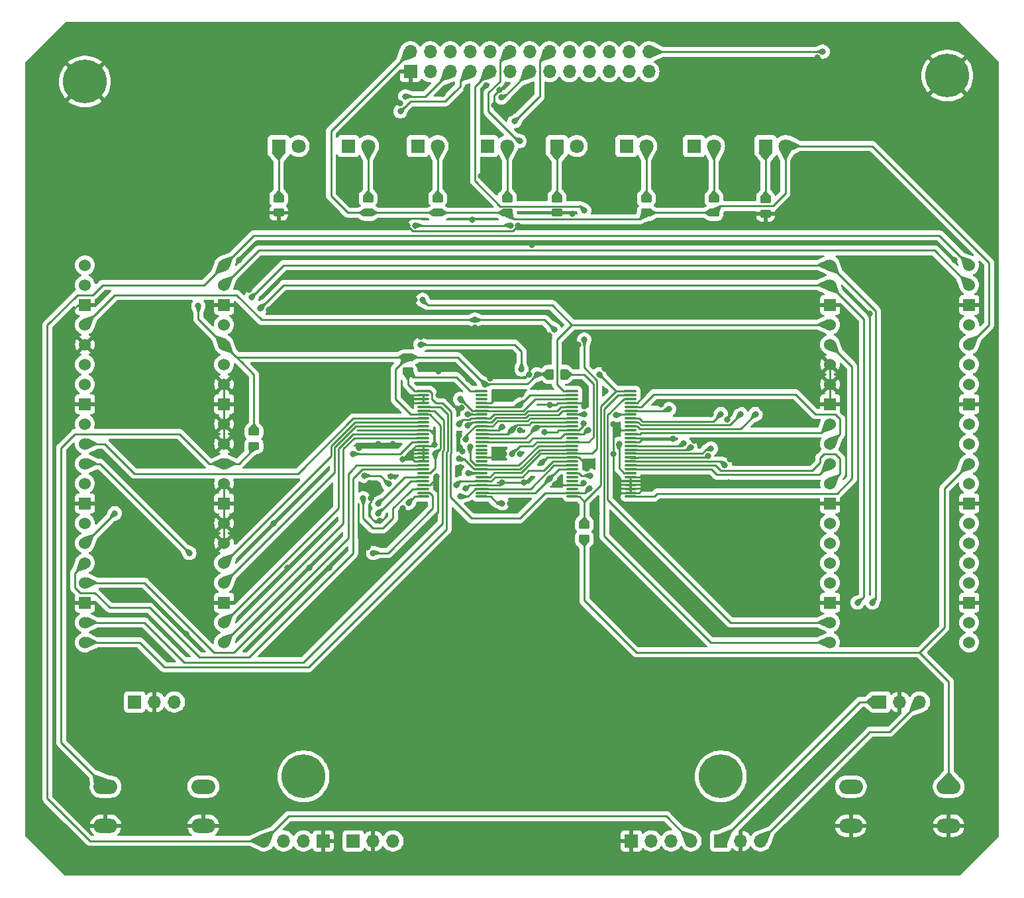
<source format=gbr>
%TF.GenerationSoftware,KiCad,Pcbnew,7.0.8*%
%TF.CreationDate,2023-10-15T22:31:49-07:00*%
%TF.ProjectId,DevkitHotswapPicoHub,4465766b-6974-4486-9f74-737761705069,rev?*%
%TF.SameCoordinates,Original*%
%TF.FileFunction,Copper,L1,Top*%
%TF.FilePolarity,Positive*%
%FSLAX46Y46*%
G04 Gerber Fmt 4.6, Leading zero omitted, Abs format (unit mm)*
G04 Created by KiCad (PCBNEW 7.0.8) date 2023-10-15 22:31:49*
%MOMM*%
%LPD*%
G01*
G04 APERTURE LIST*
G04 Aperture macros list*
%AMRoundRect*
0 Rectangle with rounded corners*
0 $1 Rounding radius*
0 $2 $3 $4 $5 $6 $7 $8 $9 X,Y pos of 4 corners*
0 Add a 4 corners polygon primitive as box body*
4,1,4,$2,$3,$4,$5,$6,$7,$8,$9,$2,$3,0*
0 Add four circle primitives for the rounded corners*
1,1,$1+$1,$2,$3*
1,1,$1+$1,$4,$5*
1,1,$1+$1,$6,$7*
1,1,$1+$1,$8,$9*
0 Add four rect primitives between the rounded corners*
20,1,$1+$1,$2,$3,$4,$5,0*
20,1,$1+$1,$4,$5,$6,$7,0*
20,1,$1+$1,$6,$7,$8,$9,0*
20,1,$1+$1,$8,$9,$2,$3,0*%
G04 Aperture macros list end*
%TA.AperFunction,ComponentPad*%
%ADD10C,5.600000*%
%TD*%
%TA.AperFunction,SMDPad,CuDef*%
%ADD11RoundRect,0.250000X-0.450000X0.262500X-0.450000X-0.262500X0.450000X-0.262500X0.450000X0.262500X0*%
%TD*%
%TA.AperFunction,ComponentPad*%
%ADD12R,1.700000X1.700000*%
%TD*%
%TA.AperFunction,ComponentPad*%
%ADD13O,1.700000X1.700000*%
%TD*%
%TA.AperFunction,ComponentPad*%
%ADD14R,1.800000X1.800000*%
%TD*%
%TA.AperFunction,ComponentPad*%
%ADD15C,1.800000*%
%TD*%
%TA.AperFunction,SMDPad,CuDef*%
%ADD16RoundRect,0.075000X-0.662500X-0.075000X0.662500X-0.075000X0.662500X0.075000X-0.662500X0.075000X0*%
%TD*%
%TA.AperFunction,ComponentPad*%
%ADD17O,3.048000X1.850000*%
%TD*%
%TA.AperFunction,SMDPad,CuDef*%
%ADD18RoundRect,0.250000X-0.262500X-0.450000X0.262500X-0.450000X0.262500X0.450000X-0.262500X0.450000X0*%
%TD*%
%TA.AperFunction,ComponentPad*%
%ADD19C,1.524000*%
%TD*%
%TA.AperFunction,ComponentPad*%
%ADD20R,1.524000X1.524000*%
%TD*%
%TA.AperFunction,SMDPad,CuDef*%
%ADD21RoundRect,0.075000X0.662500X0.075000X-0.662500X0.075000X-0.662500X-0.075000X0.662500X-0.075000X0*%
%TD*%
%TA.AperFunction,ViaPad*%
%ADD22C,0.800000*%
%TD*%
%TA.AperFunction,Conductor*%
%ADD23C,0.250000*%
%TD*%
G04 APERTURE END LIST*
D10*
%TO.P,REF\u002A\u002A,1*%
%TO.N,N/C*%
X101600000Y-109220000D03*
%TD*%
%TO.P,REF\u002A\u002A,1*%
%TO.N,N/C*%
X48260000Y-109220000D03*
%TD*%
%TO.P,REF\u002A\u002A,1*%
%TO.N,GND*%
X20320000Y-20320000D03*
%TD*%
%TO.P,REF\u002A\u002A,1*%
%TO.N,GND*%
X130556000Y-19558000D03*
%TD*%
D11*
%TO.P,R421,1*%
%TO.N,Net-(D412-A)*%
X92075000Y-35282500D03*
%TO.P,R421,2*%
%TO.N,+3V3*%
X92075000Y-37107500D03*
%TD*%
D12*
%TO.P,J405,1,Pin_1*%
%TO.N,User SWDIO*%
X101600000Y-117475000D03*
D13*
%TO.P,J405,2,Pin_2*%
%TO.N,GND*%
X104140000Y-117475000D03*
%TO.P,J405,3,Pin_3*%
%TO.N,User SWDCLK*%
X106680000Y-117475000D03*
%TD*%
D14*
%TO.P,D411,1,K*%
%TO.N,Net-(D411-K)*%
X80645000Y-28575000D03*
D15*
%TO.P,D411,2,A*%
%TO.N,OS Enable Bus 2*%
X83185000Y-28575000D03*
%TD*%
D16*
%TO.P,U501,1,1OE1*%
%TO.N,~{User Request Bus 1}*%
X82647500Y-59925000D03*
%TO.P,U501,2,1Y1*%
%TO.N,I2S_LRC*%
X82647500Y-60425000D03*
%TO.P,U501,3,1Y2*%
%TO.N,I2S_CLK*%
X82647500Y-60925000D03*
%TO.P,U501,4,GND*%
%TO.N,GND*%
X82647500Y-61425000D03*
%TO.P,U501,5,1Y3*%
%TO.N,I2S_DIN*%
X82647500Y-61925000D03*
%TO.P,U501,6,1Y4*%
%TO.N,SD MOSI*%
X82647500Y-62425000D03*
%TO.P,U501,7,VCC*%
%TO.N,+3V3*%
X82647500Y-62925000D03*
%TO.P,U501,8,1Y5*%
%TO.N,SD CLK*%
X82647500Y-63425000D03*
%TO.P,U501,9,1Y6*%
%TO.N,SD CS*%
X82647500Y-63925000D03*
%TO.P,U501,10,1Y7*%
%TO.N,SD MISO*%
X82647500Y-64425000D03*
%TO.P,U501,11,GND*%
%TO.N,GND*%
X82647500Y-64925000D03*
%TO.P,U501,12,1Y8*%
%TO.N,Motor*%
X82647500Y-65425000D03*
%TO.P,U501,13,1Y9*%
%TO.N,unconnected-(U501-1Y9-Pad13)*%
X82647500Y-65925000D03*
%TO.P,U501,14,1Y10*%
%TO.N,OS Enable Bus 1*%
X82647500Y-66425000D03*
%TO.P,U501,15,2Y1*%
%TO.N,LCD Backlight*%
X82647500Y-66925000D03*
%TO.P,U501,16,2Y2*%
%TO.N,LCD Reset*%
X82647500Y-67425000D03*
%TO.P,U501,17,2Y3*%
%TO.N,LCD DIN*%
X82647500Y-67925000D03*
%TO.P,U501,18,GND*%
%TO.N,GND*%
X82647500Y-68425000D03*
%TO.P,U501,19,2Y4*%
%TO.N,LCD CLK*%
X82647500Y-68925000D03*
%TO.P,U501,20,2Y5*%
%TO.N,LCD CS*%
X82647500Y-69425000D03*
%TO.P,U501,21,2Y6*%
%TO.N,LCD DC*%
X82647500Y-69925000D03*
%TO.P,U501,22,VCC*%
%TO.N,+3V3*%
X82647500Y-70425000D03*
%TO.P,U501,23,2Y7*%
%TO.N,unconnected-(U501-2Y7-Pad23)*%
X82647500Y-70925000D03*
%TO.P,U501,24,2Y8*%
%TO.N,unconnected-(U501-2Y8-Pad24)*%
X82647500Y-71425000D03*
%TO.P,U501,25,GND*%
%TO.N,GND*%
X82647500Y-71925000D03*
%TO.P,U501,26,2Y9*%
%TO.N,unconnected-(U501-2Y9-Pad26)*%
X82647500Y-72425000D03*
%TO.P,U501,27,2Y10*%
%TO.N,OS Enable Bus 2*%
X82647500Y-72925000D03*
%TO.P,U501,28,2OE1*%
%TO.N,~{User RUN}*%
X82647500Y-73425000D03*
%TO.P,U501,29,2OE2*%
%TO.N,~{User Request Bus 2}*%
X90072500Y-73425000D03*
%TO.P,U501,30,2A10*%
%TO.N,GND*%
X90072500Y-72925000D03*
%TO.P,U501,31,2A9*%
X90072500Y-72425000D03*
%TO.P,U501,32,GND*%
X90072500Y-71925000D03*
%TO.P,U501,33,2A8*%
X90072500Y-71425000D03*
%TO.P,U501,34,2A7*%
X90072500Y-70925000D03*
%TO.P,U501,35,VCC*%
%TO.N,+3V3*%
X90072500Y-70425000D03*
%TO.P,U501,36,2A6*%
%TO.N,User LCD DC*%
X90072500Y-69925000D03*
%TO.P,U501,37,2A5*%
%TO.N,User LCD CS*%
X90072500Y-69425000D03*
%TO.P,U501,38,2A4*%
%TO.N,User LCD CLK*%
X90072500Y-68925000D03*
%TO.P,U501,39,GND*%
%TO.N,GND*%
X90072500Y-68425000D03*
%TO.P,U501,40,2A3*%
%TO.N,User LCD DIN*%
X90072500Y-67925000D03*
%TO.P,U501,41,2A2*%
%TO.N,User LCD Reset*%
X90072500Y-67425000D03*
%TO.P,U501,42,2A1*%
%TO.N,User LCD Backlight*%
X90072500Y-66925000D03*
%TO.P,U501,43,1A10*%
%TO.N,GND*%
X90072500Y-66425000D03*
%TO.P,U501,44,1A9*%
X90072500Y-65925000D03*
%TO.P,U501,45,1A8*%
%TO.N,User Motor*%
X90072500Y-65425000D03*
%TO.P,U501,46,GND*%
%TO.N,GND*%
X90072500Y-64925000D03*
%TO.P,U501,47,1A7*%
%TO.N,User SD MISO*%
X90072500Y-64425000D03*
%TO.P,U501,48,1A6*%
%TO.N,User SD CS*%
X90072500Y-63925000D03*
%TO.P,U501,49,1A5*%
%TO.N,User SD CLK*%
X90072500Y-63425000D03*
%TO.P,U501,50,VCC*%
%TO.N,+3V3*%
X90072500Y-62925000D03*
%TO.P,U501,51,1A4*%
%TO.N,User SD MOSI*%
X90072500Y-62425000D03*
%TO.P,U501,52,1A3*%
%TO.N,User I2S_DIN*%
X90072500Y-61925000D03*
%TO.P,U501,53,GND*%
%TO.N,GND*%
X90072500Y-61425000D03*
%TO.P,U501,54,1A2*%
%TO.N,User I2S_CLK*%
X90072500Y-60925000D03*
%TO.P,U501,55,1A1*%
%TO.N,User I2S_LRC*%
X90072500Y-60425000D03*
%TO.P,U501,56,1OE2*%
%TO.N,~{User RUN}*%
X90072500Y-59925000D03*
%TD*%
D11*
%TO.P,R417,1*%
%TO.N,Net-(D408-A)*%
X56515000Y-35282500D03*
%TO.P,R417,2*%
%TO.N,+3V3*%
X56515000Y-37107500D03*
%TD*%
D14*
%TO.P,D408,1,K*%
%TO.N,OS Enable Bus 1*%
X53975000Y-28575000D03*
D15*
%TO.P,D408,2,A*%
%TO.N,Net-(D408-A)*%
X56515000Y-28575000D03*
%TD*%
D14*
%TO.P,D412,1,K*%
%TO.N,OS Enable Bus 2*%
X89535000Y-28575000D03*
D15*
%TO.P,D412,2,A*%
%TO.N,Net-(D412-A)*%
X92075000Y-28575000D03*
%TD*%
D12*
%TO.P,J404,1,Pin_1*%
%TO.N,GND*%
X90170000Y-117475000D03*
D13*
%TO.P,J404,2,Pin_2*%
%TO.N,User UART RX*%
X92710000Y-117475000D03*
%TO.P,J404,3,Pin_3*%
%TO.N,User UART TX*%
X95250000Y-117475000D03*
%TO.P,J404,4,Pin_4*%
%TO.N,VBUS*%
X97790000Y-117475000D03*
%TD*%
D17*
%TO.P,SW403,1,1*%
%TO.N,GND*%
X35450000Y-115530000D03*
X22950000Y-115530000D03*
%TO.P,SW403,2,2*%
%TO.N,N/C*%
X35450000Y-110530000D03*
%TO.N,~{OS Reset}*%
X22950000Y-110530000D03*
%TD*%
D14*
%TO.P,D413,1,K*%
%TO.N,~{User Request Bus 2}*%
X98185000Y-28575000D03*
D15*
%TO.P,D413,2,A*%
%TO.N,Net-(D413-A)*%
X100725000Y-28575000D03*
%TD*%
D11*
%TO.P,R419,1*%
%TO.N,Net-(D410-A)*%
X74295000Y-35282500D03*
%TO.P,R419,2*%
%TO.N,+3V3*%
X74295000Y-37107500D03*
%TD*%
D14*
%TO.P,D410,1,K*%
%TO.N,~{User RUN}*%
X71755000Y-28575000D03*
D15*
%TO.P,D410,2,A*%
%TO.N,Net-(D410-A)*%
X74295000Y-28575000D03*
%TD*%
D18*
%TO.P,R503,1*%
%TO.N,+3V3*%
X79732500Y-57785000D03*
%TO.P,R503,2*%
%TO.N,OS Enable Bus 1*%
X81557500Y-57785000D03*
%TD*%
D12*
%TO.P,J303,1,Pin_1*%
%TO.N,User SWDIO*%
X121920000Y-99695000D03*
D13*
%TO.P,J303,2,Pin_2*%
%TO.N,GND*%
X124460000Y-99695000D03*
%TO.P,J303,3,Pin_3*%
%TO.N,User SWDCLK*%
X127000000Y-99695000D03*
%TD*%
D11*
%TO.P,R418,1*%
%TO.N,Net-(D409-A)*%
X65405000Y-35282500D03*
%TO.P,R418,2*%
%TO.N,+3V3*%
X65405000Y-37107500D03*
%TD*%
%TO.P,R416,1*%
%TO.N,Net-(D407-K)*%
X45085000Y-35282500D03*
%TO.P,R416,2*%
%TO.N,GND*%
X45085000Y-37107500D03*
%TD*%
%TO.P,R201,1*%
%TO.N,+3V3*%
X41910000Y-65127500D03*
%TO.P,R201,2*%
%TO.N,~{OS Reset}*%
X41910000Y-66952500D03*
%TD*%
D19*
%TO.P,U200,1,GP0*%
%TO.N,OS UART TX*%
X20320000Y-43815000D03*
%TO.P,U200,2,GP1*%
%TO.N,OS UART RX*%
X20320000Y-46355000D03*
D20*
%TO.P,U200,3,GND*%
%TO.N,GND*%
X20320000Y-48895000D03*
D19*
%TO.P,U200,4,GP2*%
%TO.N,~{User RUN}*%
X20320000Y-51435000D03*
%TO.P,U200,5,GP3*%
%TO.N,GND*%
X20320000Y-53975000D03*
%TO.P,U200,6,GP4*%
%TO.N,User UART RX*%
X20320000Y-59055000D03*
%TO.P,U200,7,GP5*%
%TO.N,User UART TX*%
X20320000Y-56515000D03*
D20*
%TO.P,U200,8,GND*%
%TO.N,GND*%
X20320000Y-61595000D03*
D19*
%TO.P,U200,9,GP6*%
%TO.N,OS Motor*%
X20320000Y-64135000D03*
%TO.P,U200,10,GP7*%
%TO.N,OS I2S_DIN*%
X20320000Y-66675000D03*
%TO.P,U200,11,GP8*%
%TO.N,OS LCD DC*%
X20320000Y-69215000D03*
%TO.P,U200,12,GP9*%
%TO.N,OS LCD CS*%
X20320000Y-71755000D03*
D20*
%TO.P,U200,13,GND*%
%TO.N,GND*%
X20320000Y-74295000D03*
D19*
%TO.P,U200,14,GP10*%
%TO.N,OS LCD CLK*%
X20320000Y-76835000D03*
%TO.P,U200,15,GP11*%
%TO.N,OS LCD DIN*%
X20320000Y-79375000D03*
%TO.P,U200,16,GP12*%
%TO.N,OS LCD Reset*%
X20320000Y-81915000D03*
%TO.P,U200,17,GP13*%
%TO.N,OS LCD Backlight*%
X20320000Y-84455000D03*
D20*
%TO.P,U200,18,GND*%
%TO.N,GND*%
X20320000Y-86995000D03*
D19*
%TO.P,U200,19,GP14*%
%TO.N,OS I2S_CLK*%
X20320000Y-89535000D03*
%TO.P,U200,20,GP15*%
%TO.N,OS I2S_LRC*%
X20320000Y-92075000D03*
%TO.P,U200,21,GP16*%
%TO.N,OS SD MISO*%
X38100000Y-92075000D03*
%TO.P,U200,22,GP17*%
%TO.N,OS SD CS*%
X38100000Y-89535000D03*
D20*
%TO.P,U200,23,GND*%
%TO.N,GND*%
X38100000Y-86995000D03*
D19*
%TO.P,U200,24,GP18*%
%TO.N,OS SD CLK*%
X38100000Y-84455000D03*
%TO.P,U200,25,GP19*%
%TO.N,OS SD MOSI*%
X38100000Y-81915000D03*
%TO.P,U200,26,GP20*%
%TO.N,GND*%
X38100000Y-79375000D03*
%TO.P,U200,27,GP21*%
X38100000Y-76835000D03*
D20*
%TO.P,U200,28,GND*%
X38100000Y-74295000D03*
D19*
%TO.P,U200,29,GP22*%
X38100000Y-71755000D03*
%TO.P,U200,30,RUN*%
%TO.N,~{OS Reset}*%
X38100000Y-69215000D03*
%TO.P,U200,31,GP26*%
%TO.N,GND*%
X38100000Y-66675000D03*
%TO.P,U200,32,GP27*%
X38100000Y-64135000D03*
D20*
%TO.P,U200,33,GND*%
X38100000Y-61595000D03*
D19*
%TO.P,U200,34,GP28*%
X38100000Y-59055000D03*
%TO.P,U200,35,ADC_VREF*%
%TO.N,unconnected-(U200-ADC_VREF-Pad35)*%
X38100000Y-56515000D03*
%TO.P,U200,36,3V3*%
%TO.N,+3V3*%
X38100000Y-53975000D03*
%TO.P,U200,37,3V3_EN*%
%TO.N,unconnected-(U200-3V3_EN-Pad37)*%
X38100000Y-51435000D03*
D20*
%TO.P,U200,38,GND*%
%TO.N,GND*%
X38100000Y-48895000D03*
D19*
%TO.P,U200,39,VSYS*%
%TO.N,VSS*%
X38100000Y-46355000D03*
%TO.P,U200,40,VBUS*%
%TO.N,VBUS*%
X38100000Y-43815000D03*
%TD*%
D14*
%TO.P,D414,1,K*%
%TO.N,Net-(D414-K)*%
X107315000Y-28575000D03*
D15*
%TO.P,D414,2,A*%
%TO.N,+3V3*%
X109855000Y-28575000D03*
%TD*%
D12*
%TO.P,J400,1,Pin_1*%
%TO.N,GND*%
X50790000Y-117475000D03*
D13*
%TO.P,J400,2,Pin_2*%
%TO.N,OS UART RX*%
X48250000Y-117475000D03*
%TO.P,J400,3,Pin_3*%
%TO.N,OS UART TX*%
X45710000Y-117475000D03*
%TO.P,J400,4,Pin_4*%
%TO.N,VBUS*%
X43170000Y-117475000D03*
%TD*%
D11*
%TO.P,R414,1*%
%TO.N,Net-(D414-K)*%
X107315000Y-35386000D03*
%TO.P,R414,2*%
%TO.N,GND*%
X107315000Y-37211000D03*
%TD*%
D12*
%TO.P,J502,1,Pin_1*%
%TO.N,GND*%
X61912500Y-19050000D03*
D13*
%TO.P,J502,2,Pin_2*%
%TO.N,+3V3*%
X61912500Y-16510000D03*
%TO.P,J502,3,Pin_3*%
%TO.N,LCD DC*%
X64452500Y-19050000D03*
%TO.P,J502,4,Pin_4*%
%TO.N,unconnected-(J502-Pin_4-Pad4)*%
X64452500Y-16510000D03*
%TO.P,J502,5,Pin_5*%
%TO.N,LCD CS*%
X66992500Y-19050000D03*
%TO.P,J502,6,Pin_6*%
%TO.N,Motor*%
X66992500Y-16510000D03*
%TO.P,J502,7,Pin_7*%
%TO.N,LCD CLK*%
X69532500Y-19050000D03*
%TO.P,J502,8,Pin_8*%
%TO.N,SD MISO*%
X69532500Y-16510000D03*
%TO.P,J502,9,Pin_9*%
%TO.N,LCD DIN*%
X72072500Y-19050000D03*
%TO.P,J502,10,Pin_10*%
%TO.N,SD CS*%
X72072500Y-16510000D03*
%TO.P,J502,11,Pin_11*%
%TO.N,LCD Reset*%
X74612500Y-19050000D03*
%TO.P,J502,12,Pin_12*%
%TO.N,SD CLK*%
X74612500Y-16510000D03*
%TO.P,J502,13,Pin_13*%
%TO.N,LCD Backlight*%
X77152500Y-19050000D03*
%TO.P,J502,14,Pin_14*%
%TO.N,SD MOSI*%
X77152500Y-16510000D03*
%TO.P,J502,15,Pin_15*%
%TO.N,unconnected-(J502-Pin_15-Pad15)*%
X79692500Y-19050000D03*
%TO.P,J502,16,Pin_16*%
%TO.N,I2S_DIN*%
X79692500Y-16510000D03*
%TO.P,J502,17,Pin_17*%
%TO.N,unconnected-(J502-Pin_17-Pad17)*%
X82232500Y-19050000D03*
%TO.P,J502,18,Pin_18*%
%TO.N,I2S_CLK*%
X82232500Y-16510000D03*
%TO.P,J502,19,Pin_19*%
%TO.N,unconnected-(J502-Pin_19-Pad19)*%
X84772500Y-19050000D03*
%TO.P,J502,20,Pin_20*%
%TO.N,I2S_LRC*%
X84772500Y-16510000D03*
%TO.P,J502,21,Pin_21*%
%TO.N,Input Anode 1*%
X87312500Y-19050000D03*
%TO.P,J502,22,Pin_22*%
%TO.N,Input Cathode 1*%
X87312500Y-16510000D03*
%TO.P,J502,23,Pin_23*%
%TO.N,Input Anode 2*%
X89852500Y-19050000D03*
%TO.P,J502,24,Pin_24*%
%TO.N,Input Cathode 2*%
X89852500Y-16510000D03*
%TO.P,J502,25,Pin_25*%
%TO.N,Input Anode 3*%
X92392500Y-19050000D03*
%TO.P,J502,26,Pin_26*%
%TO.N,Input Cathode 3*%
X92392500Y-16510000D03*
%TD*%
D11*
%TO.P,R422,1*%
%TO.N,Net-(D413-A)*%
X100725000Y-35282500D03*
%TO.P,R422,2*%
%TO.N,+3V3*%
X100725000Y-37107500D03*
%TD*%
D14*
%TO.P,D409,1,K*%
%TO.N,~{User Request Bus 1}*%
X62865000Y-28575000D03*
D15*
%TO.P,D409,2,A*%
%TO.N,Net-(D409-A)*%
X65405000Y-28575000D03*
%TD*%
D14*
%TO.P,D407,1,K*%
%TO.N,Net-(D407-K)*%
X45085000Y-28575000D03*
D15*
%TO.P,D407,2,A*%
%TO.N,OS Enable Bus 1*%
X47625000Y-28575000D03*
%TD*%
D11*
%TO.P,R420,1*%
%TO.N,Net-(D411-K)*%
X80645000Y-35282500D03*
%TO.P,R420,2*%
%TO.N,GND*%
X80645000Y-37107500D03*
%TD*%
%TO.P,R504,1*%
%TO.N,+3V3*%
X61595000Y-55602500D03*
%TO.P,R504,2*%
%TO.N,OS Enable Bus 2*%
X61595000Y-57427500D03*
%TD*%
D17*
%TO.P,SW406,1,1*%
%TO.N,N/C*%
X118220000Y-110530000D03*
%TO.N,~{User Reset}*%
X130720000Y-110530000D03*
%TO.P,SW406,2,2*%
%TO.N,GND*%
X118220000Y-115530000D03*
X130720000Y-115530000D03*
%TD*%
D19*
%TO.P,U300,1,GP0*%
%TO.N,User UART TX*%
X115570000Y-43815000D03*
%TO.P,U300,2,GP1*%
%TO.N,User UART RX*%
X115570000Y-46355000D03*
D20*
%TO.P,U300,3,GND*%
%TO.N,GND*%
X115570000Y-48895000D03*
D19*
%TO.P,U300,4,GP2*%
%TO.N,~{User Request Bus 1}*%
X115570000Y-51435000D03*
%TO.P,U300,5,GP3*%
%TO.N,~{User Request Bus 2}*%
X115570000Y-53975000D03*
%TO.P,U300,6,GP4*%
%TO.N,GND*%
X115570000Y-59055000D03*
%TO.P,U300,7,GP5*%
X115570000Y-56515000D03*
D20*
%TO.P,U300,8,GND*%
X115570000Y-61595000D03*
D19*
%TO.P,U300,9,GP6*%
%TO.N,User Motor*%
X115570000Y-64135000D03*
%TO.P,U300,10,GP7*%
%TO.N,User I2S_DIN*%
X115570000Y-66675000D03*
%TO.P,U300,11,GP8*%
%TO.N,User LCD DC*%
X115570000Y-69215000D03*
%TO.P,U300,12,GP9*%
%TO.N,User LCD CS*%
X115570000Y-71755000D03*
D20*
%TO.P,U300,13,GND*%
%TO.N,GND*%
X115570000Y-74295000D03*
D19*
%TO.P,U300,14,GP10*%
%TO.N,User LCD CLK*%
X115570000Y-76835000D03*
%TO.P,U300,15,GP11*%
%TO.N,User LCD DIN*%
X115570000Y-79375000D03*
%TO.P,U300,16,GP12*%
%TO.N,User LCD Reset*%
X115570000Y-81915000D03*
%TO.P,U300,17,GP13*%
%TO.N,User LCD Backlight*%
X115570000Y-84455000D03*
D20*
%TO.P,U300,18,GND*%
%TO.N,GND*%
X115570000Y-86995000D03*
D19*
%TO.P,U300,19,GP14*%
%TO.N,User I2S_CLK*%
X115570000Y-89535000D03*
%TO.P,U300,20,GP15*%
%TO.N,User I2S_LRC*%
X115570000Y-92075000D03*
%TO.P,U300,21,GP16*%
%TO.N,User SD MISO*%
X133350000Y-92075000D03*
%TO.P,U300,22,GP17*%
%TO.N,User SD CS*%
X133350000Y-89535000D03*
D20*
%TO.P,U300,23,GND*%
%TO.N,GND*%
X133350000Y-86995000D03*
D19*
%TO.P,U300,24,GP18*%
%TO.N,User SD CLK*%
X133350000Y-84455000D03*
%TO.P,U300,25,GP19*%
%TO.N,User SD MOSI*%
X133350000Y-81915000D03*
%TO.P,U300,26,GP20*%
%TO.N,Input Anode 1*%
X133350000Y-79375000D03*
%TO.P,U300,27,GP21*%
%TO.N,Input Anode 2*%
X133350000Y-76835000D03*
D20*
%TO.P,U300,28,GND*%
%TO.N,GND*%
X133350000Y-74295000D03*
D19*
%TO.P,U300,29,GP22*%
%TO.N,Input Anode 3*%
X133350000Y-71755000D03*
%TO.P,U300,30,RUN*%
%TO.N,~{User Reset}*%
X133350000Y-69215000D03*
%TO.P,U300,31,GP26*%
%TO.N,Input Cathode 1*%
X133350000Y-66675000D03*
%TO.P,U300,32,GP27*%
%TO.N,Input Cathode 2*%
X133350000Y-64135000D03*
D20*
%TO.P,U300,33,GND*%
%TO.N,GND*%
X133350000Y-61595000D03*
D19*
%TO.P,U300,34,GP28*%
%TO.N,Input Cathode 3*%
X133350000Y-59055000D03*
%TO.P,U300,35,ADC_VREF*%
%TO.N,unconnected-(U300-ADC_VREF-Pad35)*%
X133350000Y-56515000D03*
%TO.P,U300,36,3V3*%
%TO.N,+3V3*%
X133350000Y-53975000D03*
%TO.P,U300,37,3V3_EN*%
%TO.N,unconnected-(U300-3V3_EN-Pad37)*%
X133350000Y-51435000D03*
D20*
%TO.P,U300,38,GND*%
%TO.N,GND*%
X133350000Y-48895000D03*
D19*
%TO.P,U300,39,VSYS*%
%TO.N,VSS*%
X133350000Y-46355000D03*
%TO.P,U300,40,VBUS*%
%TO.N,VBUS*%
X133350000Y-43815000D03*
%TD*%
D12*
%TO.P,J202,1,Pin_1*%
%TO.N,OS SWDIO*%
X26670000Y-99695000D03*
D13*
%TO.P,J202,2,Pin_2*%
%TO.N,GND*%
X29210000Y-99695000D03*
%TO.P,J202,3,Pin_3*%
%TO.N,OS SWDCLK*%
X31750000Y-99695000D03*
%TD*%
D11*
%TO.P,R301,1*%
%TO.N,~{User RUN}*%
X84137500Y-76997500D03*
%TO.P,R301,2*%
%TO.N,~{User Reset}*%
X84137500Y-78822500D03*
%TD*%
D12*
%TO.P,J401,1,Pin_1*%
%TO.N,OS SWDIO*%
X54610000Y-117475000D03*
D13*
%TO.P,J401,2,Pin_2*%
%TO.N,GND*%
X57150000Y-117475000D03*
%TO.P,J401,3,Pin_3*%
%TO.N,OS SWDCLK*%
X59690000Y-117475000D03*
%TD*%
D21*
%TO.P,U500,1,1OE1*%
%TO.N,OS Enable Bus 1*%
X71022500Y-73425000D03*
%TO.P,U500,2,1Y1*%
%TO.N,LCD DC*%
X71022500Y-72925000D03*
%TO.P,U500,3,1Y2*%
%TO.N,LCD CS*%
X71022500Y-72425000D03*
%TO.P,U500,4,GND*%
%TO.N,GND*%
X71022500Y-71925000D03*
%TO.P,U500,5,1Y3*%
%TO.N,LCD CLK*%
X71022500Y-71425000D03*
%TO.P,U500,6,1Y4*%
%TO.N,LCD DIN*%
X71022500Y-70925000D03*
%TO.P,U500,7,VCC*%
%TO.N,+3V3*%
X71022500Y-70425000D03*
%TO.P,U500,8,1Y5*%
%TO.N,LCD Reset*%
X71022500Y-69925000D03*
%TO.P,U500,9,1Y6*%
%TO.N,LCD Backlight*%
X71022500Y-69425000D03*
%TO.P,U500,10,1Y7*%
%TO.N,unconnected-(U500-1Y7-Pad10)*%
X71022500Y-68925000D03*
%TO.P,U500,11,GND*%
%TO.N,GND*%
X71022500Y-68425000D03*
%TO.P,U500,12,1Y8*%
%TO.N,unconnected-(U500-1Y8-Pad12)*%
X71022500Y-67925000D03*
%TO.P,U500,13,1Y9*%
%TO.N,unconnected-(U500-1Y9-Pad13)*%
X71022500Y-67425000D03*
%TO.P,U500,14,1Y10*%
%TO.N,unconnected-(U500-1Y10-Pad14)*%
X71022500Y-66925000D03*
%TO.P,U500,15,2Y1*%
%TO.N,Motor*%
X71022500Y-66425000D03*
%TO.P,U500,16,2Y2*%
%TO.N,SD MISO*%
X71022500Y-65925000D03*
%TO.P,U500,17,2Y3*%
%TO.N,SD CS*%
X71022500Y-65425000D03*
%TO.P,U500,18,GND*%
%TO.N,GND*%
X71022500Y-64925000D03*
%TO.P,U500,19,2Y4*%
%TO.N,SD CLK*%
X71022500Y-64425000D03*
%TO.P,U500,20,2Y5*%
%TO.N,SD MOSI*%
X71022500Y-63925000D03*
%TO.P,U500,21,2Y6*%
%TO.N,I2S_DIN*%
X71022500Y-63425000D03*
%TO.P,U500,22,VCC*%
%TO.N,+3V3*%
X71022500Y-62925000D03*
%TO.P,U500,23,2Y7*%
%TO.N,I2S_CLK*%
X71022500Y-62425000D03*
%TO.P,U500,24,2Y8*%
%TO.N,I2S_LRC*%
X71022500Y-61925000D03*
%TO.P,U500,25,GND*%
%TO.N,GND*%
X71022500Y-61425000D03*
%TO.P,U500,26,2Y9*%
%TO.N,unconnected-(U500-2Y9-Pad26)*%
X71022500Y-60925000D03*
%TO.P,U500,27,2Y10*%
%TO.N,unconnected-(U500-2Y10-Pad27)*%
X71022500Y-60425000D03*
%TO.P,U500,28,2OE1*%
%TO.N,OS Enable Bus 2*%
X71022500Y-59925000D03*
%TO.P,U500,29,2OE2*%
X63597500Y-59925000D03*
%TO.P,U500,30,2A10*%
%TO.N,GND*%
X63597500Y-60425000D03*
%TO.P,U500,31,2A9*%
X63597500Y-60925000D03*
%TO.P,U500,32,GND*%
X63597500Y-61425000D03*
%TO.P,U500,33,2A8*%
%TO.N,OS I2S_LRC*%
X63597500Y-61925000D03*
%TO.P,U500,34,2A7*%
%TO.N,OS I2S_CLK*%
X63597500Y-62425000D03*
%TO.P,U500,35,VCC*%
%TO.N,+3V3*%
X63597500Y-62925000D03*
%TO.P,U500,36,2A6*%
%TO.N,OS I2S_DIN*%
X63597500Y-63425000D03*
%TO.P,U500,37,2A5*%
%TO.N,OS SD MOSI*%
X63597500Y-63925000D03*
%TO.P,U500,38,2A4*%
%TO.N,OS SD CLK*%
X63597500Y-64425000D03*
%TO.P,U500,39,GND*%
%TO.N,GND*%
X63597500Y-64925000D03*
%TO.P,U500,40,2A3*%
%TO.N,OS SD CS*%
X63597500Y-65425000D03*
%TO.P,U500,41,2A2*%
%TO.N,OS SD MISO*%
X63597500Y-65925000D03*
%TO.P,U500,42,2A1*%
%TO.N,OS Motor*%
X63597500Y-66425000D03*
%TO.P,U500,43,1A10*%
%TO.N,GND*%
X63597500Y-66925000D03*
%TO.P,U500,44,1A9*%
X63597500Y-67425000D03*
%TO.P,U500,45,1A8*%
X63597500Y-67925000D03*
%TO.P,U500,46,GND*%
X63597500Y-68425000D03*
%TO.P,U500,47,1A7*%
X63597500Y-68925000D03*
%TO.P,U500,48,1A6*%
%TO.N,OS LCD Backlight*%
X63597500Y-69425000D03*
%TO.P,U500,49,1A5*%
%TO.N,OS LCD Reset*%
X63597500Y-69925000D03*
%TO.P,U500,50,VCC*%
%TO.N,+3V3*%
X63597500Y-70425000D03*
%TO.P,U500,51,1A4*%
%TO.N,OS LCD DIN*%
X63597500Y-70925000D03*
%TO.P,U500,52,1A3*%
%TO.N,OS LCD CLK*%
X63597500Y-71425000D03*
%TO.P,U500,53,GND*%
%TO.N,GND*%
X63597500Y-71925000D03*
%TO.P,U500,54,1A2*%
%TO.N,OS LCD CS*%
X63597500Y-72425000D03*
%TO.P,U500,55,1A1*%
%TO.N,OS LCD DC*%
X63597500Y-72925000D03*
%TO.P,U500,56,1OE2*%
%TO.N,OS Enable Bus 1*%
X63597500Y-73425000D03*
%TD*%
D22*
%TO.N,+3V3*%
X84901991Y-70743982D03*
X88156550Y-63010550D03*
X65087500Y-67945000D03*
X34798000Y-49022000D03*
X88582500Y-66675000D03*
X71437500Y-59055000D03*
X69215000Y-62865000D03*
X84137500Y-62894252D03*
X69342000Y-70425000D03*
X78105000Y-57785000D03*
%TO.N,GND*%
X120015000Y-36195000D03*
X75565000Y-13970000D03*
X15875000Y-45720000D03*
X74712239Y-24382739D03*
X48260000Y-76835000D03*
X63195048Y-52962949D03*
X65532000Y-60452000D03*
X72803000Y-60753500D03*
X127635000Y-38100000D03*
X73660000Y-64516000D03*
X94488000Y-71628000D03*
X40640000Y-50038000D03*
X72644000Y-23368000D03*
X78740000Y-69088000D03*
X122555000Y-34290000D03*
X98298000Y-76454000D03*
X102421201Y-63550000D03*
X85725000Y-75565000D03*
X127036049Y-86323951D03*
X77092949Y-57772452D03*
X69342000Y-58420000D03*
X79620745Y-52776755D03*
X27178000Y-90932000D03*
X84063722Y-64055271D03*
X52705000Y-45085000D03*
X68303698Y-69675665D03*
X60930078Y-68635266D03*
X95504000Y-66040000D03*
X112395000Y-19685000D03*
X66019594Y-21904969D03*
X24765000Y-78740000D03*
X19050000Y-94488000D03*
X78232000Y-59436000D03*
X55316755Y-67220500D03*
X127194799Y-63500000D03*
X95885000Y-24130000D03*
X72803000Y-34036246D03*
X86868000Y-59944000D03*
X17272000Y-48006000D03*
X68169750Y-65584500D03*
X62455997Y-48260000D03*
X69088000Y-21336000D03*
X100330000Y-62865000D03*
X40005000Y-43180000D03*
X108458000Y-31750000D03*
X74672051Y-74307548D03*
X68434786Y-62084080D03*
X44450000Y-76835000D03*
X56743000Y-71661551D03*
X101600000Y-90805000D03*
X59690000Y-66675000D03*
X68973422Y-72390000D03*
X75942051Y-67957548D03*
X106934000Y-62140500D03*
X95885000Y-90805000D03*
X127036049Y-76163951D03*
X47244000Y-64516000D03*
X43815000Y-49530000D03*
X84455000Y-69850000D03*
X49022000Y-82550000D03*
X59436000Y-70866000D03*
X46228000Y-82550000D03*
X82594500Y-37220500D03*
X43815000Y-114300000D03*
X72644000Y-26670000D03*
X103699800Y-61789800D03*
X110490000Y-45085000D03*
X61468000Y-60960000D03*
X73930497Y-67945000D03*
X65024000Y-66802000D03*
X87858000Y-67945000D03*
X75962680Y-64949500D03*
X30480000Y-68580000D03*
X103505000Y-19685000D03*
X93980000Y-61595000D03*
X72144255Y-58312255D03*
X60629952Y-23117949D03*
X65278000Y-70866000D03*
X84065745Y-71683245D03*
X76127364Y-60324463D03*
X75701503Y-38735000D03*
X76962000Y-21844000D03*
X52832000Y-34036000D03*
X61548662Y-38771424D03*
X32004000Y-53340000D03*
X102798803Y-68637428D03*
X57785000Y-66675000D03*
X56443245Y-79920500D03*
X84137500Y-61894749D03*
X102616000Y-71628000D03*
X65532000Y-57404000D03*
X99955399Y-68200500D03*
X120015000Y-87884000D03*
X68587812Y-67634919D03*
X69215000Y-34290000D03*
X79756000Y-61722000D03*
X41275000Y-46990000D03*
X65405000Y-45085000D03*
X86749255Y-57078245D03*
X83385844Y-53998801D03*
X131445000Y-43180000D03*
X93980000Y-111760000D03*
X76200000Y-26670000D03*
X70892000Y-32385000D03*
X73280524Y-21406574D03*
X88265000Y-71120000D03*
X51562000Y-82550000D03*
X45212000Y-69088000D03*
X61468000Y-53848000D03*
X57930347Y-76553878D03*
X98218390Y-66237616D03*
X127036049Y-78703951D03*
X127036049Y-73623951D03*
X56879503Y-73660000D03*
X60960000Y-74930000D03*
X76454000Y-71628000D03*
X77470000Y-41185500D03*
X80645000Y-75565000D03*
X86360000Y-23495000D03*
X69850000Y-38010500D03*
X33274000Y-90999800D03*
X62230000Y-34544000D03*
X113910745Y-17234500D03*
X120650000Y-50038000D03*
X79057500Y-65149500D03*
X73660000Y-71628000D03*
X87858000Y-64135000D03*
X71628000Y-20828000D03*
X18415000Y-109855000D03*
X64516000Y-25146000D03*
X110490000Y-37592000D03*
X80399255Y-71826755D03*
X127635000Y-59690000D03*
X67564000Y-25654000D03*
X79502000Y-22606000D03*
X70167500Y-51799503D03*
%TO.N,OS Enable Bus 1*%
X59119930Y-71814211D03*
X74930000Y-67945000D03*
X55992549Y-70762049D03*
X73660000Y-74295000D03*
X61666755Y-74223245D03*
%TO.N,~{User Request Bus 1}*%
X63455500Y-48260000D03*
%TO.N,~{User RUN}*%
X70167500Y-50800000D03*
X80327500Y-52070000D03*
X86042500Y-57785000D03*
%TO.N,OS Enable Bus 2*%
X84772500Y-72390000D03*
%TO.N,User UART RX*%
X119062500Y-86995000D03*
X42739799Y-49335201D03*
%TO.N,User UART TX*%
X120967500Y-86995000D03*
X41592500Y-47942500D03*
%TO.N,LCD DC*%
X79692500Y-71120000D03*
%TO.N,LCD CS*%
X68326000Y-73406000D03*
X61277500Y-22225000D03*
%TO.N,Motor*%
X84608500Y-64893258D03*
%TO.N,LCD CLK*%
X60642500Y-24130000D03*
X67818000Y-71934500D03*
%TO.N,SD MISO*%
X77913750Y-64649500D03*
X63182500Y-53975000D03*
X76127745Y-57150000D03*
%TO.N,LCD DIN*%
X84137500Y-53340000D03*
X84137500Y-36830000D03*
%TO.N,SD CS*%
X74897047Y-64891213D03*
X62547500Y-38735000D03*
X74702000Y-38735000D03*
%TO.N,LCD Reset*%
X68132000Y-68580000D03*
%TO.N,SD CLK*%
X75882500Y-27940000D03*
X69016983Y-66114785D03*
%TO.N,LCD Backlight*%
X69532500Y-67056000D03*
X73551131Y-22368747D03*
%TO.N,SD MOSI*%
X69190320Y-64314500D03*
%TO.N,I2S_DIN*%
X68132000Y-64135000D03*
X75247500Y-25400000D03*
%TO.N,I2S_CLK*%
X68262500Y-60960000D03*
%TO.N,Input Cathode 3*%
X114617500Y-16510000D03*
%TO.N,I2S_LRC*%
X75882500Y-61700500D03*
%TO.N,OS Motor*%
X54610000Y-67945000D03*
%TO.N,OS LCD DC*%
X57150000Y-80645000D03*
X33655000Y-80645000D03*
%TO.N,OS LCD CS*%
X55880000Y-73660000D03*
%TO.N,OS LCD CLK*%
X57785000Y-75565000D03*
%TO.N,OS LCD DIN*%
X57785000Y-74295000D03*
X24130000Y-75565000D03*
%TO.N,User LCD CLK*%
X102118148Y-69369352D03*
%TO.N,User LCD DIN*%
X100342959Y-67279195D03*
%TO.N,User LCD Reset*%
X97729998Y-67109670D03*
%TO.N,User LCD Backlight*%
X96859699Y-66618158D03*
%TO.N,User SD MISO*%
X106045000Y-62865000D03*
%TO.N,User SD CS*%
X104140000Y-62865000D03*
%TO.N,User SD CLK*%
X101600000Y-62865000D03*
%TO.N,User SD MOSI*%
X94979503Y-62230000D03*
%TD*%
D23*
%TO.N,Net-(D407-K)*%
X45085000Y-28575000D02*
X45085000Y-35282500D01*
%TO.N,Net-(D408-A)*%
X56515000Y-28575000D02*
X56515000Y-35282500D01*
%TO.N,Net-(D409-A)*%
X65405000Y-28575000D02*
X65405000Y-35282500D01*
%TO.N,Net-(D410-A)*%
X74295000Y-28575000D02*
X74295000Y-35282500D01*
%TO.N,Net-(D411-K)*%
X80645000Y-28575000D02*
X80645000Y-35282500D01*
%TO.N,Net-(D412-A)*%
X92075000Y-28575000D02*
X92075000Y-35282500D01*
%TO.N,Net-(D413-A)*%
X100725000Y-28575000D02*
X100725000Y-35282500D01*
%TO.N,Net-(D414-K)*%
X107315000Y-28575000D02*
X107315000Y-35386000D01*
%TO.N,+3V3*%
X60007500Y-60960000D02*
X60007500Y-57150000D01*
X65087500Y-69738186D02*
X64400686Y-70425000D01*
X53935000Y-37107500D02*
X56515000Y-37107500D01*
X71022500Y-62925000D02*
X69275000Y-62925000D01*
X65775000Y-67257500D02*
X65775000Y-64299314D01*
X108239000Y-36223500D02*
X109855000Y-34607500D01*
X83769668Y-70743982D02*
X84901991Y-70743982D01*
X39528750Y-55403750D02*
X40322500Y-56197500D01*
X101609000Y-36223500D02*
X108239000Y-36223500D01*
X135890000Y-51435000D02*
X133350000Y-53975000D01*
X109855000Y-34607500D02*
X109855000Y-28575000D01*
X34798000Y-50673000D02*
X38100000Y-53975000D01*
X65405000Y-37107500D02*
X74295000Y-37107500D01*
X78105000Y-57785000D02*
X79732500Y-57785000D01*
X51752500Y-34925000D02*
X53935000Y-37107500D01*
X91237500Y-37945000D02*
X92075000Y-37107500D01*
X82647500Y-62925000D02*
X84106752Y-62925000D01*
X65775000Y-64299314D02*
X64400686Y-62925000D01*
X41910000Y-57785000D02*
X40322500Y-56197500D01*
X54927500Y-55602500D02*
X39727500Y-55602500D01*
X92075000Y-37107500D02*
X100725000Y-37107500D01*
X71455745Y-59036755D02*
X71437500Y-59055000D01*
X38100000Y-53975000D02*
X39528750Y-55403750D01*
X69342000Y-70425000D02*
X71022500Y-70425000D01*
X67985000Y-55602500D02*
X71437500Y-59055000D01*
X120967500Y-28575000D02*
X135890000Y-43497500D01*
X56515000Y-37107500D02*
X65405000Y-37107500D01*
X41910000Y-65127500D02*
X41910000Y-57785000D01*
X61912500Y-16510000D02*
X51752500Y-26670000D01*
X82647500Y-70425000D02*
X83450686Y-70425000D01*
X76853245Y-59036755D02*
X71455745Y-59036755D01*
X60007500Y-57150000D02*
X61555000Y-55602500D01*
X34798000Y-49022000D02*
X34798000Y-50673000D01*
X61595000Y-55602500D02*
X61595000Y-55245000D01*
X135890000Y-43497500D02*
X135890000Y-51435000D01*
X90072500Y-62925000D02*
X88242100Y-62925000D01*
X61595000Y-55602500D02*
X54927500Y-55602500D01*
X51752500Y-26670000D02*
X51752500Y-34925000D01*
X65087500Y-67945000D02*
X65775000Y-67257500D01*
X78105000Y-57785000D02*
X76853245Y-59036755D01*
X109855000Y-28575000D02*
X120967500Y-28575000D01*
X61972500Y-62925000D02*
X60007500Y-60960000D01*
X61555000Y-55602500D02*
X61595000Y-55602500D01*
X61595000Y-55602500D02*
X67985000Y-55602500D01*
X64400686Y-62925000D02*
X63597500Y-62925000D01*
X75132500Y-37945000D02*
X91237500Y-37945000D01*
X39727500Y-55602500D02*
X39528750Y-55403750D01*
X69275000Y-62925000D02*
X69215000Y-62865000D01*
X88242100Y-62925000D02*
X88156550Y-63010550D01*
X63597500Y-62925000D02*
X61972500Y-62925000D01*
X83450686Y-70425000D02*
X83769668Y-70743982D01*
X74295000Y-37107500D02*
X75132500Y-37945000D01*
X64400686Y-70425000D02*
X63597500Y-70425000D01*
X89217500Y-70425000D02*
X90072500Y-70425000D01*
X100725000Y-37107500D02*
X101609000Y-36223500D01*
X88582500Y-69790000D02*
X89217500Y-70425000D01*
X84106752Y-62925000D02*
X84137500Y-62894252D01*
X65087500Y-67945000D02*
X65087500Y-69738186D01*
X88582500Y-66675000D02*
X88582500Y-69790000D01*
%TO.N,GND*%
X75701503Y-38760802D02*
X75002305Y-39460000D01*
X56879503Y-73660000D02*
X56879503Y-74099254D01*
X61615000Y-67925000D02*
X61468000Y-68072000D01*
X38100000Y-66675000D02*
X38100000Y-64135000D01*
X63597500Y-67925000D02*
X61615000Y-67925000D01*
X18542000Y-49784000D02*
X18542000Y-52197000D01*
X65024000Y-66802000D02*
X65024000Y-65548314D01*
X73450497Y-68425000D02*
X71022500Y-68425000D01*
X68587812Y-67634919D02*
X68169750Y-67216857D01*
X63597500Y-66925000D02*
X62615000Y-66925000D01*
X19431000Y-48895000D02*
X18542000Y-49784000D01*
X78740000Y-69088000D02*
X79403000Y-68425000D01*
X79756000Y-61722000D02*
X80475000Y-61722000D01*
X79057500Y-65149500D02*
X80646500Y-65149500D01*
X72179000Y-61425000D02*
X71022500Y-61425000D01*
X18669000Y-86995000D02*
X18542000Y-87122000D01*
X90900686Y-68450000D02*
X90975686Y-68375000D01*
X65278000Y-70866000D02*
X65454676Y-71042676D01*
X91159000Y-72925000D02*
X91440000Y-72644000D01*
X82647500Y-71925000D02*
X83823990Y-71925000D01*
X73930497Y-67945000D02*
X73450497Y-68425000D01*
X95389000Y-65925000D02*
X95504000Y-66040000D01*
X84455000Y-69429314D02*
X84455000Y-69850000D01*
X61468000Y-68072000D02*
X60930078Y-68609922D01*
X60930078Y-68609922D02*
X60930078Y-68635266D01*
X90072500Y-64925000D02*
X88648000Y-64925000D01*
X18542000Y-87122000D02*
X18542000Y-93980000D01*
X99780899Y-68375000D02*
X99955399Y-68200500D01*
X65454676Y-71042676D02*
X65454676Y-75515324D01*
X61976000Y-67564000D02*
X61468000Y-68072000D01*
X82647500Y-68425000D02*
X83450686Y-68425000D01*
X63597500Y-61425000D02*
X61933000Y-61425000D01*
X73251000Y-64925000D02*
X73660000Y-64516000D01*
X61933000Y-61425000D02*
X61468000Y-60960000D01*
X83667751Y-61425000D02*
X84137500Y-61894749D01*
X18542000Y-93980000D02*
X19050000Y-94488000D01*
X61468000Y-38100000D02*
X61558000Y-38010000D01*
X63597500Y-68425000D02*
X61976000Y-68425000D01*
X80497500Y-71925000D02*
X82647500Y-71925000D01*
X62115000Y-67425000D02*
X61976000Y-67564000D01*
X88648000Y-64925000D02*
X87858000Y-64135000D01*
X73363000Y-71925000D02*
X73660000Y-71628000D01*
X72644000Y-22043098D02*
X72644000Y-23368000D01*
X71022500Y-71925000D02*
X73363000Y-71925000D01*
X83450686Y-68425000D02*
X84455000Y-69429314D01*
X62476000Y-68925000D02*
X61976000Y-68425000D01*
X18923000Y-61595000D02*
X20320000Y-61595000D01*
X90072500Y-61425000D02*
X90875686Y-61425000D01*
X68973422Y-72390000D02*
X69438422Y-71925000D01*
X80399255Y-71826755D02*
X80497500Y-71925000D01*
X64901000Y-66925000D02*
X65024000Y-66802000D01*
X65278000Y-70866000D02*
X65278000Y-71047686D01*
X90072500Y-68425000D02*
X90097500Y-68450000D01*
X20320000Y-86995000D02*
X18669000Y-86995000D01*
X68169750Y-67216857D02*
X68169750Y-65584500D01*
X90072500Y-72925000D02*
X88673000Y-72925000D01*
X75002305Y-39460000D02*
X62237238Y-39460000D01*
X73280524Y-21406574D02*
X72644000Y-22043098D01*
X38100000Y-64135000D02*
X38100000Y-59055000D01*
X65024000Y-65548314D02*
X64400686Y-64925000D01*
X80871000Y-64925000D02*
X82647500Y-64925000D01*
X84063722Y-64311964D02*
X84063722Y-64055271D01*
X20320000Y-48895000D02*
X19431000Y-48895000D01*
X64400686Y-64925000D02*
X63597500Y-64925000D01*
X87858000Y-67945000D02*
X87858000Y-64135000D01*
X61722000Y-37846000D02*
X63246000Y-37846000D01*
X75701503Y-38735000D02*
X75701503Y-38760802D01*
X61140344Y-68425000D02*
X60930078Y-68635266D01*
X18034000Y-60706000D02*
X18923000Y-61595000D01*
X90072500Y-70925000D02*
X91245000Y-70925000D01*
X56879503Y-74099254D02*
X56747276Y-74231481D01*
X61468000Y-38690762D02*
X61468000Y-38100000D01*
X63597500Y-68925000D02*
X62476000Y-68925000D01*
X73279537Y-60324463D02*
X72179000Y-61425000D01*
X90072500Y-65925000D02*
X91694000Y-65925000D01*
X38100000Y-74295000D02*
X38100000Y-71755000D01*
X55245000Y-74295000D02*
X55245000Y-78722255D01*
X55245000Y-78722255D02*
X56443245Y-79920500D01*
X38100000Y-74295000D02*
X38100000Y-76835000D01*
X82647500Y-64925000D02*
X83450686Y-64925000D01*
X64400686Y-71925000D02*
X63597500Y-71925000D01*
X71022500Y-64925000D02*
X73251000Y-64925000D01*
X62237238Y-39460000D02*
X61548662Y-38771424D01*
X61468000Y-38100000D02*
X61722000Y-37846000D01*
X82647500Y-61425000D02*
X83667751Y-61425000D01*
X90975686Y-68375000D02*
X99780899Y-68375000D01*
X87858000Y-70713000D02*
X88265000Y-71120000D01*
X65278000Y-71047686D02*
X64400686Y-71925000D01*
X76127364Y-60324463D02*
X73279537Y-60324463D01*
X62003000Y-60425000D02*
X61468000Y-60960000D01*
X62615000Y-66925000D02*
X61976000Y-67564000D01*
X83450686Y-64925000D02*
X84063722Y-64311964D01*
X63597500Y-64925000D02*
X55088604Y-64925000D01*
X91194000Y-66425000D02*
X91694000Y-65925000D01*
X38100000Y-76835000D02*
X38100000Y-79375000D01*
X20320000Y-53975000D02*
X18034000Y-56261000D01*
X90097500Y-68450000D02*
X90900686Y-68450000D01*
X63597500Y-66925000D02*
X64901000Y-66925000D01*
X63597500Y-60925000D02*
X61503000Y-60925000D01*
X87858000Y-67945000D02*
X87858000Y-70713000D01*
X80646500Y-65149500D02*
X80871000Y-64925000D01*
X115570000Y-56515000D02*
X115570000Y-61595000D01*
X69438422Y-71925000D02*
X71022500Y-71925000D01*
X90875686Y-61425000D02*
X91948000Y-60352686D01*
X80475000Y-61722000D02*
X80772000Y-61425000D01*
X79403000Y-68425000D02*
X82647500Y-68425000D01*
X61976000Y-68425000D02*
X61140344Y-68425000D01*
X61503000Y-60925000D02*
X61468000Y-60960000D01*
X90072500Y-72925000D02*
X91159000Y-72925000D01*
X80772000Y-61425000D02*
X82647500Y-61425000D01*
X83823990Y-71925000D02*
X84065745Y-71683245D01*
X18034000Y-56261000D02*
X18034000Y-60706000D01*
X18542000Y-52197000D02*
X20320000Y-53975000D01*
X90072500Y-66425000D02*
X91194000Y-66425000D01*
X63597500Y-67425000D02*
X62115000Y-67425000D01*
X63597500Y-60425000D02*
X62003000Y-60425000D01*
%TO.N,VBUS*%
X15494000Y-112014000D02*
X15494000Y-51498500D01*
X22542500Y-46355000D02*
X35560000Y-46355000D01*
X20955000Y-117475000D02*
X15494000Y-112014000D01*
X43170000Y-117475000D02*
X20955000Y-117475000D01*
X94615000Y-114300000D02*
X97790000Y-117475000D01*
X19367500Y-47625000D02*
X21272500Y-47625000D01*
X40005000Y-41910000D02*
X41910000Y-40005000D01*
X43170000Y-117475000D02*
X46345000Y-114300000D01*
X15494000Y-51498500D02*
X19367500Y-47625000D01*
X35560000Y-46355000D02*
X38100000Y-43815000D01*
X21272500Y-47625000D02*
X22542500Y-46355000D01*
X129540000Y-40005000D02*
X133350000Y-43815000D01*
X38100000Y-43815000D02*
X40005000Y-41910000D01*
X41910000Y-40005000D02*
X129540000Y-40005000D01*
X46345000Y-114300000D02*
X94615000Y-114300000D01*
%TO.N,VSS*%
X133350000Y-46355000D02*
X128905000Y-41910000D01*
X42545000Y-41910000D02*
X38100000Y-46355000D01*
X128905000Y-41910000D02*
X42545000Y-41910000D01*
%TO.N,OS Enable Bus 1*%
X84705000Y-66425000D02*
X85333000Y-65797000D01*
X82647500Y-66425000D02*
X84705000Y-66425000D01*
X55992549Y-70762049D02*
X58067768Y-70762049D01*
X62465000Y-73425000D02*
X63597500Y-73425000D01*
X84137500Y-57785000D02*
X81557500Y-57785000D01*
X78105000Y-66425000D02*
X82647500Y-66425000D01*
X61666755Y-74223245D02*
X62465000Y-73425000D01*
X74930000Y-67945000D02*
X75882500Y-66992500D01*
X73025000Y-74295000D02*
X72155000Y-73425000D01*
X85333000Y-65797000D02*
X85333000Y-58980500D01*
X85333000Y-58980500D02*
X84137500Y-57785000D01*
X75882500Y-66992500D02*
X77537500Y-66992500D01*
X72155000Y-73425000D02*
X71022500Y-73425000D01*
X73660000Y-74295000D02*
X73025000Y-74295000D01*
X58067768Y-70762049D02*
X59119930Y-71814211D01*
X77537500Y-66992500D02*
X78105000Y-66425000D01*
%TO.N,~{User Request Bus 1}*%
X80645000Y-59055000D02*
X81515000Y-59925000D01*
X63455500Y-48260000D02*
X64112750Y-48917250D01*
X82550000Y-51435000D02*
X80645000Y-53340000D01*
X81515000Y-59925000D02*
X82647500Y-59925000D01*
X115570000Y-51435000D02*
X82550000Y-51435000D01*
X64112750Y-48917250D02*
X80032250Y-48917250D01*
X80032250Y-48917250D02*
X82550000Y-51435000D01*
X80645000Y-53340000D02*
X80645000Y-59055000D01*
%TO.N,~{User RUN}*%
X87230000Y-60877500D02*
X86233000Y-61874500D01*
X79057500Y-50800000D02*
X80327500Y-52070000D01*
X86042500Y-57785000D02*
X86156049Y-57671451D01*
X84137500Y-74060000D02*
X83502500Y-73425000D01*
X82647500Y-73425000D02*
X83502500Y-73425000D01*
X84137500Y-76997500D02*
X84137500Y-74060000D01*
X86042500Y-57785000D02*
X88182500Y-59925000D01*
X42862500Y-50800000D02*
X39687500Y-47625000D01*
X88182500Y-59925000D02*
X90072500Y-59925000D01*
X70167500Y-50800000D02*
X42862500Y-50800000D01*
X88182500Y-59925000D02*
X87230000Y-60877500D01*
X24130000Y-47625000D02*
X20320000Y-51435000D01*
X86233000Y-61874500D02*
X86233000Y-71964500D01*
X86233000Y-71964500D02*
X84137500Y-74060000D01*
X39687500Y-47625000D02*
X24130000Y-47625000D01*
X84137500Y-76997500D02*
X84137500Y-73977500D01*
X70167500Y-50800000D02*
X79057500Y-50800000D01*
%TO.N,OS Enable Bus 2*%
X67125000Y-62582500D02*
X67125000Y-67816688D01*
X63597500Y-59925000D02*
X62465000Y-59925000D01*
X63597500Y-59925000D02*
X64400686Y-59925000D01*
X64660000Y-60960000D02*
X65168000Y-61468000D01*
X61595000Y-59055000D02*
X61595000Y-57427500D01*
X62296500Y-58129000D02*
X61595000Y-57427500D01*
X66998000Y-73485500D02*
X69712500Y-76200000D01*
X65168000Y-61468000D02*
X66010500Y-61468000D01*
X66998000Y-67943688D02*
X66998000Y-73485500D01*
X71022500Y-59925000D02*
X69577000Y-59925000D01*
X75897500Y-76200000D02*
X79172500Y-72925000D01*
X64400686Y-59925000D02*
X64660000Y-60184314D01*
X67781000Y-58129000D02*
X62296500Y-58129000D01*
X64467500Y-59925000D02*
X63597500Y-59925000D01*
X67125000Y-67816688D02*
X66998000Y-67943688D01*
X82647500Y-72925000D02*
X84237500Y-72925000D01*
X66010500Y-61468000D02*
X67125000Y-62582500D01*
X64660000Y-60184314D02*
X64660000Y-60960000D01*
X79172500Y-72925000D02*
X82647500Y-72925000D01*
X62465000Y-59925000D02*
X61595000Y-59055000D01*
X69712500Y-76200000D02*
X75897500Y-76200000D01*
X69577000Y-59925000D02*
X67781000Y-58129000D01*
X84237500Y-72925000D02*
X84772500Y-72390000D01*
%TO.N,~{User Request Bus 2}*%
X93072000Y-73425000D02*
X90072500Y-73425000D01*
X118364000Y-71120000D02*
X116459000Y-73025000D01*
X93472000Y-73025000D02*
X93072000Y-73425000D01*
X115570000Y-53975000D02*
X118364000Y-56769000D01*
X116459000Y-73025000D02*
X93472000Y-73025000D01*
X118364000Y-56769000D02*
X118364000Y-71120000D01*
%TO.N,User SWDIO*%
X119380000Y-99695000D02*
X120967500Y-99695000D01*
X121920000Y-99695000D02*
X120967500Y-99695000D01*
X101600000Y-117475000D02*
X119380000Y-99695000D01*
%TO.N,User SWDCLK*%
X106680000Y-117475000D02*
X120650000Y-103505000D01*
X120650000Y-103505000D02*
X123190000Y-103505000D01*
X123190000Y-103505000D02*
X127000000Y-99695000D01*
%TO.N,User UART RX*%
X45720000Y-46355000D02*
X42739799Y-49335201D01*
X119888000Y-50673000D02*
X119888000Y-86242305D01*
X115570000Y-46355000D02*
X45720000Y-46355000D01*
X119888000Y-86242305D02*
X119135305Y-86995000D01*
X115570000Y-46355000D02*
X119888000Y-50673000D01*
X119135305Y-86995000D02*
X119062500Y-86995000D01*
%TO.N,User UART TX*%
X41592500Y-47942500D02*
X45720000Y-43815000D01*
X115570000Y-43815000D02*
X121412000Y-49657000D01*
X121412000Y-49657000D02*
X121412000Y-86550500D01*
X121412000Y-86550500D02*
X120967500Y-86995000D01*
X45720000Y-43815000D02*
X115570000Y-43815000D01*
%TO.N,LCD DC*%
X79692500Y-71120000D02*
X77887500Y-72925000D01*
X80887500Y-69925000D02*
X79692500Y-71120000D01*
X82647500Y-69925000D02*
X80887500Y-69925000D01*
X77887500Y-72925000D02*
X71022500Y-72925000D01*
%TO.N,LCD CS*%
X61277500Y-22225000D02*
X63817500Y-22225000D01*
X68326000Y-73406000D02*
X69238314Y-73406000D01*
X71022500Y-72425000D02*
X77264000Y-72425000D01*
X77264000Y-72425000D02*
X80264000Y-69425000D01*
X69238314Y-73406000D02*
X70219314Y-72425000D01*
X80264000Y-69425000D02*
X82647500Y-69425000D01*
X70219314Y-72425000D02*
X71022500Y-72425000D01*
X63817500Y-22225000D02*
X66992500Y-19050000D01*
%TO.N,Motor*%
X81597500Y-65425000D02*
X82647500Y-65425000D01*
X84076758Y-65425000D02*
X82647500Y-65425000D01*
X77555000Y-65975000D02*
X81047500Y-65975000D01*
X84608500Y-64893258D02*
X84076758Y-65425000D01*
X77105000Y-66425000D02*
X77555000Y-65975000D01*
X71022500Y-66425000D02*
X77105000Y-66425000D01*
X81047500Y-65975000D02*
X81597500Y-65425000D01*
%TO.N,LCD CLK*%
X72230396Y-71425000D02*
X72752396Y-70903000D01*
X72752396Y-70903000D02*
X76224500Y-70903000D01*
X67818000Y-71934500D02*
X68327500Y-71425000D01*
X60642500Y-24130000D02*
X61912500Y-22860000D01*
X76224500Y-70903000D02*
X77023500Y-70104000D01*
X67627500Y-21590000D02*
X68262500Y-20955000D01*
X78948604Y-70104000D02*
X80127604Y-68925000D01*
X68262500Y-20320000D02*
X69532500Y-19050000D01*
X68327500Y-71425000D02*
X71022500Y-71425000D01*
X80127604Y-68925000D02*
X82647500Y-68925000D01*
X67627500Y-21590000D02*
X66357500Y-22860000D01*
X71022500Y-71425000D02*
X72230396Y-71425000D01*
X61912500Y-22860000D02*
X66357500Y-22860000D01*
X68262500Y-20955000D02*
X68262500Y-20320000D01*
X77023500Y-70104000D02*
X78948604Y-70104000D01*
%TO.N,SD MISO*%
X75247500Y-53975000D02*
X63182500Y-53975000D01*
X77913750Y-64649500D02*
X76638250Y-65925000D01*
X77913750Y-64649500D02*
X78138250Y-64425000D01*
X76638250Y-65925000D02*
X71022500Y-65925000D01*
X76127745Y-57150000D02*
X76127745Y-54855245D01*
X76127745Y-54855245D02*
X75247500Y-53975000D01*
X78138250Y-64425000D02*
X82647500Y-64425000D01*
%TO.N,LCD DIN*%
X84137500Y-36830000D02*
X83577500Y-36270000D01*
X71022500Y-70925000D02*
X72094000Y-70925000D01*
X84137500Y-56905305D02*
X84137500Y-53340000D01*
X78566104Y-67925000D02*
X82647500Y-67925000D01*
X82647500Y-67925000D02*
X85110000Y-67925000D01*
X72644000Y-70375000D02*
X76116104Y-70375000D01*
X72094000Y-70925000D02*
X72644000Y-70375000D01*
X85110000Y-67925000D02*
X85783000Y-67252000D01*
X70167500Y-20955000D02*
X72072500Y-19050000D01*
X73417500Y-36270000D02*
X70167500Y-33020000D01*
X76116104Y-70375000D02*
X78566104Y-67925000D01*
X83577500Y-36270000D02*
X73417500Y-36270000D01*
X85783000Y-58550805D02*
X84137500Y-56905305D01*
X70167500Y-33020000D02*
X70167500Y-20955000D01*
X85783000Y-67252000D02*
X85783000Y-58550805D01*
%TO.N,SD CS*%
X75563260Y-64225000D02*
X77074708Y-64225000D01*
X74897047Y-64891213D02*
X75563260Y-64225000D01*
X77374708Y-63925000D02*
X82647500Y-63925000D01*
X77074708Y-64225000D02*
X77374708Y-63925000D01*
X74363260Y-65425000D02*
X71022500Y-65425000D01*
X74897047Y-64891213D02*
X74363260Y-65425000D01*
X74702000Y-38735000D02*
X62547500Y-38735000D01*
%TO.N,LCD Reset*%
X75929708Y-69925000D02*
X78429708Y-67425000D01*
X78429708Y-67425000D02*
X82647500Y-67425000D01*
X68132000Y-68580000D02*
X68737918Y-68580000D01*
X70082918Y-69925000D02*
X71022500Y-69925000D01*
X71022500Y-69925000D02*
X75929708Y-69925000D01*
X68737918Y-68580000D02*
X70082918Y-69925000D01*
%TO.N,SD CLK*%
X73342500Y-20320000D02*
X71882000Y-21780500D01*
X71882000Y-24130000D02*
X75692000Y-27940000D01*
X73068896Y-63775000D02*
X76888312Y-63775000D01*
X71882000Y-21780500D02*
X71882000Y-24130000D01*
X72418896Y-64425000D02*
X73068896Y-63775000D01*
X70219314Y-64425000D02*
X71022500Y-64425000D01*
X71022500Y-64425000D02*
X72418896Y-64425000D01*
X77238312Y-63425000D02*
X82647500Y-63425000D01*
X69016983Y-65627331D02*
X70219314Y-64425000D01*
X75692000Y-27940000D02*
X75882500Y-27940000D01*
X73342500Y-17780000D02*
X73342500Y-20320000D01*
X69016983Y-66114785D02*
X69016983Y-65627331D01*
X76888312Y-63775000D02*
X77238312Y-63425000D01*
X74612500Y-16510000D02*
X73342500Y-17780000D01*
%TO.N,LCD Backlight*%
X73551131Y-22368747D02*
X73833753Y-22368747D01*
X69532500Y-68738186D02*
X70219314Y-69425000D01*
X75793312Y-69425000D02*
X78293312Y-66925000D01*
X78293312Y-66925000D02*
X82647500Y-66925000D01*
X73833753Y-22368747D02*
X77152500Y-19050000D01*
X69532500Y-67056000D02*
X69532500Y-68738186D01*
X70219314Y-69425000D02*
X71022500Y-69425000D01*
X71022500Y-69425000D02*
X75793312Y-69425000D01*
%TO.N,SD MOSI*%
X71022500Y-63925000D02*
X69816701Y-63925000D01*
X72282500Y-63925000D02*
X71022500Y-63925000D01*
X82647500Y-62425000D02*
X81339000Y-62425000D01*
X72882500Y-63325000D02*
X72282500Y-63925000D01*
X76701916Y-63325000D02*
X72882500Y-63325000D01*
X81339000Y-62425000D02*
X80789000Y-62975000D01*
X69816701Y-63925000D02*
X69427201Y-64314500D01*
X77051916Y-62975000D02*
X76701916Y-63325000D01*
X80789000Y-62975000D02*
X77051916Y-62975000D01*
X69427201Y-64314500D02*
X69190320Y-64314500D01*
%TO.N,I2S_DIN*%
X78422500Y-22225000D02*
X77787500Y-22860000D01*
X72622500Y-62875000D02*
X72072500Y-63425000D01*
X76934260Y-62456260D02*
X76515520Y-62875000D01*
X78422500Y-17780000D02*
X78422500Y-22225000D01*
X69680305Y-63425000D02*
X69515305Y-63590000D01*
X76515520Y-62875000D02*
X72622500Y-62875000D01*
X78327500Y-22320000D02*
X77787500Y-22860000D01*
X71022500Y-63425000D02*
X69680305Y-63425000D01*
X72072500Y-63425000D02*
X71022500Y-63425000D01*
X81202604Y-61925000D02*
X80671344Y-62456260D01*
X69515305Y-63590000D02*
X68914695Y-63590000D01*
X68914695Y-63590000D02*
X68677000Y-63590000D01*
X68677000Y-63590000D02*
X68132000Y-64135000D01*
X75247500Y-25400000D02*
X77787500Y-22860000D01*
X79692500Y-16510000D02*
X78422500Y-17780000D01*
X82647500Y-61925000D02*
X81202604Y-61925000D01*
X80671344Y-62456260D02*
X76934260Y-62456260D01*
%TO.N,I2S_CLK*%
X68262500Y-60960000D02*
X68335305Y-60960000D01*
X71022500Y-62425000D02*
X76329124Y-62425000D01*
X68335305Y-60960000D02*
X69800305Y-62425000D01*
X77829124Y-60925000D02*
X82647500Y-60925000D01*
X76329124Y-62425000D02*
X77829124Y-60925000D01*
X69800305Y-62425000D02*
X71022500Y-62425000D01*
%TO.N,Input Cathode 3*%
X114617500Y-16510000D02*
X92392500Y-16510000D01*
%TO.N,I2S_LRC*%
X75882500Y-61700500D02*
X77158000Y-60425000D01*
X77158000Y-60425000D02*
X82647500Y-60425000D01*
X75882500Y-61700500D02*
X75658000Y-61925000D01*
X75658000Y-61925000D02*
X71022500Y-61925000D01*
%TO.N,~{OS Reset}*%
X40005000Y-69215000D02*
X41910000Y-67310000D01*
X38100000Y-69215000D02*
X40005000Y-69215000D01*
X17272000Y-67183000D02*
X19050000Y-65405000D01*
X19050000Y-65405000D02*
X32385000Y-65405000D01*
X36195000Y-69215000D02*
X38100000Y-69215000D01*
X22950000Y-110530000D02*
X17272000Y-104852000D01*
X17272000Y-104852000D02*
X17272000Y-67183000D01*
X41910000Y-67310000D02*
X41910000Y-66952500D01*
X32385000Y-65405000D02*
X36195000Y-69215000D01*
%TO.N,~{User Reset}*%
X127000000Y-93345000D02*
X90805000Y-93345000D01*
X84137500Y-78822500D02*
X84137500Y-86677500D01*
X133350000Y-69215000D02*
X130175000Y-72390000D01*
X90805000Y-93345000D02*
X86518750Y-89058750D01*
X130720000Y-110530000D02*
X130720000Y-97790000D01*
X130175000Y-72390000D02*
X130175000Y-90170000D01*
X127000000Y-93345000D02*
X130720000Y-97065000D01*
X84137500Y-86677500D02*
X86518750Y-89058750D01*
X130175000Y-90170000D02*
X127000000Y-93345000D01*
X130720000Y-97065000D02*
X130720000Y-97790000D01*
%TO.N,OS Motor*%
X62115039Y-66425000D02*
X63597500Y-66425000D01*
X54610000Y-67945000D02*
X60595039Y-67945000D01*
X60595039Y-67945000D02*
X62115039Y-66425000D01*
%TO.N,OS I2S_DIN*%
X26670000Y-70485000D02*
X47550000Y-70485000D01*
X20320000Y-66675000D02*
X22860000Y-66675000D01*
X54610000Y-63425000D02*
X63597500Y-63425000D01*
X47550000Y-70485000D02*
X54610000Y-63425000D01*
X22860000Y-66675000D02*
X26670000Y-70485000D01*
%TO.N,OS LCD DC*%
X22225000Y-69215000D02*
X20320000Y-69215000D01*
X59055000Y-80645000D02*
X57150000Y-80645000D01*
X64400686Y-72925000D02*
X64770000Y-73294314D01*
X64770000Y-73294314D02*
X64770000Y-74930000D01*
X63597500Y-72925000D02*
X64400686Y-72925000D01*
X33655000Y-80645000D02*
X22225000Y-69215000D01*
X64770000Y-74930000D02*
X59055000Y-80645000D01*
%TO.N,OS LCD CS*%
X61595000Y-73025000D02*
X59690000Y-74930000D01*
X59690000Y-74930000D02*
X59690000Y-76200000D01*
X57150000Y-77470000D02*
X56515000Y-76835000D01*
X58420000Y-77470000D02*
X57150000Y-77470000D01*
X56515000Y-76835000D02*
X55880000Y-76200000D01*
X63597500Y-72425000D02*
X62195000Y-72425000D01*
X62195000Y-72425000D02*
X61595000Y-73025000D01*
X59690000Y-76200000D02*
X58420000Y-77470000D01*
X55880000Y-76200000D02*
X55880000Y-73660000D01*
%TO.N,OS LCD CLK*%
X61925000Y-71425000D02*
X63597500Y-71425000D01*
X57785000Y-75565000D02*
X61925000Y-71425000D01*
%TO.N,OS LCD DIN*%
X20320000Y-79375000D02*
X24130000Y-75565000D01*
X63597500Y-70925000D02*
X61595000Y-70925000D01*
X61155000Y-70925000D02*
X57785000Y-74295000D01*
X61595000Y-70925000D02*
X61155000Y-70925000D01*
%TO.N,OS LCD Reset*%
X19685000Y-85725000D02*
X21590000Y-85725000D01*
X41275000Y-93980000D02*
X54610000Y-80645000D01*
X19050000Y-85090000D02*
X19685000Y-85725000D01*
X20320000Y-81915000D02*
X19050000Y-83185000D01*
X54610000Y-80645000D02*
X54610000Y-71120000D01*
X28575000Y-87630000D02*
X34925000Y-93980000D01*
X55805000Y-69925000D02*
X63597500Y-69925000D01*
X23495000Y-87630000D02*
X28575000Y-87630000D01*
X34925000Y-93980000D02*
X41275000Y-93980000D01*
X19050000Y-83185000D02*
X19050000Y-85090000D01*
X54610000Y-71120000D02*
X55805000Y-69925000D01*
X21590000Y-85725000D02*
X23495000Y-87630000D01*
%TO.N,OS LCD Backlight*%
X53975000Y-72390000D02*
X53975000Y-70485000D01*
X39370000Y-93345000D02*
X36830000Y-93345000D01*
X53975000Y-70485000D02*
X54292500Y-70167500D01*
X53975000Y-72390000D02*
X53975000Y-78740000D01*
X53975000Y-78740000D02*
X39370000Y-93345000D01*
X27940000Y-84455000D02*
X20320000Y-84455000D01*
X63597500Y-69425000D02*
X55035000Y-69425000D01*
X55035000Y-69425000D02*
X54292500Y-70167500D01*
X36830000Y-93345000D02*
X27940000Y-84455000D01*
%TO.N,OS I2S_CLK*%
X33020000Y-94615000D02*
X27940000Y-89535000D01*
X27940000Y-89535000D02*
X20320000Y-89535000D01*
X64965000Y-62425000D02*
X66225000Y-63685000D01*
X66040000Y-67628896D02*
X66040000Y-76835000D01*
X66040000Y-76835000D02*
X48260000Y-94615000D01*
X63597500Y-62425000D02*
X64965000Y-62425000D01*
X66225000Y-63685000D02*
X66225000Y-67443896D01*
X48260000Y-94615000D02*
X33020000Y-94615000D01*
X66225000Y-67443896D02*
X66040000Y-67628896D01*
%TO.N,OS I2S_LRC*%
X66548000Y-77597000D02*
X48895000Y-95250000D01*
X65735000Y-61925000D02*
X66675000Y-62865000D01*
X66548000Y-67757292D02*
X66548000Y-77597000D01*
X66675000Y-62865000D02*
X66675000Y-67630292D01*
X27305000Y-92075000D02*
X20320000Y-92075000D01*
X48895000Y-95250000D02*
X30480000Y-95250000D01*
X66675000Y-67630292D02*
X66548000Y-67757292D01*
X30480000Y-95250000D02*
X27305000Y-92075000D01*
X63597500Y-61925000D02*
X65735000Y-61925000D01*
%TO.N,OS SD MISO*%
X54725000Y-65925000D02*
X63597500Y-65925000D01*
X53340000Y-67310000D02*
X54725000Y-65925000D01*
X53340000Y-76835000D02*
X53340000Y-67310000D01*
X38100000Y-92075000D02*
X53340000Y-76835000D01*
%TO.N,OS SD CS*%
X63597500Y-65425000D02*
X54588604Y-65425000D01*
X52705000Y-67308604D02*
X52705000Y-73025000D01*
X38100000Y-89535000D02*
X52705000Y-74930000D01*
X52705000Y-74930000D02*
X52705000Y-73025000D01*
X54588604Y-65425000D02*
X52705000Y-67308604D01*
%TO.N,OS SD CLK*%
X52255000Y-67122208D02*
X54952208Y-64425000D01*
X52255000Y-70300000D02*
X52255000Y-67122208D01*
X38100000Y-84455000D02*
X52255000Y-70300000D01*
X54952208Y-64425000D02*
X63597500Y-64425000D01*
%TO.N,OS SD MOSI*%
X51805000Y-66935812D02*
X54815812Y-63925000D01*
X51805000Y-68210000D02*
X51805000Y-66935812D01*
X54815812Y-63925000D02*
X63597500Y-63925000D01*
X38100000Y-81915000D02*
X51805000Y-68210000D01*
%TO.N,User Motor*%
X91235000Y-65425000D02*
X91440000Y-65220000D01*
X114485000Y-65220000D02*
X115570000Y-64135000D01*
X91440000Y-65220000D02*
X114485000Y-65220000D01*
X90072500Y-65425000D02*
X91235000Y-65425000D01*
%TO.N,User LCD DC*%
X100405000Y-69925000D02*
X101092000Y-70612000D01*
X114173000Y-70612000D02*
X115570000Y-69215000D01*
X101092000Y-70612000D02*
X114173000Y-70612000D01*
X90072500Y-69925000D02*
X100405000Y-69925000D01*
%TO.N,User LCD CS*%
X101600000Y-70104000D02*
X113284000Y-70104000D01*
X116205000Y-67945000D02*
X116840000Y-68580000D01*
X114300000Y-68453000D02*
X114808000Y-67945000D01*
X113284000Y-70104000D02*
X114300000Y-69088000D01*
X116840000Y-68580000D02*
X116840000Y-70485000D01*
X116840000Y-70485000D02*
X115570000Y-71755000D01*
X114808000Y-67945000D02*
X116205000Y-67945000D01*
X114300000Y-69088000D02*
X114300000Y-68453000D01*
X90072500Y-69425000D02*
X100921000Y-69425000D01*
X100921000Y-69425000D02*
X101600000Y-70104000D01*
%TO.N,User LCD CLK*%
X102118148Y-69369352D02*
X101673796Y-68925000D01*
X101673796Y-68925000D02*
X90072500Y-68925000D01*
%TO.N,User LCD DIN*%
X99851399Y-67279195D02*
X100342959Y-67279195D01*
X99205594Y-67925000D02*
X99851399Y-67279195D01*
X90072500Y-67925000D02*
X99205594Y-67925000D01*
%TO.N,User LCD Reset*%
X97414668Y-67425000D02*
X97729998Y-67109670D01*
X90072500Y-67425000D02*
X97414668Y-67425000D01*
%TO.N,User LCD Backlight*%
X96859699Y-66618158D02*
X96552857Y-66925000D01*
X96552857Y-66925000D02*
X90072500Y-66925000D01*
%TO.N,User SD MISO*%
X91239416Y-64770000D02*
X104140000Y-64770000D01*
X90894416Y-64425000D02*
X91239416Y-64770000D01*
X90072500Y-64425000D02*
X90894416Y-64425000D01*
X104140000Y-64770000D02*
X106045000Y-62865000D01*
%TO.N,User SD CS*%
X91380312Y-64274500D02*
X91030812Y-63925000D01*
X104140000Y-62865000D02*
X102730500Y-64274500D01*
X102730500Y-64274500D02*
X91380312Y-64274500D01*
X91030812Y-63925000D02*
X90072500Y-63925000D01*
%TO.N,User SD CLK*%
X91566708Y-63824500D02*
X91167208Y-63425000D01*
X91167208Y-63425000D02*
X90072500Y-63425000D01*
X101600000Y-62865000D02*
X100640500Y-63824500D01*
X100640500Y-63824500D02*
X91566708Y-63824500D01*
%TO.N,User SD MOSI*%
X90072500Y-62425000D02*
X94784503Y-62425000D01*
X94784503Y-62425000D02*
X94979503Y-62230000D01*
%TO.N,User I2S_LRC*%
X88482500Y-60425000D02*
X86683000Y-62224500D01*
X86683000Y-78428000D02*
X100330000Y-92075000D01*
X90072500Y-60425000D02*
X88482500Y-60425000D01*
X86683000Y-62224500D02*
X86683000Y-78428000D01*
X100330000Y-92075000D02*
X115570000Y-92075000D01*
%TO.N,User I2S_CLK*%
X115570000Y-89535000D02*
X102870000Y-89535000D01*
X89217500Y-60925000D02*
X90072500Y-60925000D01*
X87133000Y-73798000D02*
X87133000Y-63009500D01*
X102870000Y-89535000D02*
X87133000Y-73798000D01*
X87133000Y-63009500D02*
X89217500Y-60925000D01*
%TO.N,User I2S_DIN*%
X116840000Y-63500000D02*
X116205000Y-62865000D01*
X93040000Y-60325000D02*
X91440000Y-61925000D01*
X111125000Y-60325000D02*
X93040000Y-60325000D01*
X115570000Y-66675000D02*
X116840000Y-65405000D01*
X116205000Y-62865000D02*
X113665000Y-62865000D01*
X91440000Y-61925000D02*
X90072500Y-61925000D01*
X113665000Y-62865000D02*
X111125000Y-60325000D01*
X116840000Y-65405000D02*
X116840000Y-63500000D01*
%TD*%
%TA.AperFunction,Conductor*%
%TO.N,User LCD CLK*%
G36*
X101516844Y-68803803D02*
G01*
X101560431Y-68815128D01*
X102258239Y-68996427D01*
X102265385Y-69001824D01*
X102266621Y-69010693D01*
X102266117Y-69012203D01*
X102121001Y-69364848D01*
X102114683Y-69371195D01*
X102114648Y-69371210D01*
X101758487Y-69518338D01*
X101749532Y-69518329D01*
X101743646Y-69512934D01*
X101503530Y-69052542D01*
X101502204Y-69047132D01*
X101502204Y-68815128D01*
X101505631Y-68806855D01*
X101513904Y-68803428D01*
X101516844Y-68803803D01*
G37*
%TD.AperFunction*%
%TD*%
%TA.AperFunction,Conductor*%
%TO.N,+3V3*%
G36*
X64367194Y-70276908D02*
G01*
X64375257Y-70280333D01*
X64535194Y-70440270D01*
X64538621Y-70448543D01*
X64535194Y-70456816D01*
X64530538Y-70459670D01*
X64332596Y-70524019D01*
X64327411Y-70524487D01*
X63660905Y-70434375D01*
X63653166Y-70429870D01*
X63650878Y-70421212D01*
X63655383Y-70413473D01*
X63659879Y-70411371D01*
X64256524Y-70275789D01*
X64259114Y-70275499D01*
X64287132Y-70275499D01*
X64287383Y-70275499D01*
X64287549Y-70275490D01*
X64367194Y-70276908D01*
G37*
%TD.AperFunction*%
%TD*%
%TA.AperFunction,Conductor*%
%TO.N,OS SD MISO*%
G36*
X39091198Y-90911919D02*
G01*
X39094496Y-90914236D01*
X39260763Y-91080503D01*
X39264190Y-91088776D01*
X39263496Y-91092746D01*
X38808150Y-92355088D01*
X38802119Y-92361708D01*
X38793174Y-92362124D01*
X38792680Y-92361933D01*
X38103788Y-92077562D01*
X38097448Y-92071237D01*
X38097437Y-92071211D01*
X37813066Y-91382319D01*
X37813077Y-91373365D01*
X37819417Y-91367040D01*
X37819872Y-91366863D01*
X39082253Y-90911503D01*
X39091198Y-90911919D01*
G37*
%TD.AperFunction*%
%TD*%
%TA.AperFunction,Conductor*%
%TO.N,LCD DIN*%
G36*
X83314812Y-67775534D02*
G01*
X83524593Y-67798843D01*
X83532436Y-67803162D01*
X83535000Y-67810471D01*
X83535000Y-68039528D01*
X83531573Y-68047801D01*
X83524592Y-68051156D01*
X83356778Y-68069802D01*
X83314822Y-68074464D01*
X83314179Y-68074500D01*
X83309094Y-68074500D01*
X83306514Y-68074212D01*
X83199416Y-68050000D01*
X82696978Y-67936411D01*
X82689665Y-67931245D01*
X82688147Y-67922420D01*
X82693314Y-67915106D01*
X82696979Y-67913588D01*
X83306519Y-67775787D01*
X83309099Y-67775499D01*
X83314171Y-67775499D01*
X83314812Y-67775534D01*
G37*
%TD.AperFunction*%
%TD*%
%TA.AperFunction,Conductor*%
%TO.N,~{User Reset}*%
G36*
X132657319Y-68928066D02*
G01*
X133346211Y-69212437D01*
X133352551Y-69218762D01*
X133352562Y-69218788D01*
X133636933Y-69907680D01*
X133636922Y-69916634D01*
X133630582Y-69922959D01*
X133630088Y-69923150D01*
X132367746Y-70378496D01*
X132358801Y-70378080D01*
X132355503Y-70375763D01*
X132189236Y-70209496D01*
X132185809Y-70201223D01*
X132186503Y-70197253D01*
X132287727Y-69916634D01*
X132641850Y-68934909D01*
X132647880Y-68928291D01*
X132656825Y-68927875D01*
X132657319Y-68928066D01*
G37*
%TD.AperFunction*%
%TD*%
%TA.AperFunction,Conductor*%
%TO.N,User LCD Backlight*%
G36*
X90739812Y-66775534D02*
G01*
X90949593Y-66798843D01*
X90957436Y-66803162D01*
X90960000Y-66810471D01*
X90960000Y-67039528D01*
X90956573Y-67047801D01*
X90949592Y-67051156D01*
X90781778Y-67069802D01*
X90739822Y-67074464D01*
X90739179Y-67074500D01*
X90734094Y-67074500D01*
X90731514Y-67074212D01*
X90121979Y-66936411D01*
X90114665Y-66931244D01*
X90113147Y-66922419D01*
X90118314Y-66915105D01*
X90121973Y-66913589D01*
X90731519Y-66775786D01*
X90734097Y-66775499D01*
X90739171Y-66775499D01*
X90739812Y-66775534D01*
G37*
%TD.AperFunction*%
%TD*%
%TA.AperFunction,Conductor*%
%TO.N,I2S_DIN*%
G36*
X71689812Y-63275534D02*
G01*
X71899593Y-63298843D01*
X71907436Y-63303162D01*
X71910000Y-63310471D01*
X71910000Y-63539528D01*
X71906573Y-63547801D01*
X71899592Y-63551156D01*
X71716737Y-63571473D01*
X71714154Y-63571474D01*
X71709641Y-63570973D01*
X71703896Y-63570497D01*
X71697578Y-63570152D01*
X71691974Y-63569999D01*
X71678386Y-63569999D01*
X71678385Y-63569999D01*
X71667577Y-63570600D01*
X71664347Y-63570330D01*
X71071979Y-63436411D01*
X71064665Y-63431244D01*
X71063147Y-63422419D01*
X71068314Y-63415105D01*
X71071973Y-63413589D01*
X71681519Y-63275787D01*
X71684099Y-63275499D01*
X71689171Y-63275499D01*
X71689812Y-63275534D01*
G37*
%TD.AperFunction*%
%TD*%
%TA.AperFunction,Conductor*%
%TO.N,SD MISO*%
G36*
X77554659Y-64500732D02*
G01*
X77697513Y-64559518D01*
X77909945Y-64646936D01*
X77916292Y-64653254D01*
X77916313Y-64653304D01*
X78062517Y-65008590D01*
X78062496Y-65017544D01*
X78056510Y-65023706D01*
X77443821Y-65300247D01*
X77434871Y-65300527D01*
X77430735Y-65297856D01*
X77265393Y-65132514D01*
X77261966Y-65124241D01*
X77263002Y-65119428D01*
X77308988Y-65017544D01*
X77539544Y-64506738D01*
X77546070Y-64500608D01*
X77554659Y-64500732D01*
G37*
%TD.AperFunction*%
%TD*%
%TA.AperFunction,Conductor*%
%TO.N,User SD MISO*%
G36*
X105685909Y-62716232D02*
G01*
X105828763Y-62775018D01*
X106041195Y-62862436D01*
X106047542Y-62868754D01*
X106047563Y-62868804D01*
X106193767Y-63224090D01*
X106193746Y-63233044D01*
X106187760Y-63239206D01*
X105575071Y-63515747D01*
X105566121Y-63516027D01*
X105561985Y-63513356D01*
X105396643Y-63348014D01*
X105393216Y-63339741D01*
X105394252Y-63334928D01*
X105440238Y-63233044D01*
X105670794Y-62722238D01*
X105677320Y-62716108D01*
X105685909Y-62716232D01*
G37*
%TD.AperFunction*%
%TD*%
%TA.AperFunction,Conductor*%
%TO.N,Net-(D410-A)*%
G36*
X74422367Y-34260927D02*
G01*
X74423507Y-34262251D01*
X74801450Y-34774236D01*
X74803606Y-34782928D01*
X74800216Y-34789551D01*
X74303179Y-35275503D01*
X74294868Y-35278836D01*
X74286821Y-35275503D01*
X73789783Y-34789551D01*
X73786263Y-34781317D01*
X73788549Y-34774236D01*
X74166493Y-34262251D01*
X74174163Y-34257630D01*
X74175906Y-34257500D01*
X74414094Y-34257500D01*
X74422367Y-34260927D01*
G37*
%TD.AperFunction*%
%TD*%
%TA.AperFunction,Conductor*%
%TO.N,+3V3*%
G36*
X83314812Y-62775534D02*
G01*
X83524593Y-62798843D01*
X83532436Y-62803162D01*
X83535000Y-62810471D01*
X83535000Y-63039528D01*
X83531573Y-63047801D01*
X83524592Y-63051156D01*
X83384748Y-63066694D01*
X83314821Y-63074464D01*
X83314180Y-63074500D01*
X83309094Y-63074500D01*
X83306514Y-63074212D01*
X82696979Y-62936411D01*
X82689665Y-62931244D01*
X82688147Y-62922419D01*
X82693314Y-62915105D01*
X82696973Y-62913589D01*
X83306519Y-62775786D01*
X83309097Y-62775499D01*
X83314171Y-62775499D01*
X83314812Y-62775534D01*
G37*
%TD.AperFunction*%
%TD*%
%TA.AperFunction,Conductor*%
%TO.N,OS SD CS*%
G36*
X39091198Y-88371919D02*
G01*
X39094496Y-88374236D01*
X39260763Y-88540503D01*
X39264190Y-88548776D01*
X39263496Y-88552746D01*
X38808150Y-89815088D01*
X38802119Y-89821708D01*
X38793174Y-89822124D01*
X38792680Y-89821933D01*
X38103788Y-89537562D01*
X38097448Y-89531237D01*
X38097437Y-89531211D01*
X37813066Y-88842319D01*
X37813077Y-88833365D01*
X37819417Y-88827040D01*
X37819872Y-88826863D01*
X39082253Y-88371503D01*
X39091198Y-88371919D01*
G37*
%TD.AperFunction*%
%TD*%
%TA.AperFunction,Conductor*%
%TO.N,SD MOSI*%
G36*
X71689812Y-63775534D02*
G01*
X71899593Y-63798843D01*
X71907436Y-63803162D01*
X71910000Y-63810471D01*
X71910000Y-64039528D01*
X71906573Y-64047801D01*
X71899592Y-64051156D01*
X71716737Y-64071473D01*
X71714154Y-64071474D01*
X71709641Y-64070973D01*
X71703896Y-64070497D01*
X71697578Y-64070152D01*
X71691974Y-64069999D01*
X71678386Y-64069999D01*
X71678385Y-64069999D01*
X71667577Y-64070600D01*
X71664347Y-64070330D01*
X71071979Y-63936411D01*
X71064665Y-63931244D01*
X71063147Y-63922419D01*
X71068314Y-63915105D01*
X71071973Y-63913589D01*
X71681519Y-63775787D01*
X71684099Y-63775499D01*
X71689171Y-63775499D01*
X71689812Y-63775534D01*
G37*
%TD.AperFunction*%
%TD*%
%TA.AperFunction,Conductor*%
%TO.N,+3V3*%
G36*
X73755523Y-36619622D02*
G01*
X74286378Y-37098815D01*
X74290223Y-37106902D01*
X74287223Y-37115340D01*
X74286378Y-37116185D01*
X73755523Y-37595377D01*
X73747085Y-37598377D01*
X73742024Y-37596933D01*
X73088541Y-37235838D01*
X73082958Y-37228837D01*
X73082500Y-37225597D01*
X73082500Y-36989402D01*
X73085927Y-36981129D01*
X73088536Y-36979164D01*
X73742025Y-36618065D01*
X73750923Y-36617065D01*
X73755523Y-36619622D01*
G37*
%TD.AperFunction*%
%TD*%
%TA.AperFunction,Conductor*%
%TO.N,OS I2S_LRC*%
G36*
X20622200Y-91375995D02*
G01*
X20622666Y-91376200D01*
X21837275Y-91946840D01*
X21843306Y-91953460D01*
X21844000Y-91957430D01*
X21844000Y-92192569D01*
X21840573Y-92200842D01*
X21837275Y-92203159D01*
X20622685Y-92773790D01*
X20613740Y-92774206D01*
X20607120Y-92768175D01*
X20606906Y-92767691D01*
X20370954Y-92200000D01*
X20320865Y-92079489D01*
X20320855Y-92070536D01*
X20320866Y-92070510D01*
X20606906Y-91382309D01*
X20613246Y-91375984D01*
X20622200Y-91375995D01*
G37*
%TD.AperFunction*%
%TD*%
%TA.AperFunction,Conductor*%
%TO.N,Input Cathode 3*%
G36*
X114462794Y-16144728D02*
G01*
X114468780Y-16150890D01*
X114616623Y-16505498D01*
X114616644Y-16514452D01*
X114616623Y-16514502D01*
X114468780Y-16869109D01*
X114462433Y-16875427D01*
X114453844Y-16875551D01*
X114370170Y-16843920D01*
X114365025Y-16840099D01*
X114359565Y-16832984D01*
X114339027Y-16806218D01*
X114213586Y-16709964D01*
X114213583Y-16709963D01*
X114213577Y-16709959D01*
X114067513Y-16649458D01*
X114067504Y-16649455D01*
X113910745Y-16628818D01*
X113832369Y-16639135D01*
X113826703Y-16638479D01*
X113825061Y-16637858D01*
X113818535Y-16631726D01*
X113817500Y-16626914D01*
X113817500Y-16393085D01*
X113820927Y-16384812D01*
X113825063Y-16382141D01*
X114453845Y-16144448D01*
X114462794Y-16144728D01*
G37*
%TD.AperFunction*%
%TD*%
%TA.AperFunction,Conductor*%
%TO.N,LCD Backlight*%
G36*
X74129086Y-21902705D02*
G01*
X74130133Y-21903634D01*
X74295414Y-22068915D01*
X74298841Y-22077188D01*
X74296209Y-22084581D01*
X73842136Y-22641577D01*
X73834253Y-22645824D01*
X73825675Y-22643252D01*
X73824816Y-22642478D01*
X73823910Y-22641577D01*
X73553879Y-22372892D01*
X73550432Y-22364629D01*
X73551112Y-21979103D01*
X73554553Y-21970838D01*
X73561413Y-21967510D01*
X74120463Y-21900291D01*
X74129086Y-21902705D01*
G37*
%TD.AperFunction*%
%TD*%
%TA.AperFunction,Conductor*%
%TO.N,LCD CS*%
G36*
X81960296Y-69279019D02*
G01*
X81965927Y-69279488D01*
X81972250Y-69279841D01*
X81977968Y-69280000D01*
X81991615Y-69280000D01*
X81993116Y-69279916D01*
X82002424Y-69279398D01*
X82005645Y-69279667D01*
X82598021Y-69413588D01*
X82605334Y-69418754D01*
X82606852Y-69427579D01*
X82601685Y-69434893D01*
X82598020Y-69436411D01*
X82005654Y-69570330D01*
X82002423Y-69570600D01*
X81991643Y-69569999D01*
X81991641Y-69569999D01*
X81977917Y-69569999D01*
X81972149Y-69570161D01*
X81965869Y-69570514D01*
X81960286Y-69570981D01*
X81955844Y-69571474D01*
X81953262Y-69571473D01*
X81770408Y-69551156D01*
X81762564Y-69546837D01*
X81760000Y-69539528D01*
X81760000Y-69310471D01*
X81763427Y-69302198D01*
X81770406Y-69298843D01*
X81953284Y-69278524D01*
X81955841Y-69278524D01*
X81960296Y-69279019D01*
G37*
%TD.AperFunction*%
%TD*%
%TA.AperFunction,Conductor*%
%TO.N,~{User RUN}*%
G36*
X83360202Y-73294049D02*
G01*
X83594045Y-73354470D01*
X83601197Y-73359858D01*
X83602445Y-73368725D01*
X83599390Y-73374071D01*
X83439041Y-73534420D01*
X83434481Y-73537242D01*
X83341709Y-73568284D01*
X83335596Y-73568640D01*
X82704977Y-73436486D01*
X82697583Y-73431435D01*
X82695926Y-73422635D01*
X82700977Y-73415241D01*
X82705255Y-73413528D01*
X83355156Y-73293870D01*
X83360202Y-73294049D01*
G37*
%TD.AperFunction*%
%TD*%
%TA.AperFunction,Conductor*%
%TO.N,+3V3*%
G36*
X134341198Y-52811919D02*
G01*
X134344496Y-52814236D01*
X134510763Y-52980503D01*
X134514190Y-52988776D01*
X134513496Y-52992746D01*
X134058150Y-54255088D01*
X134052119Y-54261708D01*
X134043174Y-54262124D01*
X134042680Y-54261933D01*
X133353788Y-53977562D01*
X133347448Y-53971237D01*
X133347437Y-53971211D01*
X133063066Y-53282319D01*
X133063077Y-53273365D01*
X133069417Y-53267040D01*
X133069872Y-53266863D01*
X134332253Y-52811503D01*
X134341198Y-52811919D01*
G37*
%TD.AperFunction*%
%TD*%
%TA.AperFunction,Conductor*%
%TO.N,Net-(D412-A)*%
G36*
X92895039Y-28914657D02*
G01*
X92901365Y-28920996D01*
X92901356Y-28929950D01*
X92901077Y-28930571D01*
X92203199Y-30368409D01*
X92196503Y-30374355D01*
X92192673Y-30375000D01*
X91957327Y-30375000D01*
X91949054Y-30371573D01*
X91946801Y-30368409D01*
X91903266Y-30278715D01*
X91248921Y-28930569D01*
X91248393Y-28921632D01*
X91254339Y-28914936D01*
X91254940Y-28914665D01*
X92070512Y-28575863D01*
X92079465Y-28575855D01*
X92895039Y-28914657D01*
G37*
%TD.AperFunction*%
%TD*%
%TA.AperFunction,Conductor*%
%TO.N,VSS*%
G36*
X132367746Y-45191503D02*
G01*
X132375323Y-45194236D01*
X133630089Y-45646850D01*
X133636708Y-45652880D01*
X133637124Y-45661825D01*
X133636933Y-45662319D01*
X133352562Y-46351211D01*
X133346237Y-46357551D01*
X133346211Y-46357562D01*
X132657319Y-46641933D01*
X132648365Y-46641922D01*
X132642040Y-46635582D01*
X132641858Y-46635112D01*
X132290778Y-45661825D01*
X132186503Y-45372746D01*
X132186919Y-45363801D01*
X132189233Y-45360506D01*
X132355504Y-45194235D01*
X132363776Y-45190809D01*
X132367746Y-45191503D01*
G37*
%TD.AperFunction*%
%TD*%
%TA.AperFunction,Conductor*%
%TO.N,User UART TX*%
G36*
X121530142Y-86382544D02*
G01*
X121533569Y-86390817D01*
X121533192Y-86393761D01*
X121340426Y-87135094D01*
X121335028Y-87142239D01*
X121326159Y-87143473D01*
X121324651Y-87142970D01*
X120972003Y-86997853D01*
X120965656Y-86991535D01*
X120965641Y-86991500D01*
X120818514Y-86635341D01*
X120818523Y-86626386D01*
X120823918Y-86620500D01*
X121284458Y-86380441D01*
X121289866Y-86379117D01*
X121521869Y-86379117D01*
X121530142Y-86382544D01*
G37*
%TD.AperFunction*%
%TD*%
%TA.AperFunction,Conductor*%
%TO.N,Net-(D411-K)*%
G36*
X80772367Y-34260927D02*
G01*
X80773507Y-34262251D01*
X81151450Y-34774236D01*
X81153606Y-34782928D01*
X81150216Y-34789551D01*
X80653179Y-35275503D01*
X80644868Y-35278836D01*
X80636821Y-35275503D01*
X80139783Y-34789551D01*
X80136263Y-34781317D01*
X80138549Y-34774236D01*
X80516493Y-34262251D01*
X80524163Y-34257630D01*
X80525906Y-34257500D01*
X80764094Y-34257500D01*
X80772367Y-34260927D01*
G37*
%TD.AperFunction*%
%TD*%
%TA.AperFunction,Conductor*%
%TO.N,OS SD CLK*%
G36*
X39091198Y-83291919D02*
G01*
X39094496Y-83294236D01*
X39260763Y-83460503D01*
X39264190Y-83468776D01*
X39263496Y-83472746D01*
X38808150Y-84735088D01*
X38802119Y-84741708D01*
X38793174Y-84742124D01*
X38792680Y-84741933D01*
X38103788Y-84457562D01*
X38097448Y-84451237D01*
X38097437Y-84451211D01*
X37813066Y-83762319D01*
X37813077Y-83753365D01*
X37819417Y-83747040D01*
X37819872Y-83746863D01*
X39082253Y-83291503D01*
X39091198Y-83291919D01*
G37*
%TD.AperFunction*%
%TD*%
%TA.AperFunction,Conductor*%
%TO.N,~{OS Reset}*%
G36*
X37812879Y-68521824D02*
G01*
X37813093Y-68522309D01*
X38099133Y-69210510D01*
X38099144Y-69219464D01*
X38099133Y-69219491D01*
X37813093Y-69907691D01*
X37806753Y-69914015D01*
X37797798Y-69914004D01*
X37797314Y-69913790D01*
X36582725Y-69343159D01*
X36576694Y-69336539D01*
X36576000Y-69332569D01*
X36576000Y-69097430D01*
X36579427Y-69089157D01*
X36582722Y-69086841D01*
X37797316Y-68516208D01*
X37806259Y-68515793D01*
X37812879Y-68521824D01*
G37*
%TD.AperFunction*%
%TD*%
%TA.AperFunction,Conductor*%
%TO.N,OS Enable Bus 2*%
G36*
X62293909Y-57316996D02*
G01*
X62298164Y-57322765D01*
X62485470Y-57880246D01*
X62501815Y-57928894D01*
X62526441Y-58002187D01*
X62527050Y-58005913D01*
X62527050Y-58238508D01*
X62523623Y-58246781D01*
X62515350Y-58250208D01*
X62512150Y-58249762D01*
X61434608Y-57943348D01*
X61427587Y-57937789D01*
X61426554Y-57928894D01*
X61426711Y-57928388D01*
X61591761Y-57434203D01*
X61597631Y-57427443D01*
X61600971Y-57426364D01*
X62285193Y-57314943D01*
X62293909Y-57316996D01*
G37*
%TD.AperFunction*%
%TD*%
%TA.AperFunction,Conductor*%
%TO.N,+3V3*%
G36*
X55975523Y-36619622D02*
G01*
X56506378Y-37098815D01*
X56510223Y-37106902D01*
X56507223Y-37115340D01*
X56506378Y-37116185D01*
X55975523Y-37595377D01*
X55967085Y-37598377D01*
X55962024Y-37596933D01*
X55308541Y-37235838D01*
X55302958Y-37228837D01*
X55302500Y-37225597D01*
X55302500Y-36989402D01*
X55305927Y-36981129D01*
X55308536Y-36979164D01*
X55962025Y-36618065D01*
X55970923Y-36617065D01*
X55975523Y-36619622D01*
G37*
%TD.AperFunction*%
%TD*%
%TA.AperFunction,Conductor*%
%TO.N,+3V3*%
G36*
X84754760Y-70388446D02*
G01*
X84901114Y-70739480D01*
X84901135Y-70748434D01*
X84901114Y-70748484D01*
X84753271Y-71103091D01*
X84746924Y-71109409D01*
X84738335Y-71109533D01*
X84109554Y-70871840D01*
X84103027Y-70865709D01*
X84101991Y-70860896D01*
X84101991Y-70627067D01*
X84105418Y-70618794D01*
X84109554Y-70616123D01*
X84574921Y-70440204D01*
X84577513Y-70439552D01*
X84611762Y-70435044D01*
X84739486Y-70382139D01*
X84748438Y-70382139D01*
X84754760Y-70388446D01*
G37*
%TD.AperFunction*%
%TD*%
%TA.AperFunction,Conductor*%
%TO.N,User UART RX*%
G36*
X43222813Y-48686844D02*
G01*
X43388155Y-48852186D01*
X43391582Y-48860459D01*
X43390546Y-48865272D01*
X43114005Y-49477961D01*
X43107478Y-49484092D01*
X43098889Y-49483968D01*
X42743603Y-49337764D01*
X42737256Y-49331446D01*
X42737235Y-49331396D01*
X42591031Y-48976110D01*
X42591052Y-48967156D01*
X42597036Y-48960995D01*
X43209727Y-48684452D01*
X43218677Y-48684173D01*
X43222813Y-48686844D01*
G37*
%TD.AperFunction*%
%TD*%
%TA.AperFunction,Conductor*%
%TO.N,User LCD Reset*%
G36*
X97455446Y-66835170D02*
G01*
X97456303Y-66835943D01*
X97541658Y-66920997D01*
X97667545Y-67046441D01*
X97727544Y-67106228D01*
X97730985Y-67114495D01*
X97730985Y-67114545D01*
X97730025Y-67498680D01*
X97726577Y-67506945D01*
X97719029Y-67510330D01*
X97073015Y-67549252D01*
X97064550Y-67546329D01*
X97060632Y-67538277D01*
X97060611Y-67537573D01*
X97060611Y-67304171D01*
X97063250Y-67296769D01*
X97232912Y-67089084D01*
X97234832Y-67087222D01*
X97287981Y-67046440D01*
X97384235Y-66920999D01*
X97397991Y-66887788D01*
X97399730Y-66884879D01*
X97438985Y-66836827D01*
X97446871Y-66832590D01*
X97455446Y-66835170D01*
G37*
%TD.AperFunction*%
%TD*%
%TA.AperFunction,Conductor*%
%TO.N,LCD CLK*%
G36*
X71899593Y-71298843D02*
G01*
X71907436Y-71303162D01*
X71910000Y-71310471D01*
X71910000Y-71539528D01*
X71906573Y-71547801D01*
X71899592Y-71551156D01*
X71731778Y-71569802D01*
X71689822Y-71574464D01*
X71689179Y-71574500D01*
X71684094Y-71574500D01*
X71681514Y-71574212D01*
X71071978Y-71436411D01*
X71064664Y-71431244D01*
X71063146Y-71422419D01*
X71068313Y-71415105D01*
X71071971Y-71413589D01*
X71664354Y-71279667D01*
X71667573Y-71279398D01*
X71677494Y-71279950D01*
X71678380Y-71280000D01*
X71678381Y-71280000D01*
X71692062Y-71280000D01*
X71697826Y-71279838D01*
X71704143Y-71279484D01*
X71709729Y-71279017D01*
X71714157Y-71278525D01*
X71716725Y-71278525D01*
X71899593Y-71298843D01*
G37*
%TD.AperFunction*%
%TD*%
%TA.AperFunction,Conductor*%
%TO.N,~{User RUN}*%
G36*
X21311198Y-50271919D02*
G01*
X21314496Y-50274236D01*
X21480763Y-50440503D01*
X21484190Y-50448776D01*
X21483496Y-50452746D01*
X21028150Y-51715088D01*
X21022119Y-51721708D01*
X21013174Y-51722124D01*
X21012680Y-51721933D01*
X20323788Y-51437562D01*
X20317448Y-51431237D01*
X20317437Y-51431211D01*
X20033066Y-50742319D01*
X20033077Y-50733365D01*
X20039417Y-50727040D01*
X20039872Y-50726863D01*
X21302253Y-50271503D01*
X21311198Y-50271919D01*
G37*
%TD.AperFunction*%
%TD*%
%TA.AperFunction,Conductor*%
%TO.N,+3V3*%
G36*
X92627975Y-36618066D02*
G01*
X93281460Y-36979162D01*
X93287042Y-36986162D01*
X93287500Y-36989402D01*
X93287500Y-37225597D01*
X93284073Y-37233870D01*
X93281459Y-37235838D01*
X92627975Y-37596933D01*
X92619076Y-37597934D01*
X92614476Y-37595377D01*
X92083621Y-37116185D01*
X92079776Y-37108098D01*
X92082776Y-37099660D01*
X92083621Y-37098815D01*
X92614476Y-36619622D01*
X92622914Y-36616622D01*
X92627975Y-36618066D01*
G37*
%TD.AperFunction*%
%TD*%
%TA.AperFunction,Conductor*%
%TO.N,User Motor*%
G36*
X114877319Y-63848066D02*
G01*
X115566211Y-64132437D01*
X115572551Y-64138762D01*
X115572562Y-64138788D01*
X115856933Y-64827680D01*
X115856922Y-64836634D01*
X115850582Y-64842959D01*
X115850088Y-64843150D01*
X114587746Y-65298496D01*
X114578801Y-65298080D01*
X114575503Y-65295763D01*
X114409236Y-65129496D01*
X114405809Y-65121223D01*
X114406503Y-65117253D01*
X114507727Y-64836634D01*
X114861850Y-63854909D01*
X114867880Y-63848291D01*
X114876825Y-63847875D01*
X114877319Y-63848066D01*
G37*
%TD.AperFunction*%
%TD*%
%TA.AperFunction,Conductor*%
%TO.N,SD CLK*%
G36*
X70959095Y-64415625D02*
G01*
X70966833Y-64420129D01*
X70969121Y-64428787D01*
X70964616Y-64436526D01*
X70960119Y-64438628D01*
X70363476Y-64574209D01*
X70360883Y-64574500D01*
X70332580Y-64574500D01*
X70332379Y-64574508D01*
X70252807Y-64573091D01*
X70244742Y-64569666D01*
X70084805Y-64409729D01*
X70081378Y-64401456D01*
X70084805Y-64393183D01*
X70089460Y-64390329D01*
X70287405Y-64325978D01*
X70292584Y-64325511D01*
X70959095Y-64415625D01*
G37*
%TD.AperFunction*%
%TD*%
%TA.AperFunction,Conductor*%
%TO.N,Motor*%
G36*
X71689812Y-66275534D02*
G01*
X71899593Y-66298843D01*
X71907436Y-66303162D01*
X71910000Y-66310471D01*
X71910000Y-66539528D01*
X71906573Y-66547801D01*
X71899592Y-66551156D01*
X71731778Y-66569802D01*
X71689822Y-66574464D01*
X71689179Y-66574500D01*
X71684094Y-66574500D01*
X71681514Y-66574212D01*
X71071979Y-66436411D01*
X71064665Y-66431244D01*
X71063147Y-66422419D01*
X71068314Y-66415105D01*
X71071973Y-66413589D01*
X71681519Y-66275786D01*
X71684097Y-66275499D01*
X71689171Y-66275499D01*
X71689812Y-66275534D01*
G37*
%TD.AperFunction*%
%TD*%
%TA.AperFunction,Conductor*%
%TO.N,Net-(D409-A)*%
G36*
X66225039Y-28914657D02*
G01*
X66231365Y-28920996D01*
X66231356Y-28929950D01*
X66231077Y-28930571D01*
X65533199Y-30368409D01*
X65526503Y-30374355D01*
X65522673Y-30375000D01*
X65287327Y-30375000D01*
X65279054Y-30371573D01*
X65276801Y-30368409D01*
X65233266Y-30278715D01*
X64578921Y-28930569D01*
X64578393Y-28921632D01*
X64584339Y-28914936D01*
X64584940Y-28914665D01*
X65400512Y-28575863D01*
X65409465Y-28575855D01*
X66225039Y-28914657D01*
G37*
%TD.AperFunction*%
%TD*%
%TA.AperFunction,Conductor*%
%TO.N,I2S_DIN*%
G36*
X68699043Y-63471687D02*
G01*
X68705369Y-63478025D01*
X68706255Y-63482492D01*
X68706255Y-63712973D01*
X68705573Y-63716909D01*
X68505684Y-64276505D01*
X68499674Y-64283143D01*
X68490730Y-64283587D01*
X68490199Y-64283383D01*
X68135499Y-64136858D01*
X68129161Y-64130532D01*
X67983373Y-63776252D01*
X67983394Y-63767298D01*
X67989724Y-63760987D01*
X68690088Y-63471678D01*
X68699043Y-63471687D01*
G37*
%TD.AperFunction*%
%TD*%
%TA.AperFunction,Conductor*%
%TO.N,Net-(D409-A)*%
G36*
X65532367Y-34260927D02*
G01*
X65533507Y-34262251D01*
X65911450Y-34774236D01*
X65913606Y-34782928D01*
X65910216Y-34789551D01*
X65413179Y-35275503D01*
X65404868Y-35278836D01*
X65396821Y-35275503D01*
X64899783Y-34789551D01*
X64896263Y-34781317D01*
X64898549Y-34774236D01*
X65276493Y-34262251D01*
X65284163Y-34257630D01*
X65285906Y-34257500D01*
X65524094Y-34257500D01*
X65532367Y-34260927D01*
G37*
%TD.AperFunction*%
%TD*%
%TA.AperFunction,Conductor*%
%TO.N,OS LCD CS*%
G36*
X62938477Y-72275786D02*
G01*
X63548021Y-72413588D01*
X63555334Y-72418754D01*
X63556852Y-72427579D01*
X63551685Y-72434893D01*
X63548020Y-72436411D01*
X62938481Y-72574212D01*
X62935901Y-72574500D01*
X62930828Y-72574500D01*
X62930182Y-72574464D01*
X62720408Y-72551156D01*
X62712564Y-72546837D01*
X62710000Y-72539528D01*
X62710000Y-72310471D01*
X62713427Y-72302198D01*
X62720406Y-72298843D01*
X62930196Y-72275533D01*
X62930801Y-72275499D01*
X62935913Y-72275499D01*
X62938477Y-72275786D01*
G37*
%TD.AperFunction*%
%TD*%
%TA.AperFunction,Conductor*%
%TO.N,SD CLK*%
G36*
X71689812Y-64275534D02*
G01*
X71899593Y-64298843D01*
X71907436Y-64303162D01*
X71910000Y-64310471D01*
X71910000Y-64539528D01*
X71906573Y-64547801D01*
X71899592Y-64551156D01*
X71731778Y-64569802D01*
X71689822Y-64574464D01*
X71689179Y-64574500D01*
X71684094Y-64574500D01*
X71681514Y-64574212D01*
X71574416Y-64550000D01*
X71071978Y-64436411D01*
X71064665Y-64431245D01*
X71063147Y-64422420D01*
X71068314Y-64415106D01*
X71071979Y-64413588D01*
X71681519Y-64275787D01*
X71684099Y-64275499D01*
X71689171Y-64275499D01*
X71689812Y-64275534D01*
G37*
%TD.AperFunction*%
%TD*%
%TA.AperFunction,Conductor*%
%TO.N,+3V3*%
G36*
X70335296Y-70279019D02*
G01*
X70340927Y-70279488D01*
X70347250Y-70279841D01*
X70352968Y-70280000D01*
X70366615Y-70280000D01*
X70368116Y-70279916D01*
X70377424Y-70279398D01*
X70380645Y-70279667D01*
X70973021Y-70413588D01*
X70980334Y-70418754D01*
X70981852Y-70427579D01*
X70976685Y-70434893D01*
X70973020Y-70436411D01*
X70363481Y-70574212D01*
X70360901Y-70574500D01*
X70355828Y-70574500D01*
X70355182Y-70574464D01*
X70145408Y-70551156D01*
X70137564Y-70546837D01*
X70135000Y-70539528D01*
X70135000Y-70310471D01*
X70138427Y-70302198D01*
X70145406Y-70298843D01*
X70328284Y-70278524D01*
X70330841Y-70278524D01*
X70335296Y-70279019D01*
G37*
%TD.AperFunction*%
%TD*%
%TA.AperFunction,Conductor*%
%TO.N,+3V3*%
G36*
X57067975Y-36618066D02*
G01*
X57721460Y-36979162D01*
X57727042Y-36986162D01*
X57727500Y-36989402D01*
X57727500Y-37225597D01*
X57724073Y-37233870D01*
X57721459Y-37235838D01*
X57067975Y-37596933D01*
X57059076Y-37597934D01*
X57054476Y-37595377D01*
X56523621Y-37116185D01*
X56519776Y-37108098D01*
X56522776Y-37099660D01*
X56523621Y-37098815D01*
X57054476Y-36619622D01*
X57062914Y-36616622D01*
X57067975Y-36618066D01*
G37*
%TD.AperFunction*%
%TD*%
%TA.AperFunction,Conductor*%
%TO.N,~{User Request Bus 2}*%
G36*
X90739812Y-73275534D02*
G01*
X90949593Y-73298843D01*
X90957436Y-73303162D01*
X90960000Y-73310471D01*
X90960000Y-73539528D01*
X90956573Y-73547801D01*
X90949592Y-73551156D01*
X90736955Y-73574782D01*
X90733083Y-73574566D01*
X90121979Y-73436411D01*
X90114665Y-73431244D01*
X90113147Y-73422419D01*
X90118314Y-73415105D01*
X90121973Y-73413589D01*
X90731519Y-73275786D01*
X90734097Y-73275499D01*
X90739171Y-73275499D01*
X90739812Y-73275534D01*
G37*
%TD.AperFunction*%
%TD*%
%TA.AperFunction,Conductor*%
%TO.N,User SWDCLK*%
G36*
X107795690Y-116187460D02*
G01*
X107798897Y-116189734D01*
X107965265Y-116356102D01*
X107968692Y-116364375D01*
X107968031Y-116368251D01*
X107469388Y-117788629D01*
X107463415Y-117795300D01*
X107454473Y-117795792D01*
X107453883Y-117795567D01*
X106683785Y-117477562D01*
X106677447Y-117471238D01*
X106359432Y-116701115D01*
X106359441Y-116692161D01*
X106365780Y-116685836D01*
X106366345Y-116685620D01*
X107786748Y-116186968D01*
X107795690Y-116187460D01*
G37*
%TD.AperFunction*%
%TD*%
%TA.AperFunction,Conductor*%
%TO.N,~{User RUN}*%
G36*
X79857571Y-51419252D02*
G01*
X80470260Y-51695793D01*
X80476391Y-51702320D01*
X80476267Y-51710909D01*
X80330063Y-52066195D01*
X80323745Y-52072542D01*
X80323695Y-52072563D01*
X79968409Y-52218767D01*
X79959455Y-52218746D01*
X79953293Y-52212760D01*
X79889176Y-52070707D01*
X79726779Y-51710909D01*
X79676752Y-51600071D01*
X79676472Y-51591121D01*
X79679141Y-51586987D01*
X79844486Y-51421642D01*
X79852758Y-51418216D01*
X79857571Y-51419252D01*
G37*
%TD.AperFunction*%
%TD*%
%TA.AperFunction,Conductor*%
%TO.N,OS LCD DC*%
G36*
X20622200Y-68515995D02*
G01*
X20622666Y-68516200D01*
X21837275Y-69086840D01*
X21843306Y-69093460D01*
X21844000Y-69097430D01*
X21844000Y-69332569D01*
X21840573Y-69340842D01*
X21837275Y-69343159D01*
X20622685Y-69913790D01*
X20613740Y-69914206D01*
X20607120Y-69908175D01*
X20606906Y-69907691D01*
X20370954Y-69340000D01*
X20320865Y-69219489D01*
X20320855Y-69210536D01*
X20320866Y-69210510D01*
X20606906Y-68522309D01*
X20613246Y-68515984D01*
X20622200Y-68515995D01*
G37*
%TD.AperFunction*%
%TD*%
%TA.AperFunction,Conductor*%
%TO.N,User I2S_LRC*%
G36*
X89385296Y-60279019D02*
G01*
X89390927Y-60279488D01*
X89397250Y-60279841D01*
X89402968Y-60280000D01*
X89416615Y-60280000D01*
X89418116Y-60279916D01*
X89427424Y-60279398D01*
X89430645Y-60279667D01*
X90023021Y-60413588D01*
X90030334Y-60418754D01*
X90031852Y-60427579D01*
X90026685Y-60434893D01*
X90023020Y-60436411D01*
X89413481Y-60574212D01*
X89410901Y-60574500D01*
X89405828Y-60574500D01*
X89405182Y-60574464D01*
X89195408Y-60551156D01*
X89187564Y-60546837D01*
X89185000Y-60539528D01*
X89185000Y-60310471D01*
X89188427Y-60302198D01*
X89195406Y-60298843D01*
X89378284Y-60278524D01*
X89380841Y-60278524D01*
X89385296Y-60279019D01*
G37*
%TD.AperFunction*%
%TD*%
%TA.AperFunction,Conductor*%
%TO.N,OS Motor*%
G36*
X62910296Y-66279019D02*
G01*
X62915927Y-66279488D01*
X62922250Y-66279841D01*
X62927968Y-66280000D01*
X62941615Y-66280000D01*
X62943116Y-66279916D01*
X62952424Y-66279398D01*
X62955645Y-66279667D01*
X63548021Y-66413588D01*
X63555334Y-66418754D01*
X63556852Y-66427579D01*
X63551685Y-66434893D01*
X63548020Y-66436411D01*
X62938481Y-66574212D01*
X62935901Y-66574500D01*
X62930828Y-66574500D01*
X62930182Y-66574464D01*
X62720408Y-66551156D01*
X62712564Y-66546837D01*
X62710000Y-66539528D01*
X62710000Y-66310471D01*
X62713427Y-66302198D01*
X62720406Y-66298843D01*
X62903284Y-66278524D01*
X62905841Y-66278524D01*
X62910296Y-66279019D01*
G37*
%TD.AperFunction*%
%TD*%
%TA.AperFunction,Conductor*%
%TO.N,+3V3*%
G36*
X88941609Y-66823719D02*
G01*
X88947927Y-66830066D01*
X88948051Y-66838655D01*
X88710359Y-67467437D01*
X88704228Y-67473964D01*
X88699415Y-67475000D01*
X88465585Y-67475000D01*
X88457312Y-67471573D01*
X88454641Y-67467437D01*
X88216948Y-66838655D01*
X88217228Y-66829705D01*
X88223389Y-66823719D01*
X88578000Y-66675875D01*
X88586949Y-66675855D01*
X88941609Y-66823719D01*
G37*
%TD.AperFunction*%
%TD*%
%TA.AperFunction,Conductor*%
%TO.N,+3V3*%
G36*
X69522696Y-70065890D02*
G01*
X69965695Y-70233353D01*
X69967405Y-70234163D01*
X69969873Y-70235588D01*
X69972045Y-70235971D01*
X69974143Y-70236546D01*
X70134437Y-70297141D01*
X70140964Y-70303272D01*
X70142000Y-70308085D01*
X70142000Y-70541914D01*
X70138573Y-70550187D01*
X70134437Y-70552858D01*
X69505655Y-70790551D01*
X69496705Y-70790271D01*
X69490719Y-70784109D01*
X69394306Y-70552858D01*
X69342875Y-70429499D01*
X69342855Y-70420550D01*
X69490719Y-70065889D01*
X69497066Y-70059572D01*
X69505654Y-70059448D01*
X69522696Y-70065890D01*
G37*
%TD.AperFunction*%
%TD*%
%TA.AperFunction,Conductor*%
%TO.N,~{User RUN}*%
G36*
X84264867Y-75975927D02*
G01*
X84266007Y-75977251D01*
X84643950Y-76489236D01*
X84646106Y-76497928D01*
X84642716Y-76504551D01*
X84145679Y-76990503D01*
X84137368Y-76993836D01*
X84129321Y-76990503D01*
X83632283Y-76504551D01*
X83628763Y-76496317D01*
X83631049Y-76489236D01*
X84008993Y-75977251D01*
X84016663Y-75972630D01*
X84018406Y-75972500D01*
X84256594Y-75972500D01*
X84264867Y-75975927D01*
G37*
%TD.AperFunction*%
%TD*%
%TA.AperFunction,Conductor*%
%TO.N,+3V3*%
G36*
X69378630Y-62500529D02*
G01*
X69379188Y-62500779D01*
X69447663Y-62533620D01*
X69450874Y-62535895D01*
X69559915Y-62644936D01*
X69560250Y-62645302D01*
X69587850Y-62678194D01*
X69625032Y-62699661D01*
X69625446Y-62699924D01*
X69660621Y-62724554D01*
X69673185Y-62727920D01*
X69675997Y-62729084D01*
X69687260Y-62735588D01*
X69687262Y-62735589D01*
X69704722Y-62738667D01*
X69729548Y-62743044D01*
X69730012Y-62743147D01*
X69771498Y-62754264D01*
X69771499Y-62754263D01*
X69771500Y-62754264D01*
X69779625Y-62753552D01*
X69814279Y-62750521D01*
X69814774Y-62750500D01*
X69897197Y-62750500D01*
X69902257Y-62751651D01*
X69996425Y-62796815D01*
X70002402Y-62803482D01*
X70003065Y-62807364D01*
X70003065Y-63041216D01*
X69999638Y-63049489D01*
X69994630Y-63052451D01*
X69834349Y-63099035D01*
X69831084Y-63099500D01*
X69694763Y-63099500D01*
X69694267Y-63099478D01*
X69679602Y-63098195D01*
X69651501Y-63095736D01*
X69651498Y-63095736D01*
X69610034Y-63106846D01*
X69609536Y-63106957D01*
X69567260Y-63114412D01*
X69555997Y-63120913D01*
X69553177Y-63122081D01*
X69540623Y-63125445D01*
X69540616Y-63125448D01*
X69505451Y-63150070D01*
X69505021Y-63150344D01*
X69467853Y-63171802D01*
X69467847Y-63171808D01*
X69440251Y-63204694D01*
X69439906Y-63205070D01*
X69429900Y-63215076D01*
X69424892Y-63218037D01*
X69378113Y-63231633D01*
X69369213Y-63230651D01*
X69364049Y-63224900D01*
X69332851Y-63150070D01*
X69215875Y-62869499D01*
X69215855Y-62860550D01*
X69363329Y-62506825D01*
X69369676Y-62500508D01*
X69378630Y-62500529D01*
G37*
%TD.AperFunction*%
%TD*%
%TA.AperFunction,Conductor*%
%TO.N,OS I2S_DIN*%
G36*
X20622200Y-65975995D02*
G01*
X20622666Y-65976200D01*
X21837275Y-66546840D01*
X21843306Y-66553460D01*
X21844000Y-66557430D01*
X21844000Y-66792569D01*
X21840573Y-66800842D01*
X21837275Y-66803159D01*
X20622685Y-67373790D01*
X20613740Y-67374206D01*
X20607120Y-67368175D01*
X20606906Y-67367691D01*
X20370954Y-66800000D01*
X20320865Y-66679489D01*
X20320855Y-66670536D01*
X20320866Y-66670510D01*
X20606906Y-65982309D01*
X20613246Y-65975984D01*
X20622200Y-65975995D01*
G37*
%TD.AperFunction*%
%TD*%
%TA.AperFunction,Conductor*%
%TO.N,SD CLK*%
G36*
X69157876Y-65326310D02*
G01*
X69158794Y-65327136D01*
X69323630Y-65491972D01*
X69326934Y-65498553D01*
X69415029Y-66101416D01*
X69412834Y-66110098D01*
X69405144Y-66114685D01*
X69403473Y-66114808D01*
X69021151Y-66115483D01*
X69012872Y-66112071D01*
X68741544Y-65839383D01*
X68738138Y-65831102D01*
X68740737Y-65823779D01*
X69141423Y-65328052D01*
X69149287Y-65323774D01*
X69157876Y-65326310D01*
G37*
%TD.AperFunction*%
%TD*%
%TA.AperFunction,Conductor*%
%TO.N,I2S_LRC*%
G36*
X81960296Y-60279019D02*
G01*
X81965927Y-60279488D01*
X81972250Y-60279841D01*
X81977968Y-60280000D01*
X81991615Y-60280000D01*
X81993116Y-60279916D01*
X82002424Y-60279398D01*
X82005645Y-60279667D01*
X82598021Y-60413588D01*
X82605334Y-60418754D01*
X82606852Y-60427579D01*
X82601685Y-60434893D01*
X82598020Y-60436411D01*
X82005654Y-60570330D01*
X82002423Y-60570600D01*
X81991643Y-60569999D01*
X81991641Y-60569999D01*
X81977917Y-60569999D01*
X81972149Y-60570161D01*
X81965869Y-60570514D01*
X81960286Y-60570981D01*
X81955844Y-60571474D01*
X81953262Y-60571473D01*
X81770408Y-60551156D01*
X81762564Y-60546837D01*
X81760000Y-60539528D01*
X81760000Y-60310471D01*
X81763427Y-60302198D01*
X81770406Y-60298843D01*
X81953284Y-60278524D01*
X81955841Y-60278524D01*
X81960296Y-60279019D01*
G37*
%TD.AperFunction*%
%TD*%
%TA.AperFunction,Conductor*%
%TO.N,LCD CLK*%
G36*
X68400268Y-71306028D02*
G01*
X68406278Y-71312667D01*
X68406959Y-71316601D01*
X68406959Y-71547705D01*
X68406091Y-71552126D01*
X68191992Y-72076694D01*
X68185693Y-72083059D01*
X68176739Y-72083105D01*
X68176693Y-72083087D01*
X67821499Y-71936358D01*
X67815161Y-71930032D01*
X67669595Y-71576291D01*
X67669616Y-71567339D01*
X67675963Y-71561021D01*
X67676460Y-71560829D01*
X68391325Y-71305582D01*
X68400268Y-71306028D01*
G37*
%TD.AperFunction*%
%TD*%
%TA.AperFunction,Conductor*%
%TO.N,User SD MISO*%
G36*
X90801592Y-64314239D02*
G01*
X91010469Y-64377335D01*
X91017397Y-64383007D01*
X91018285Y-64391917D01*
X91015358Y-64396807D01*
X90855220Y-64556945D01*
X90848453Y-64560275D01*
X90739224Y-64574451D01*
X90738471Y-64574500D01*
X90734111Y-64574500D01*
X90731520Y-64574209D01*
X90131981Y-64437970D01*
X90124673Y-64432795D01*
X90123165Y-64423968D01*
X90128340Y-64416660D01*
X90132810Y-64414995D01*
X90796451Y-64313874D01*
X90801592Y-64314239D01*
G37*
%TD.AperFunction*%
%TD*%
%TA.AperFunction,Conductor*%
%TO.N,OS LCD Reset*%
G36*
X62910296Y-69779019D02*
G01*
X62915927Y-69779488D01*
X62922250Y-69779841D01*
X62927968Y-69780000D01*
X62941615Y-69780000D01*
X62943116Y-69779916D01*
X62952424Y-69779398D01*
X62955645Y-69779667D01*
X63548021Y-69913588D01*
X63555334Y-69918754D01*
X63556852Y-69927579D01*
X63551685Y-69934893D01*
X63548020Y-69936411D01*
X62938481Y-70074212D01*
X62935901Y-70074500D01*
X62930828Y-70074500D01*
X62930182Y-70074464D01*
X62720408Y-70051156D01*
X62712564Y-70046837D01*
X62710000Y-70039528D01*
X62710000Y-69810471D01*
X62713427Y-69802198D01*
X62720406Y-69798843D01*
X62903284Y-69778524D01*
X62905841Y-69778524D01*
X62910296Y-69779019D01*
G37*
%TD.AperFunction*%
%TD*%
%TA.AperFunction,Conductor*%
%TO.N,Net-(D408-A)*%
G36*
X57335039Y-28914657D02*
G01*
X57341365Y-28920996D01*
X57341356Y-28929950D01*
X57341077Y-28930571D01*
X56643199Y-30368409D01*
X56636503Y-30374355D01*
X56632673Y-30375000D01*
X56397327Y-30375000D01*
X56389054Y-30371573D01*
X56386801Y-30368409D01*
X56343266Y-30278715D01*
X55688921Y-28930569D01*
X55688393Y-28921632D01*
X55694339Y-28914936D01*
X55694940Y-28914665D01*
X56510512Y-28575863D01*
X56519465Y-28575855D01*
X57335039Y-28914657D01*
G37*
%TD.AperFunction*%
%TD*%
%TA.AperFunction,Conductor*%
%TO.N,+3V3*%
G36*
X61138606Y-16189428D02*
G01*
X61908715Y-16507438D01*
X61915052Y-16513761D01*
X61915062Y-16513785D01*
X62233067Y-17283883D01*
X62233058Y-17292838D01*
X62226719Y-17299163D01*
X62226129Y-17299388D01*
X60805751Y-17798031D01*
X60796809Y-17797539D01*
X60793602Y-17795265D01*
X60627234Y-17628897D01*
X60623807Y-17620624D01*
X60624468Y-17616748D01*
X60735961Y-17299163D01*
X61123112Y-16196368D01*
X61129084Y-16189699D01*
X61138026Y-16189207D01*
X61138606Y-16189428D01*
G37*
%TD.AperFunction*%
%TD*%
%TA.AperFunction,Conductor*%
%TO.N,LCD DC*%
G36*
X81988477Y-69775786D02*
G01*
X82598021Y-69913588D01*
X82605334Y-69918754D01*
X82606852Y-69927579D01*
X82601685Y-69934893D01*
X82598020Y-69936411D01*
X81988481Y-70074212D01*
X81985901Y-70074500D01*
X81980828Y-70074500D01*
X81980182Y-70074464D01*
X81770408Y-70051156D01*
X81762564Y-70046837D01*
X81760000Y-70039528D01*
X81760000Y-69810471D01*
X81763427Y-69802198D01*
X81770406Y-69798843D01*
X81980196Y-69775533D01*
X81980801Y-69775499D01*
X81985913Y-69775499D01*
X81988477Y-69775786D01*
G37*
%TD.AperFunction*%
%TD*%
%TA.AperFunction,Conductor*%
%TO.N,LCD Reset*%
G36*
X70363477Y-69775786D02*
G01*
X70973021Y-69913588D01*
X70980334Y-69918754D01*
X70981852Y-69927579D01*
X70976685Y-69934893D01*
X70973020Y-69936411D01*
X70363481Y-70074212D01*
X70360901Y-70074500D01*
X70355828Y-70074500D01*
X70355182Y-70074464D01*
X70145408Y-70051156D01*
X70137564Y-70046837D01*
X70135000Y-70039528D01*
X70135000Y-69810471D01*
X70138427Y-69802198D01*
X70145406Y-69798843D01*
X70355196Y-69775533D01*
X70355801Y-69775499D01*
X70360913Y-69775499D01*
X70363477Y-69775786D01*
G37*
%TD.AperFunction*%
%TD*%
%TA.AperFunction,Conductor*%
%TO.N,OS Enable Bus 1*%
G36*
X73505591Y-73929478D02*
G01*
X73511061Y-73935403D01*
X73658839Y-74291210D01*
X73658848Y-74300165D01*
X73658833Y-74300200D01*
X73512055Y-74652250D01*
X73505708Y-74658568D01*
X73496754Y-74658547D01*
X73495397Y-74657875D01*
X73292131Y-74540163D01*
X72833117Y-74274346D01*
X72827675Y-74267234D01*
X72828855Y-74258358D01*
X72830703Y-74255952D01*
X72994720Y-74091935D01*
X72999399Y-74089074D01*
X73496668Y-73928755D01*
X73505591Y-73929478D01*
G37*
%TD.AperFunction*%
%TD*%
%TA.AperFunction,Conductor*%
%TO.N,OS LCD CLK*%
G36*
X58268014Y-74916643D02*
G01*
X58433356Y-75081985D01*
X58436783Y-75090258D01*
X58435747Y-75095071D01*
X58159206Y-75707760D01*
X58152679Y-75713891D01*
X58144090Y-75713767D01*
X57788804Y-75567563D01*
X57782457Y-75561245D01*
X57782436Y-75561195D01*
X57636232Y-75205909D01*
X57636253Y-75196955D01*
X57642237Y-75190794D01*
X58254928Y-74914251D01*
X58263878Y-74913972D01*
X58268014Y-74916643D01*
G37*
%TD.AperFunction*%
%TD*%
%TA.AperFunction,Conductor*%
%TO.N,SD CS*%
G36*
X62728196Y-38375890D02*
G01*
X63339937Y-38607141D01*
X63346464Y-38613272D01*
X63347500Y-38618085D01*
X63347500Y-38851914D01*
X63344073Y-38860187D01*
X63339937Y-38862858D01*
X62711155Y-39100551D01*
X62702205Y-39100271D01*
X62696219Y-39094109D01*
X62599806Y-38862858D01*
X62548375Y-38739499D01*
X62548355Y-38730550D01*
X62696219Y-38375889D01*
X62702566Y-38369572D01*
X62711154Y-38369448D01*
X62728196Y-38375890D01*
G37*
%TD.AperFunction*%
%TD*%
%TA.AperFunction,Conductor*%
%TO.N,+3V3*%
G36*
X92068563Y-37107085D02*
G01*
X92076632Y-37110968D01*
X92078771Y-37114414D01*
X92277152Y-37609279D01*
X92277049Y-37618233D01*
X92270784Y-37624435D01*
X91215475Y-38063266D01*
X91206521Y-38063279D01*
X91200180Y-38056955D01*
X91199283Y-38052463D01*
X91199283Y-37821349D01*
X91199590Y-37818686D01*
X91246453Y-37618233D01*
X91372763Y-37077948D01*
X91377983Y-37070674D01*
X91384807Y-37068931D01*
X92068563Y-37107085D01*
G37*
%TD.AperFunction*%
%TD*%
%TA.AperFunction,Conductor*%
%TO.N,SD CS*%
G36*
X75380061Y-64242856D02*
G01*
X75545403Y-64408198D01*
X75548830Y-64416471D01*
X75547794Y-64421284D01*
X75457950Y-64620337D01*
X75456568Y-64622646D01*
X75438148Y-64646652D01*
X75438139Y-64646667D01*
X75377636Y-64792735D01*
X75377636Y-64792736D01*
X75376831Y-64798849D01*
X75375895Y-64802134D01*
X75271253Y-65033973D01*
X75264726Y-65040104D01*
X75256137Y-65039980D01*
X74900851Y-64893776D01*
X74894504Y-64887458D01*
X74894483Y-64887408D01*
X74855524Y-64792736D01*
X74748279Y-64532122D01*
X74748300Y-64523168D01*
X74754284Y-64517007D01*
X75366975Y-64240464D01*
X75375925Y-64240185D01*
X75380061Y-64242856D01*
G37*
%TD.AperFunction*%
%TD*%
%TA.AperFunction,Conductor*%
%TO.N,User I2S_CLK*%
G36*
X89575145Y-60832590D02*
G01*
X90014741Y-60913528D01*
X90022256Y-60918397D01*
X90024129Y-60927154D01*
X90019260Y-60934669D01*
X90015022Y-60936486D01*
X89384403Y-61068640D01*
X89378290Y-61068284D01*
X89285518Y-61037242D01*
X89280958Y-61034420D01*
X89120609Y-60874071D01*
X89117182Y-60865798D01*
X89120609Y-60857525D01*
X89125952Y-60854471D01*
X89359797Y-60794048D01*
X89364842Y-60793870D01*
X89575145Y-60832590D01*
G37*
%TD.AperFunction*%
%TD*%
%TA.AperFunction,Conductor*%
%TO.N,+3V3*%
G36*
X65446609Y-68093719D02*
G01*
X65452927Y-68100066D01*
X65453051Y-68108655D01*
X65215359Y-68737437D01*
X65209228Y-68743964D01*
X65204415Y-68745000D01*
X64970585Y-68745000D01*
X64962312Y-68741573D01*
X64959641Y-68737437D01*
X64721948Y-68108655D01*
X64722228Y-68099705D01*
X64728389Y-68093719D01*
X65083000Y-67945875D01*
X65091949Y-67945855D01*
X65446609Y-68093719D01*
G37*
%TD.AperFunction*%
%TD*%
%TA.AperFunction,Conductor*%
%TO.N,I2S_DIN*%
G36*
X70335296Y-63279019D02*
G01*
X70340927Y-63279488D01*
X70347250Y-63279841D01*
X70352968Y-63280000D01*
X70366615Y-63280000D01*
X70368116Y-63279916D01*
X70377424Y-63279398D01*
X70380645Y-63279667D01*
X70973021Y-63413588D01*
X70980334Y-63418754D01*
X70981852Y-63427579D01*
X70976685Y-63434893D01*
X70973020Y-63436411D01*
X70363481Y-63574212D01*
X70360901Y-63574500D01*
X70355828Y-63574500D01*
X70355182Y-63574464D01*
X70145408Y-63551156D01*
X70137564Y-63546837D01*
X70135000Y-63539528D01*
X70135000Y-63310471D01*
X70138427Y-63302198D01*
X70145406Y-63298843D01*
X70328284Y-63278524D01*
X70330841Y-63278524D01*
X70335296Y-63279019D01*
G37*
%TD.AperFunction*%
%TD*%
%TA.AperFunction,Conductor*%
%TO.N,+3V3*%
G36*
X78285696Y-57425890D02*
G01*
X78897437Y-57657141D01*
X78903964Y-57663272D01*
X78905000Y-57668085D01*
X78905000Y-57901914D01*
X78901573Y-57910187D01*
X78897437Y-57912858D01*
X78268655Y-58150551D01*
X78259705Y-58150271D01*
X78253719Y-58144109D01*
X78157306Y-57912858D01*
X78105875Y-57789499D01*
X78105855Y-57780550D01*
X78253719Y-57425889D01*
X78260066Y-57419572D01*
X78268654Y-57419448D01*
X78285696Y-57425890D01*
G37*
%TD.AperFunction*%
%TD*%
%TA.AperFunction,Conductor*%
%TO.N,+3V3*%
G36*
X88930698Y-62797769D02*
G01*
X88937879Y-62803116D01*
X88939533Y-62809113D01*
X88939533Y-63042922D01*
X88936106Y-63051195D01*
X88933264Y-63053285D01*
X88320937Y-63374172D01*
X88312018Y-63374977D01*
X88305143Y-63369240D01*
X88304707Y-63368311D01*
X88157425Y-63015049D01*
X88157405Y-63006100D01*
X88305741Y-62650307D01*
X88312088Y-62643990D01*
X88319401Y-62643466D01*
X88930698Y-62797769D01*
G37*
%TD.AperFunction*%
%TD*%
%TA.AperFunction,Conductor*%
%TO.N,User LCD CS*%
G36*
X90949593Y-69298843D02*
G01*
X90957436Y-69303162D01*
X90960000Y-69310471D01*
X90960000Y-69539528D01*
X90956573Y-69547801D01*
X90949592Y-69551156D01*
X90781778Y-69569802D01*
X90739822Y-69574464D01*
X90739179Y-69574500D01*
X90734094Y-69574500D01*
X90731514Y-69574212D01*
X90121978Y-69436411D01*
X90114664Y-69431244D01*
X90113146Y-69422419D01*
X90118313Y-69415105D01*
X90121971Y-69413589D01*
X90714354Y-69279667D01*
X90717573Y-69279398D01*
X90727494Y-69279950D01*
X90728380Y-69280000D01*
X90728381Y-69280000D01*
X90742053Y-69280000D01*
X90747797Y-69279839D01*
X90754117Y-69279485D01*
X90755557Y-69279365D01*
X90759721Y-69279018D01*
X90764158Y-69278525D01*
X90766725Y-69278525D01*
X90949593Y-69298843D01*
G37*
%TD.AperFunction*%
%TD*%
%TA.AperFunction,Conductor*%
%TO.N,Input Cathode 3*%
G36*
X92728336Y-15729791D02*
G01*
X92728913Y-15730049D01*
X94085866Y-16381814D01*
X94091839Y-16388484D01*
X94092500Y-16392360D01*
X94092500Y-16627639D01*
X94089073Y-16635912D01*
X94085866Y-16638186D01*
X92728913Y-17289950D01*
X92719971Y-17290442D01*
X92713300Y-17284469D01*
X92713042Y-17283892D01*
X92393365Y-16514489D01*
X92393356Y-16505534D01*
X92393365Y-16505511D01*
X92713042Y-15736107D01*
X92719381Y-15729782D01*
X92728336Y-15729791D01*
G37*
%TD.AperFunction*%
%TD*%
%TA.AperFunction,Conductor*%
%TO.N,+3V3*%
G36*
X65570514Y-67296643D02*
G01*
X65735856Y-67461985D01*
X65739283Y-67470258D01*
X65738247Y-67475071D01*
X65461706Y-68087760D01*
X65455179Y-68093891D01*
X65446590Y-68093767D01*
X65091304Y-67947563D01*
X65084957Y-67941245D01*
X65084936Y-67941195D01*
X64938732Y-67585909D01*
X64938753Y-67576955D01*
X64944737Y-67570794D01*
X65557428Y-67294251D01*
X65566378Y-67293972D01*
X65570514Y-67296643D01*
G37*
%TD.AperFunction*%
%TD*%
%TA.AperFunction,Conductor*%
%TO.N,OS SD MISO*%
G36*
X62938477Y-65775786D02*
G01*
X63548021Y-65913588D01*
X63555334Y-65918754D01*
X63556852Y-65927579D01*
X63551685Y-65934893D01*
X63548020Y-65936411D01*
X62938481Y-66074212D01*
X62935901Y-66074500D01*
X62930828Y-66074500D01*
X62930182Y-66074464D01*
X62720408Y-66051156D01*
X62712564Y-66046837D01*
X62710000Y-66039528D01*
X62710000Y-65810471D01*
X62713427Y-65802198D01*
X62720406Y-65798843D01*
X62930196Y-65775533D01*
X62930801Y-65775499D01*
X62935913Y-65775499D01*
X62938477Y-65775786D01*
G37*
%TD.AperFunction*%
%TD*%
%TA.AperFunction,Conductor*%
%TO.N,SD MOSI*%
G36*
X81988477Y-62275786D02*
G01*
X82598021Y-62413588D01*
X82605334Y-62418754D01*
X82606852Y-62427579D01*
X82601685Y-62434893D01*
X82598020Y-62436411D01*
X81988481Y-62574212D01*
X81985901Y-62574500D01*
X81980828Y-62574500D01*
X81980182Y-62574464D01*
X81770408Y-62551156D01*
X81762564Y-62546837D01*
X81760000Y-62539528D01*
X81760000Y-62310471D01*
X81763427Y-62302198D01*
X81770406Y-62298843D01*
X81980196Y-62275533D01*
X81980801Y-62275499D01*
X81985913Y-62275499D01*
X81988477Y-62275786D01*
G37*
%TD.AperFunction*%
%TD*%
%TA.AperFunction,Conductor*%
%TO.N,SD MOSI*%
G36*
X70335296Y-63779019D02*
G01*
X70340927Y-63779488D01*
X70347250Y-63779841D01*
X70352968Y-63780000D01*
X70366615Y-63780000D01*
X70368116Y-63779916D01*
X70377424Y-63779398D01*
X70380645Y-63779667D01*
X70973021Y-63913588D01*
X70980334Y-63918754D01*
X70981852Y-63927579D01*
X70976685Y-63934893D01*
X70973020Y-63936411D01*
X70363481Y-64074212D01*
X70360901Y-64074500D01*
X70355828Y-64074500D01*
X70355182Y-64074464D01*
X70145408Y-64051156D01*
X70137564Y-64046837D01*
X70135000Y-64039528D01*
X70135000Y-63810471D01*
X70138427Y-63802198D01*
X70145406Y-63798843D01*
X70328284Y-63778524D01*
X70330841Y-63778524D01*
X70335296Y-63779019D01*
G37*
%TD.AperFunction*%
%TD*%
%TA.AperFunction,Conductor*%
%TO.N,OS SD CLK*%
G36*
X62938477Y-64275786D02*
G01*
X63548021Y-64413588D01*
X63555334Y-64418754D01*
X63556852Y-64427579D01*
X63551685Y-64434893D01*
X63548020Y-64436411D01*
X62938481Y-64574212D01*
X62935901Y-64574500D01*
X62930828Y-64574500D01*
X62930182Y-64574464D01*
X62720408Y-64551156D01*
X62712564Y-64546837D01*
X62710000Y-64539528D01*
X62710000Y-64310471D01*
X62713427Y-64302198D01*
X62720406Y-64298843D01*
X62930196Y-64275533D01*
X62930801Y-64275499D01*
X62935913Y-64275499D01*
X62938477Y-64275786D01*
G37*
%TD.AperFunction*%
%TD*%
%TA.AperFunction,Conductor*%
%TO.N,OS Enable Bus 2*%
G36*
X81988477Y-72775786D02*
G01*
X82598021Y-72913588D01*
X82605334Y-72918754D01*
X82606852Y-72927579D01*
X82601685Y-72934893D01*
X82598020Y-72936411D01*
X81988481Y-73074212D01*
X81985901Y-73074500D01*
X81980828Y-73074500D01*
X81980182Y-73074464D01*
X81770408Y-73051156D01*
X81762564Y-73046837D01*
X81760000Y-73039528D01*
X81760000Y-72810471D01*
X81763427Y-72802198D01*
X81770406Y-72798843D01*
X81980196Y-72775533D01*
X81980801Y-72775499D01*
X81985913Y-72775499D01*
X81988477Y-72775786D01*
G37*
%TD.AperFunction*%
%TD*%
%TA.AperFunction,Conductor*%
%TO.N,~{User RUN}*%
G36*
X70012794Y-50434728D02*
G01*
X70018780Y-50440890D01*
X70166623Y-50795498D01*
X70166644Y-50804452D01*
X70166623Y-50804502D01*
X70018780Y-51159109D01*
X70012433Y-51165427D01*
X70003844Y-51165551D01*
X69375063Y-50927858D01*
X69368536Y-50921727D01*
X69367500Y-50916914D01*
X69367500Y-50683085D01*
X69370927Y-50674812D01*
X69375063Y-50672141D01*
X70003845Y-50434448D01*
X70012794Y-50434728D01*
G37*
%TD.AperFunction*%
%TD*%
%TA.AperFunction,Conductor*%
%TO.N,+3V3*%
G36*
X61588260Y-55601375D02*
G01*
X61596328Y-55605260D01*
X61598471Y-55608722D01*
X61796219Y-56104393D01*
X61796102Y-56113347D01*
X61789950Y-56119487D01*
X60792778Y-56545664D01*
X60783824Y-56545764D01*
X60779907Y-56543178D01*
X60613943Y-56377214D01*
X60610516Y-56368941D01*
X60611183Y-56365046D01*
X60892075Y-55570742D01*
X60898063Y-55564087D01*
X60903758Y-55562963D01*
X61588260Y-55601375D01*
G37*
%TD.AperFunction*%
%TD*%
%TA.AperFunction,Conductor*%
%TO.N,+3V3*%
G36*
X90015021Y-70413513D02*
G01*
X90022415Y-70418564D01*
X90024072Y-70427364D01*
X90019021Y-70434758D01*
X90014740Y-70436471D01*
X89364842Y-70556128D01*
X89359796Y-70555949D01*
X89125955Y-70495529D01*
X89118802Y-70490141D01*
X89117554Y-70481274D01*
X89120607Y-70475930D01*
X89280960Y-70315577D01*
X89285516Y-70312757D01*
X89378292Y-70281714D01*
X89384401Y-70281359D01*
X90015021Y-70413513D01*
G37*
%TD.AperFunction*%
%TD*%
%TA.AperFunction,Conductor*%
%TO.N,+3V3*%
G36*
X35157109Y-49170719D02*
G01*
X35163427Y-49177066D01*
X35163551Y-49185655D01*
X34925859Y-49814437D01*
X34919728Y-49820964D01*
X34914915Y-49822000D01*
X34681085Y-49822000D01*
X34672812Y-49818573D01*
X34670141Y-49814437D01*
X34432448Y-49185655D01*
X34432728Y-49176705D01*
X34438889Y-49170719D01*
X34793500Y-49022875D01*
X34802449Y-49022855D01*
X35157109Y-49170719D01*
G37*
%TD.AperFunction*%
%TD*%
%TA.AperFunction,Conductor*%
%TO.N,I2S_DIN*%
G36*
X75730514Y-24751643D02*
G01*
X75895856Y-24916985D01*
X75899283Y-24925258D01*
X75898247Y-24930071D01*
X75621706Y-25542760D01*
X75615179Y-25548891D01*
X75606590Y-25548767D01*
X75251304Y-25402563D01*
X75244957Y-25396245D01*
X75244936Y-25396195D01*
X75098732Y-25040909D01*
X75098753Y-25031955D01*
X75104737Y-25025794D01*
X75717428Y-24749251D01*
X75726378Y-24748972D01*
X75730514Y-24751643D01*
G37*
%TD.AperFunction*%
%TD*%
%TA.AperFunction,Conductor*%
%TO.N,LCD DC*%
G36*
X79333409Y-70971232D02*
G01*
X79476263Y-71030018D01*
X79688695Y-71117436D01*
X79695042Y-71123754D01*
X79695063Y-71123804D01*
X79841267Y-71479090D01*
X79841246Y-71488044D01*
X79835260Y-71494206D01*
X79222571Y-71770747D01*
X79213621Y-71771027D01*
X79209485Y-71768356D01*
X79044143Y-71603014D01*
X79040716Y-71594741D01*
X79041752Y-71589928D01*
X79087738Y-71488044D01*
X79318294Y-70977238D01*
X79324820Y-70971108D01*
X79333409Y-70971232D01*
G37*
%TD.AperFunction*%
%TD*%
%TA.AperFunction,Conductor*%
%TO.N,~{User Request Bus 2}*%
G36*
X116271634Y-53688077D02*
G01*
X116277959Y-53694417D01*
X116278150Y-53694911D01*
X116733496Y-54957253D01*
X116733080Y-54966198D01*
X116730763Y-54969496D01*
X116564496Y-55135763D01*
X116556223Y-55139190D01*
X116552253Y-55138496D01*
X115289911Y-54683150D01*
X115283291Y-54677119D01*
X115282875Y-54668174D01*
X115283066Y-54667680D01*
X115567437Y-53978788D01*
X115573761Y-53972448D01*
X116262680Y-53688066D01*
X116271634Y-53688077D01*
G37*
%TD.AperFunction*%
%TD*%
%TA.AperFunction,Conductor*%
%TO.N,OS Enable Bus 2*%
G36*
X61603178Y-57434495D02*
G01*
X61859963Y-57685553D01*
X62100216Y-57920447D01*
X62103736Y-57928681D01*
X62101450Y-57935762D01*
X61723507Y-58447749D01*
X61715837Y-58452369D01*
X61714094Y-58452500D01*
X61475906Y-58452500D01*
X61467633Y-58449073D01*
X61466493Y-58447749D01*
X61088549Y-57935762D01*
X61086393Y-57927070D01*
X61089783Y-57920447D01*
X61586821Y-57434495D01*
X61595132Y-57431163D01*
X61603178Y-57434495D01*
G37*
%TD.AperFunction*%
%TD*%
%TA.AperFunction,Conductor*%
%TO.N,OS I2S_CLK*%
G36*
X20622200Y-88835995D02*
G01*
X20622666Y-88836200D01*
X21837275Y-89406840D01*
X21843306Y-89413460D01*
X21844000Y-89417430D01*
X21844000Y-89652569D01*
X21840573Y-89660842D01*
X21837275Y-89663159D01*
X20622685Y-90233790D01*
X20613740Y-90234206D01*
X20607120Y-90228175D01*
X20606906Y-90227691D01*
X20370954Y-89660000D01*
X20320865Y-89539489D01*
X20320855Y-89530536D01*
X20320866Y-89530510D01*
X20606906Y-88842309D01*
X20613246Y-88835984D01*
X20622200Y-88835995D01*
G37*
%TD.AperFunction*%
%TD*%
%TA.AperFunction,Conductor*%
%TO.N,VBUS*%
G36*
X96683251Y-116186968D02*
G01*
X97165027Y-116356102D01*
X98103629Y-116685611D01*
X98110300Y-116691584D01*
X98110792Y-116700526D01*
X98110567Y-116701116D01*
X97792562Y-117471214D01*
X97786237Y-117477553D01*
X97786214Y-117477562D01*
X97016116Y-117795567D01*
X97007161Y-117795558D01*
X97000836Y-117789219D01*
X97000611Y-117788629D01*
X96890755Y-117475707D01*
X96614818Y-116689702D01*
X96501968Y-116368251D01*
X96502460Y-116359309D01*
X96504731Y-116356105D01*
X96671103Y-116189733D01*
X96679375Y-116186307D01*
X96683251Y-116186968D01*
G37*
%TD.AperFunction*%
%TD*%
%TA.AperFunction,Conductor*%
%TO.N,LCD Reset*%
G36*
X81988477Y-67275786D02*
G01*
X82598021Y-67413588D01*
X82605334Y-67418754D01*
X82606852Y-67427579D01*
X82601685Y-67434893D01*
X82598020Y-67436411D01*
X81988481Y-67574212D01*
X81985901Y-67574500D01*
X81980828Y-67574500D01*
X81980182Y-67574464D01*
X81770408Y-67551156D01*
X81762564Y-67546837D01*
X81760000Y-67539528D01*
X81760000Y-67310471D01*
X81763427Y-67302198D01*
X81770406Y-67298843D01*
X81980196Y-67275533D01*
X81980801Y-67275499D01*
X81985913Y-67275499D01*
X81988477Y-67275786D01*
G37*
%TD.AperFunction*%
%TD*%
%TA.AperFunction,Conductor*%
%TO.N,~{User Reset}*%
G36*
X84145678Y-78829495D02*
G01*
X84402463Y-79080553D01*
X84642716Y-79315447D01*
X84646236Y-79323681D01*
X84643950Y-79330762D01*
X84266007Y-79842749D01*
X84258337Y-79847369D01*
X84256594Y-79847500D01*
X84018406Y-79847500D01*
X84010133Y-79844073D01*
X84008993Y-79842749D01*
X83631049Y-79330762D01*
X83628893Y-79322070D01*
X83632283Y-79315447D01*
X84129321Y-78829495D01*
X84137632Y-78826163D01*
X84145678Y-78829495D01*
G37*
%TD.AperFunction*%
%TD*%
%TA.AperFunction,Conductor*%
%TO.N,OS Enable Bus 2*%
G36*
X83314812Y-72775534D02*
G01*
X83524593Y-72798843D01*
X83532436Y-72803162D01*
X83535000Y-72810471D01*
X83535000Y-73039528D01*
X83531573Y-73047801D01*
X83524592Y-73051156D01*
X83356778Y-73069802D01*
X83314822Y-73074464D01*
X83314179Y-73074500D01*
X83309094Y-73074500D01*
X83306514Y-73074212D01*
X82696979Y-72936411D01*
X82689665Y-72931244D01*
X82688147Y-72922419D01*
X82693314Y-72915105D01*
X82696973Y-72913589D01*
X83306519Y-72775786D01*
X83309097Y-72775499D01*
X83314171Y-72775499D01*
X83314812Y-72775534D01*
G37*
%TD.AperFunction*%
%TD*%
%TA.AperFunction,Conductor*%
%TO.N,User UART TX*%
G36*
X115282879Y-43121824D02*
G01*
X115283093Y-43122309D01*
X115569133Y-43810510D01*
X115569144Y-43819464D01*
X115569133Y-43819491D01*
X115283093Y-44507691D01*
X115276753Y-44514015D01*
X115267798Y-44514004D01*
X115267314Y-44513790D01*
X114052725Y-43943159D01*
X114046694Y-43936539D01*
X114046000Y-43932569D01*
X114046000Y-43697430D01*
X114049427Y-43689157D01*
X114052722Y-43686841D01*
X115267316Y-43116208D01*
X115276259Y-43115793D01*
X115282879Y-43121824D01*
G37*
%TD.AperFunction*%
%TD*%
%TA.AperFunction,Conductor*%
%TO.N,SD CS*%
G36*
X71689812Y-65275534D02*
G01*
X71899593Y-65298843D01*
X71907436Y-65303162D01*
X71910000Y-65310471D01*
X71910000Y-65539528D01*
X71906573Y-65547801D01*
X71899592Y-65551156D01*
X71731778Y-65569802D01*
X71689822Y-65574464D01*
X71689179Y-65574500D01*
X71684094Y-65574500D01*
X71681514Y-65574212D01*
X71071979Y-65436411D01*
X71064665Y-65431244D01*
X71063147Y-65422419D01*
X71068314Y-65415105D01*
X71071973Y-65413589D01*
X71681519Y-65275786D01*
X71684097Y-65275499D01*
X71689171Y-65275499D01*
X71689812Y-65275534D01*
G37*
%TD.AperFunction*%
%TD*%
%TA.AperFunction,Conductor*%
%TO.N,User SWDIO*%
G36*
X121077642Y-98852633D02*
G01*
X121912712Y-99686722D01*
X121916144Y-99694993D01*
X121912722Y-99703268D01*
X121912712Y-99703278D01*
X121077642Y-100537366D01*
X121069367Y-100540788D01*
X121061781Y-100537990D01*
X121061049Y-100537366D01*
X120224107Y-99823503D01*
X120220037Y-99815527D01*
X120220000Y-99814601D01*
X120220000Y-99575398D01*
X120223427Y-99567125D01*
X120224093Y-99566508D01*
X121061783Y-98852008D01*
X121070300Y-98849248D01*
X121077642Y-98852633D01*
G37*
%TD.AperFunction*%
%TD*%
%TA.AperFunction,Conductor*%
%TO.N,User SD MOSI*%
G36*
X90949593Y-62298843D02*
G01*
X90957436Y-62303162D01*
X90960000Y-62310471D01*
X90960000Y-62539528D01*
X90956573Y-62547801D01*
X90949592Y-62551156D01*
X90809748Y-62566694D01*
X90739821Y-62574464D01*
X90739180Y-62574500D01*
X90734094Y-62574500D01*
X90731514Y-62574212D01*
X90121978Y-62436411D01*
X90114664Y-62431244D01*
X90113146Y-62422419D01*
X90118313Y-62415105D01*
X90121971Y-62413589D01*
X90714354Y-62279667D01*
X90717573Y-62279398D01*
X90727494Y-62279950D01*
X90728380Y-62280000D01*
X90728381Y-62280000D01*
X90742053Y-62280000D01*
X90747797Y-62279839D01*
X90754117Y-62279485D01*
X90755557Y-62279365D01*
X90759721Y-62279018D01*
X90764158Y-62278525D01*
X90766725Y-62278525D01*
X90949593Y-62298843D01*
G37*
%TD.AperFunction*%
%TD*%
%TA.AperFunction,Conductor*%
%TO.N,OS LCD Reset*%
G36*
X19627319Y-81628066D02*
G01*
X20316211Y-81912437D01*
X20322551Y-81918762D01*
X20322562Y-81918788D01*
X20606933Y-82607680D01*
X20606922Y-82616634D01*
X20600582Y-82622959D01*
X20600088Y-82623150D01*
X19337746Y-83078496D01*
X19328801Y-83078080D01*
X19325503Y-83075763D01*
X19159236Y-82909496D01*
X19155809Y-82901223D01*
X19156503Y-82897253D01*
X19257727Y-82616634D01*
X19611850Y-81634909D01*
X19617880Y-81628291D01*
X19626825Y-81627875D01*
X19627319Y-81628066D01*
G37*
%TD.AperFunction*%
%TD*%
%TA.AperFunction,Conductor*%
%TO.N,~{User Request Bus 1}*%
G36*
X81986915Y-59775432D02*
G01*
X82598021Y-59913588D01*
X82605334Y-59918754D01*
X82606852Y-59927579D01*
X82601685Y-59934893D01*
X82598020Y-59936411D01*
X81988481Y-60074212D01*
X81985901Y-60074500D01*
X81980828Y-60074500D01*
X81980182Y-60074464D01*
X81770408Y-60051156D01*
X81762564Y-60046837D01*
X81760000Y-60039528D01*
X81760000Y-59810471D01*
X81763427Y-59802198D01*
X81770406Y-59798843D01*
X81983045Y-59775217D01*
X81986915Y-59775432D01*
G37*
%TD.AperFunction*%
%TD*%
%TA.AperFunction,Conductor*%
%TO.N,LCD DIN*%
G36*
X81960296Y-67779019D02*
G01*
X81965927Y-67779488D01*
X81972250Y-67779841D01*
X81977968Y-67780000D01*
X81991615Y-67780000D01*
X81993116Y-67779916D01*
X82002424Y-67779398D01*
X82005645Y-67779667D01*
X82598021Y-67913588D01*
X82605334Y-67918754D01*
X82606852Y-67927579D01*
X82601685Y-67934893D01*
X82598020Y-67936411D01*
X81988481Y-68074212D01*
X81985901Y-68074500D01*
X81980828Y-68074500D01*
X81980182Y-68074464D01*
X81770408Y-68051156D01*
X81762564Y-68046837D01*
X81760000Y-68039528D01*
X81760000Y-67810471D01*
X81763427Y-67802198D01*
X81770406Y-67798843D01*
X81953284Y-67778524D01*
X81955841Y-67778524D01*
X81960296Y-67779019D01*
G37*
%TD.AperFunction*%
%TD*%
%TA.AperFunction,Conductor*%
%TO.N,OS Enable Bus 1*%
G36*
X56173245Y-70402939D02*
G01*
X56784986Y-70634190D01*
X56791513Y-70640321D01*
X56792549Y-70645134D01*
X56792549Y-70878963D01*
X56789122Y-70887236D01*
X56784986Y-70889907D01*
X56156204Y-71127600D01*
X56147254Y-71127320D01*
X56141268Y-71121158D01*
X56044855Y-70889907D01*
X55993424Y-70766548D01*
X55993404Y-70757599D01*
X56141268Y-70402938D01*
X56147615Y-70396621D01*
X56156203Y-70396497D01*
X56173245Y-70402939D01*
G37*
%TD.AperFunction*%
%TD*%
%TA.AperFunction,Conductor*%
%TO.N,OS I2S_LRC*%
G36*
X64264812Y-61775534D02*
G01*
X64474593Y-61798843D01*
X64482436Y-61803162D01*
X64485000Y-61810471D01*
X64485000Y-62039528D01*
X64481573Y-62047801D01*
X64474592Y-62051156D01*
X64291737Y-62071473D01*
X64289154Y-62071474D01*
X64284641Y-62070973D01*
X64278896Y-62070497D01*
X64272578Y-62070152D01*
X64266974Y-62069999D01*
X64253400Y-62069999D01*
X64242571Y-62070599D01*
X64239344Y-62070329D01*
X63646979Y-61936411D01*
X63639665Y-61931244D01*
X63638147Y-61922419D01*
X63643314Y-61915105D01*
X63646973Y-61913589D01*
X64256519Y-61775786D01*
X64259097Y-61775499D01*
X64264171Y-61775499D01*
X64264812Y-61775534D01*
G37*
%TD.AperFunction*%
%TD*%
%TA.AperFunction,Conductor*%
%TO.N,OS LCD DIN*%
G36*
X23770909Y-75416232D02*
G01*
X23913763Y-75475018D01*
X24126195Y-75562436D01*
X24132542Y-75568754D01*
X24132563Y-75568804D01*
X24278767Y-75924090D01*
X24278746Y-75933044D01*
X24272760Y-75939206D01*
X23660071Y-76215747D01*
X23651121Y-76216027D01*
X23646985Y-76213356D01*
X23481643Y-76048014D01*
X23478216Y-76039741D01*
X23479252Y-76034928D01*
X23525238Y-75933044D01*
X23755794Y-75422238D01*
X23762320Y-75416108D01*
X23770909Y-75416232D01*
G37*
%TD.AperFunction*%
%TD*%
%TA.AperFunction,Conductor*%
%TO.N,+3V3*%
G36*
X110675039Y-28914657D02*
G01*
X110681365Y-28920996D01*
X110681356Y-28929950D01*
X110681077Y-28930571D01*
X109983199Y-30368409D01*
X109976503Y-30374355D01*
X109972673Y-30375000D01*
X109737327Y-30375000D01*
X109729054Y-30371573D01*
X109726801Y-30368409D01*
X109683266Y-30278715D01*
X109028921Y-28930569D01*
X109028393Y-28921632D01*
X109034339Y-28914936D01*
X109034940Y-28914665D01*
X109850512Y-28575863D01*
X109859465Y-28575855D01*
X110675039Y-28914657D01*
G37*
%TD.AperFunction*%
%TD*%
%TA.AperFunction,Conductor*%
%TO.N,Net-(D408-A)*%
G36*
X56642367Y-34260927D02*
G01*
X56643507Y-34262251D01*
X57021450Y-34774236D01*
X57023606Y-34782928D01*
X57020216Y-34789551D01*
X56523179Y-35275503D01*
X56514868Y-35278836D01*
X56506821Y-35275503D01*
X56009783Y-34789551D01*
X56006263Y-34781317D01*
X56008549Y-34774236D01*
X56386493Y-34262251D01*
X56394163Y-34257630D01*
X56395906Y-34257500D01*
X56634094Y-34257500D01*
X56642367Y-34260927D01*
G37*
%TD.AperFunction*%
%TD*%
%TA.AperFunction,Conductor*%
%TO.N,+3V3*%
G36*
X65957975Y-36618066D02*
G01*
X66611460Y-36979162D01*
X66617042Y-36986162D01*
X66617500Y-36989402D01*
X66617500Y-37225597D01*
X66614073Y-37233870D01*
X66611459Y-37235838D01*
X65957975Y-37596933D01*
X65949076Y-37597934D01*
X65944476Y-37595377D01*
X65413621Y-37116185D01*
X65409776Y-37108098D01*
X65412776Y-37099660D01*
X65413621Y-37098815D01*
X65944476Y-36619622D01*
X65952914Y-36616622D01*
X65957975Y-36618066D01*
G37*
%TD.AperFunction*%
%TD*%
%TA.AperFunction,Conductor*%
%TO.N,OS Enable Bus 2*%
G36*
X64332594Y-59825978D02*
G01*
X64505065Y-59882048D01*
X64530538Y-59890329D01*
X64537347Y-59896146D01*
X64538048Y-59905073D01*
X64535194Y-59909729D01*
X64375257Y-60069666D01*
X64367192Y-60073091D01*
X64287673Y-60074506D01*
X64287456Y-60074500D01*
X64259111Y-60074500D01*
X64256520Y-60074209D01*
X64124382Y-60044182D01*
X63659880Y-59938628D01*
X63652572Y-59933453D01*
X63651064Y-59924626D01*
X63656239Y-59917318D01*
X63660901Y-59915625D01*
X64327414Y-59825511D01*
X64332594Y-59825978D01*
G37*
%TD.AperFunction*%
%TD*%
%TA.AperFunction,Conductor*%
%TO.N,I2S_LRC*%
G36*
X76365514Y-61052143D02*
G01*
X76530856Y-61217485D01*
X76534283Y-61225758D01*
X76533247Y-61230571D01*
X76256706Y-61843260D01*
X76250179Y-61849391D01*
X76241590Y-61849267D01*
X75886304Y-61703063D01*
X75879957Y-61696745D01*
X75879936Y-61696695D01*
X75733732Y-61341409D01*
X75733753Y-61332455D01*
X75739737Y-61326294D01*
X76352428Y-61049751D01*
X76361378Y-61049472D01*
X76365514Y-61052143D01*
G37*
%TD.AperFunction*%
%TD*%
%TA.AperFunction,Conductor*%
%TO.N,LCD CLK*%
G36*
X68758606Y-18729428D02*
G01*
X69528715Y-19047438D01*
X69535052Y-19053761D01*
X69535062Y-19053785D01*
X69853067Y-19823883D01*
X69853058Y-19832838D01*
X69846719Y-19839163D01*
X69846129Y-19839388D01*
X68425751Y-20338031D01*
X68416809Y-20337539D01*
X68413602Y-20335265D01*
X68247234Y-20168897D01*
X68243807Y-20160624D01*
X68244468Y-20156748D01*
X68355961Y-19839163D01*
X68743112Y-18736368D01*
X68749084Y-18729699D01*
X68758026Y-18729207D01*
X68758606Y-18729428D01*
G37*
%TD.AperFunction*%
%TD*%
%TA.AperFunction,Conductor*%
%TO.N,User SD CLK*%
G36*
X90739812Y-63275534D02*
G01*
X90949593Y-63298843D01*
X90957436Y-63303162D01*
X90960000Y-63310471D01*
X90960000Y-63539528D01*
X90956573Y-63547801D01*
X90949592Y-63551156D01*
X90781778Y-63569802D01*
X90739822Y-63574464D01*
X90739179Y-63574500D01*
X90734094Y-63574500D01*
X90731514Y-63574212D01*
X90121979Y-63436411D01*
X90114665Y-63431244D01*
X90113147Y-63422419D01*
X90118314Y-63415105D01*
X90121973Y-63413589D01*
X90731519Y-63275786D01*
X90734097Y-63275499D01*
X90739171Y-63275499D01*
X90739812Y-63275534D01*
G37*
%TD.AperFunction*%
%TD*%
%TA.AperFunction,Conductor*%
%TO.N,OS LCD CS*%
G36*
X56239109Y-73808719D02*
G01*
X56245427Y-73815066D01*
X56245551Y-73823655D01*
X56007859Y-74452437D01*
X56001728Y-74458964D01*
X55996915Y-74460000D01*
X55763085Y-74460000D01*
X55754812Y-74456573D01*
X55752141Y-74452437D01*
X55514448Y-73823655D01*
X55514728Y-73814705D01*
X55520889Y-73808719D01*
X55875500Y-73660875D01*
X55884449Y-73660855D01*
X56239109Y-73808719D01*
G37*
%TD.AperFunction*%
%TD*%
%TA.AperFunction,Conductor*%
%TO.N,User UART RX*%
G36*
X119570895Y-86387511D02*
G01*
X119574235Y-86389847D01*
X119739598Y-86555210D01*
X119743025Y-86563483D01*
X119741643Y-86568999D01*
X119437039Y-87138743D01*
X119430116Y-87144424D01*
X119422269Y-87144047D01*
X119066304Y-86997563D01*
X119059957Y-86991245D01*
X119059936Y-86991195D01*
X118914062Y-86636711D01*
X118914083Y-86627757D01*
X118920430Y-86621439D01*
X118920848Y-86621276D01*
X119561948Y-86387130D01*
X119570895Y-86387511D01*
G37*
%TD.AperFunction*%
%TD*%
%TA.AperFunction,Conductor*%
%TO.N,LCD DIN*%
G36*
X83585846Y-36152168D02*
G01*
X84280086Y-36455860D01*
X84286292Y-36462315D01*
X84286217Y-36471031D01*
X84140353Y-36825496D01*
X84134035Y-36831843D01*
X84134000Y-36831858D01*
X83779502Y-36978299D01*
X83770547Y-36978290D01*
X83764221Y-36971952D01*
X83763955Y-36971245D01*
X83570073Y-36396819D01*
X83569459Y-36393077D01*
X83569459Y-36162888D01*
X83572886Y-36154615D01*
X83581159Y-36151188D01*
X83585846Y-36152168D01*
G37*
%TD.AperFunction*%
%TD*%
%TA.AperFunction,Conductor*%
%TO.N,Net-(D413-A)*%
G36*
X101545039Y-28914657D02*
G01*
X101551365Y-28920996D01*
X101551356Y-28929950D01*
X101551077Y-28930571D01*
X100853199Y-30368409D01*
X100846503Y-30374355D01*
X100842673Y-30375000D01*
X100607327Y-30375000D01*
X100599054Y-30371573D01*
X100596801Y-30368409D01*
X100553266Y-30278715D01*
X99898921Y-28930569D01*
X99898393Y-28921632D01*
X99904339Y-28914936D01*
X99904940Y-28914665D01*
X100720512Y-28575863D01*
X100729465Y-28575855D01*
X101545039Y-28914657D01*
G37*
%TD.AperFunction*%
%TD*%
%TA.AperFunction,Conductor*%
%TO.N,VSS*%
G36*
X39091198Y-45191919D02*
G01*
X39094496Y-45194236D01*
X39260763Y-45360503D01*
X39264190Y-45368776D01*
X39263496Y-45372746D01*
X38808150Y-46635088D01*
X38802119Y-46641708D01*
X38793174Y-46642124D01*
X38792680Y-46641933D01*
X38103788Y-46357562D01*
X38097448Y-46351237D01*
X38097437Y-46351211D01*
X37813066Y-45662319D01*
X37813077Y-45653365D01*
X37819417Y-45647040D01*
X37819872Y-45646863D01*
X39082253Y-45191503D01*
X39091198Y-45191919D01*
G37*
%TD.AperFunction*%
%TD*%
%TA.AperFunction,Conductor*%
%TO.N,User LCD CS*%
G36*
X116561198Y-70591919D02*
G01*
X116564496Y-70594236D01*
X116730763Y-70760503D01*
X116734190Y-70768776D01*
X116733496Y-70772746D01*
X116278150Y-72035088D01*
X116272119Y-72041708D01*
X116263174Y-72042124D01*
X116262680Y-72041933D01*
X115573788Y-71757562D01*
X115567448Y-71751237D01*
X115567437Y-71751211D01*
X115283066Y-71062319D01*
X115283077Y-71053365D01*
X115289417Y-71047040D01*
X115289872Y-71046863D01*
X116552253Y-70591503D01*
X116561198Y-70591919D01*
G37*
%TD.AperFunction*%
%TD*%
%TA.AperFunction,Conductor*%
%TO.N,OS LCD Backlight*%
G36*
X20622200Y-83755995D02*
G01*
X20622666Y-83756200D01*
X21837275Y-84326840D01*
X21843306Y-84333460D01*
X21844000Y-84337430D01*
X21844000Y-84572569D01*
X21840573Y-84580842D01*
X21837275Y-84583159D01*
X20622685Y-85153790D01*
X20613740Y-85154206D01*
X20607120Y-85148175D01*
X20606906Y-85147691D01*
X20370954Y-84580000D01*
X20320865Y-84459489D01*
X20320855Y-84450536D01*
X20320866Y-84450510D01*
X20606906Y-83762309D01*
X20613246Y-83755984D01*
X20622200Y-83755995D01*
G37*
%TD.AperFunction*%
%TD*%
%TA.AperFunction,Conductor*%
%TO.N,Net-(D414-K)*%
G36*
X107442367Y-34364427D02*
G01*
X107443507Y-34365751D01*
X107821450Y-34877736D01*
X107823606Y-34886428D01*
X107820216Y-34893051D01*
X107323179Y-35379003D01*
X107314868Y-35382336D01*
X107306821Y-35379003D01*
X106809783Y-34893051D01*
X106806263Y-34884817D01*
X106808549Y-34877736D01*
X107186493Y-34365751D01*
X107194163Y-34361130D01*
X107195906Y-34361000D01*
X107434094Y-34361000D01*
X107442367Y-34364427D01*
G37*
%TD.AperFunction*%
%TD*%
%TA.AperFunction,Conductor*%
%TO.N,VBUS*%
G36*
X39091198Y-42651919D02*
G01*
X39094496Y-42654236D01*
X39260763Y-42820503D01*
X39264190Y-42828776D01*
X39263496Y-42832746D01*
X38808150Y-44095088D01*
X38802119Y-44101708D01*
X38793174Y-44102124D01*
X38792680Y-44101933D01*
X38103788Y-43817562D01*
X38097448Y-43811237D01*
X38097437Y-43811211D01*
X37813066Y-43122319D01*
X37813077Y-43113365D01*
X37819417Y-43107040D01*
X37819872Y-43106863D01*
X39082253Y-42651503D01*
X39091198Y-42651919D01*
G37*
%TD.AperFunction*%
%TD*%
%TA.AperFunction,Conductor*%
%TO.N,+3V3*%
G36*
X89413477Y-62775786D02*
G01*
X90023021Y-62913588D01*
X90030334Y-62918754D01*
X90031852Y-62927579D01*
X90026685Y-62934893D01*
X90023020Y-62936411D01*
X89413481Y-63074212D01*
X89410901Y-63074500D01*
X89405828Y-63074500D01*
X89405182Y-63074464D01*
X89195408Y-63051156D01*
X89187564Y-63046837D01*
X89185000Y-63039528D01*
X89185000Y-62810471D01*
X89188427Y-62802198D01*
X89195406Y-62798843D01*
X89405196Y-62775533D01*
X89405801Y-62775499D01*
X89410913Y-62775499D01*
X89413477Y-62775786D01*
G37*
%TD.AperFunction*%
%TD*%
%TA.AperFunction,Conductor*%
%TO.N,LCD Reset*%
G36*
X71689812Y-69775534D02*
G01*
X71899593Y-69798843D01*
X71907436Y-69803162D01*
X71910000Y-69810471D01*
X71910000Y-70039528D01*
X71906573Y-70047801D01*
X71899592Y-70051156D01*
X71731778Y-70069802D01*
X71689822Y-70074464D01*
X71689179Y-70074500D01*
X71684094Y-70074500D01*
X71681514Y-70074212D01*
X71071979Y-69936411D01*
X71064665Y-69931244D01*
X71063147Y-69922419D01*
X71068314Y-69915105D01*
X71071973Y-69913589D01*
X71681519Y-69775786D01*
X71684097Y-69775499D01*
X71689171Y-69775499D01*
X71689812Y-69775534D01*
G37*
%TD.AperFunction*%
%TD*%
%TA.AperFunction,Conductor*%
%TO.N,OS LCD DC*%
G36*
X57330696Y-80285890D02*
G01*
X57942437Y-80517141D01*
X57948964Y-80523272D01*
X57950000Y-80528085D01*
X57950000Y-80761914D01*
X57946573Y-80770187D01*
X57942437Y-80772858D01*
X57313655Y-81010551D01*
X57304705Y-81010271D01*
X57298719Y-81004109D01*
X57202306Y-80772858D01*
X57150875Y-80649499D01*
X57150855Y-80640550D01*
X57298719Y-80285889D01*
X57305066Y-80279572D01*
X57313654Y-80279448D01*
X57330696Y-80285890D01*
G37*
%TD.AperFunction*%
%TD*%
%TA.AperFunction,Conductor*%
%TO.N,~{OS Reset}*%
G36*
X21520470Y-108919299D02*
G01*
X21995295Y-109098916D01*
X23321870Y-109600734D01*
X23328394Y-109606865D01*
X23328672Y-109615816D01*
X23328543Y-109616143D01*
X22954102Y-110522487D01*
X22947775Y-110528825D01*
X22941878Y-110529635D01*
X21471114Y-110351088D01*
X21463314Y-110346689D01*
X21460883Y-110340635D01*
X21337174Y-109098915D01*
X21339763Y-109090344D01*
X21340533Y-109089493D01*
X21508058Y-108921968D01*
X21516330Y-108918542D01*
X21520470Y-108919299D01*
G37*
%TD.AperFunction*%
%TD*%
%TA.AperFunction,Conductor*%
%TO.N,LCD Backlight*%
G36*
X76378606Y-18729428D02*
G01*
X77148715Y-19047438D01*
X77155052Y-19053761D01*
X77155062Y-19053785D01*
X77473067Y-19823883D01*
X77473058Y-19832838D01*
X77466719Y-19839163D01*
X77466129Y-19839388D01*
X76045751Y-20338031D01*
X76036809Y-20337539D01*
X76033602Y-20335265D01*
X75867234Y-20168897D01*
X75863807Y-20160624D01*
X75864468Y-20156748D01*
X75975961Y-19839163D01*
X76363112Y-18736368D01*
X76369084Y-18729699D01*
X76378026Y-18729207D01*
X76378606Y-18729428D01*
G37*
%TD.AperFunction*%
%TD*%
%TA.AperFunction,Conductor*%
%TO.N,LCD Backlight*%
G36*
X71689812Y-69275534D02*
G01*
X71899593Y-69298843D01*
X71907436Y-69303162D01*
X71910000Y-69310471D01*
X71910000Y-69539528D01*
X71906573Y-69547801D01*
X71899592Y-69551156D01*
X71716737Y-69571473D01*
X71714154Y-69571474D01*
X71709641Y-69570973D01*
X71703896Y-69570497D01*
X71697578Y-69570152D01*
X71691974Y-69569999D01*
X71678400Y-69569999D01*
X71667571Y-69570599D01*
X71664344Y-69570329D01*
X71071979Y-69436411D01*
X71064665Y-69431244D01*
X71063147Y-69422419D01*
X71068314Y-69415105D01*
X71071973Y-69413589D01*
X71681519Y-69275786D01*
X71684097Y-69275499D01*
X71689171Y-69275499D01*
X71689812Y-69275534D01*
G37*
%TD.AperFunction*%
%TD*%
%TA.AperFunction,Conductor*%
%TO.N,User UART TX*%
G36*
X42075514Y-47294143D02*
G01*
X42240856Y-47459485D01*
X42244283Y-47467758D01*
X42243247Y-47472571D01*
X41966706Y-48085260D01*
X41960179Y-48091391D01*
X41951590Y-48091267D01*
X41596304Y-47945063D01*
X41589957Y-47938745D01*
X41589936Y-47938695D01*
X41443732Y-47583409D01*
X41443753Y-47574455D01*
X41449737Y-47568294D01*
X41468469Y-47559839D01*
X41557396Y-47523004D01*
X41577832Y-47514540D01*
X41577833Y-47514539D01*
X41577841Y-47514536D01*
X41589628Y-47505490D01*
X41591926Y-47504116D01*
X42062428Y-47291751D01*
X42071378Y-47291472D01*
X42075514Y-47294143D01*
G37*
%TD.AperFunction*%
%TD*%
%TA.AperFunction,Conductor*%
%TO.N,SD MISO*%
G36*
X81988477Y-64275786D02*
G01*
X82598021Y-64413588D01*
X82605334Y-64418754D01*
X82606852Y-64427579D01*
X82601685Y-64434893D01*
X82598020Y-64436411D01*
X81988481Y-64574212D01*
X81985901Y-64574500D01*
X81980828Y-64574500D01*
X81980182Y-64574464D01*
X81770408Y-64551156D01*
X81762564Y-64546837D01*
X81760000Y-64539528D01*
X81760000Y-64310471D01*
X81763427Y-64302198D01*
X81770406Y-64298843D01*
X81980196Y-64275533D01*
X81980801Y-64275499D01*
X81985913Y-64275499D01*
X81988477Y-64275786D01*
G37*
%TD.AperFunction*%
%TD*%
%TA.AperFunction,Conductor*%
%TO.N,~{OS Reset}*%
G36*
X41910308Y-66955603D02*
G01*
X41915643Y-66960474D01*
X42196987Y-67455242D01*
X42198097Y-67464127D01*
X42193015Y-67470948D01*
X41488888Y-67910849D01*
X41480056Y-67912326D01*
X41474416Y-67909199D01*
X41306813Y-67741596D01*
X41303571Y-67735394D01*
X41211725Y-67224594D01*
X41213633Y-67215846D01*
X41219123Y-67211572D01*
X41901359Y-66955304D01*
X41910308Y-66955603D01*
G37*
%TD.AperFunction*%
%TD*%
%TA.AperFunction,Conductor*%
%TO.N,Net-(D411-K)*%
G36*
X80653269Y-28582278D02*
G01*
X80653278Y-28582287D01*
X81537329Y-29467320D01*
X81540751Y-29475595D01*
X81537917Y-29483224D01*
X80773500Y-30370935D01*
X80765505Y-30374968D01*
X80764634Y-30375000D01*
X80525366Y-30375000D01*
X80517093Y-30371573D01*
X80516500Y-30370935D01*
X79752082Y-29483224D01*
X79749280Y-29474718D01*
X79752668Y-29467322D01*
X80636722Y-28582286D01*
X80644994Y-28578856D01*
X80653269Y-28582278D01*
G37*
%TD.AperFunction*%
%TD*%
%TA.AperFunction,Conductor*%
%TO.N,I2S_CLK*%
G36*
X71689812Y-62275534D02*
G01*
X71899593Y-62298843D01*
X71907436Y-62303162D01*
X71910000Y-62310471D01*
X71910000Y-62539528D01*
X71906573Y-62547801D01*
X71899592Y-62551156D01*
X71731778Y-62569802D01*
X71689822Y-62574464D01*
X71689179Y-62574500D01*
X71684094Y-62574500D01*
X71681514Y-62574212D01*
X71071979Y-62436411D01*
X71064665Y-62431244D01*
X71063147Y-62422419D01*
X71068314Y-62415105D01*
X71071973Y-62413589D01*
X71681519Y-62275786D01*
X71684097Y-62275499D01*
X71689171Y-62275499D01*
X71689812Y-62275534D01*
G37*
%TD.AperFunction*%
%TD*%
%TA.AperFunction,Conductor*%
%TO.N,SD MISO*%
G36*
X76252933Y-56353427D02*
G01*
X76255604Y-56357563D01*
X76493296Y-56986344D01*
X76493016Y-56995294D01*
X76486854Y-57001280D01*
X76132247Y-57149123D01*
X76123293Y-57149144D01*
X76123243Y-57149123D01*
X75768635Y-57001280D01*
X75762317Y-56994933D01*
X75762193Y-56986345D01*
X75999886Y-56357562D01*
X76006017Y-56351036D01*
X76010830Y-56350000D01*
X76244660Y-56350000D01*
X76252933Y-56353427D01*
G37*
%TD.AperFunction*%
%TD*%
%TA.AperFunction,Conductor*%
%TO.N,+3V3*%
G36*
X77745909Y-57636232D02*
G01*
X77888763Y-57695018D01*
X78101195Y-57782436D01*
X78107542Y-57788754D01*
X78107563Y-57788804D01*
X78253767Y-58144090D01*
X78253746Y-58153044D01*
X78247760Y-58159206D01*
X77635071Y-58435747D01*
X77626121Y-58436027D01*
X77621985Y-58433356D01*
X77456642Y-58268013D01*
X77453215Y-58259740D01*
X77454249Y-58254933D01*
X77454978Y-58253318D01*
X77458512Y-58248859D01*
X77521231Y-58200734D01*
X77617485Y-58075293D01*
X77677993Y-57929214D01*
X77698631Y-57772452D01*
X77693056Y-57730108D01*
X77693991Y-57723776D01*
X77730794Y-57642238D01*
X77737320Y-57636108D01*
X77745909Y-57636232D01*
G37*
%TD.AperFunction*%
%TD*%
%TA.AperFunction,Conductor*%
%TO.N,OS Enable Bus 1*%
G36*
X71689812Y-73275534D02*
G01*
X71899593Y-73298843D01*
X71907436Y-73303162D01*
X71910000Y-73310471D01*
X71910000Y-73539528D01*
X71906573Y-73547801D01*
X71899592Y-73551156D01*
X71686955Y-73574782D01*
X71683083Y-73574566D01*
X71071979Y-73436411D01*
X71064665Y-73431244D01*
X71063147Y-73422419D01*
X71068314Y-73415105D01*
X71071973Y-73413589D01*
X71681519Y-73275786D01*
X71684097Y-73275499D01*
X71689171Y-73275499D01*
X71689812Y-73275534D01*
G37*
%TD.AperFunction*%
%TD*%
%TA.AperFunction,Conductor*%
%TO.N,LCD DC*%
G36*
X71689812Y-72775534D02*
G01*
X71899593Y-72798843D01*
X71907436Y-72803162D01*
X71910000Y-72810471D01*
X71910000Y-73039528D01*
X71906573Y-73047801D01*
X71899592Y-73051156D01*
X71716737Y-73071473D01*
X71714154Y-73071474D01*
X71709641Y-73070973D01*
X71703896Y-73070497D01*
X71697578Y-73070152D01*
X71691974Y-73069999D01*
X71678400Y-73069999D01*
X71667571Y-73070599D01*
X71664344Y-73070329D01*
X71071979Y-72936411D01*
X71064665Y-72931244D01*
X71063147Y-72922419D01*
X71068314Y-72915105D01*
X71071973Y-72913589D01*
X71681519Y-72775787D01*
X71684099Y-72775499D01*
X71689171Y-72775499D01*
X71689812Y-72775534D01*
G37*
%TD.AperFunction*%
%TD*%
%TA.AperFunction,Conductor*%
%TO.N,OS SD MOSI*%
G36*
X62938477Y-63775786D02*
G01*
X63548023Y-63913588D01*
X63555335Y-63918754D01*
X63556853Y-63927579D01*
X63551686Y-63934893D01*
X63548021Y-63936411D01*
X62955654Y-64070330D01*
X62952423Y-64070600D01*
X62941643Y-64069999D01*
X62941641Y-64069999D01*
X62927917Y-64069999D01*
X62922149Y-64070161D01*
X62915869Y-64070514D01*
X62910286Y-64070981D01*
X62905844Y-64071474D01*
X62903262Y-64071473D01*
X62720408Y-64051156D01*
X62712564Y-64046837D01*
X62710000Y-64039528D01*
X62710000Y-63810471D01*
X62713427Y-63802198D01*
X62720406Y-63798843D01*
X62930196Y-63775533D01*
X62930801Y-63775499D01*
X62935913Y-63775499D01*
X62938477Y-63775786D01*
G37*
%TD.AperFunction*%
%TD*%
%TA.AperFunction,Conductor*%
%TO.N,I2S_LRC*%
G36*
X71689812Y-61775534D02*
G01*
X71899593Y-61798843D01*
X71907436Y-61803162D01*
X71910000Y-61810471D01*
X71910000Y-62039528D01*
X71906573Y-62047801D01*
X71899592Y-62051156D01*
X71716737Y-62071473D01*
X71714154Y-62071474D01*
X71709641Y-62070973D01*
X71703896Y-62070497D01*
X71697578Y-62070152D01*
X71691974Y-62069999D01*
X71678400Y-62069999D01*
X71667571Y-62070599D01*
X71664344Y-62070329D01*
X71071979Y-61936411D01*
X71064665Y-61931244D01*
X71063147Y-61922419D01*
X71068314Y-61915105D01*
X71071973Y-61913589D01*
X71681519Y-61775786D01*
X71684097Y-61775499D01*
X71689171Y-61775499D01*
X71689812Y-61775534D01*
G37*
%TD.AperFunction*%
%TD*%
%TA.AperFunction,Conductor*%
%TO.N,User I2S_DIN*%
G36*
X90739812Y-61775534D02*
G01*
X90949593Y-61798843D01*
X90957436Y-61803162D01*
X90960000Y-61810471D01*
X90960000Y-62039528D01*
X90956573Y-62047801D01*
X90949592Y-62051156D01*
X90781778Y-62069802D01*
X90739822Y-62074464D01*
X90739179Y-62074500D01*
X90734094Y-62074500D01*
X90731514Y-62074212D01*
X90121979Y-61936411D01*
X90114665Y-61931244D01*
X90113147Y-61922419D01*
X90118314Y-61915105D01*
X90121973Y-61913589D01*
X90731519Y-61775786D01*
X90734097Y-61775499D01*
X90739171Y-61775499D01*
X90739812Y-61775534D01*
G37*
%TD.AperFunction*%
%TD*%
%TA.AperFunction,Conductor*%
%TO.N,VBUS*%
G36*
X42849199Y-116700530D02*
G01*
X42849457Y-116701107D01*
X43169134Y-117470511D01*
X43169143Y-117479466D01*
X43169134Y-117479489D01*
X42849457Y-118248892D01*
X42843118Y-118255217D01*
X42834163Y-118255208D01*
X42833586Y-118254950D01*
X41476634Y-117603186D01*
X41470661Y-117596515D01*
X41470000Y-117592639D01*
X41470000Y-117357360D01*
X41473427Y-117349087D01*
X41476631Y-117346814D01*
X42833586Y-116695048D01*
X42842528Y-116694557D01*
X42849199Y-116700530D01*
G37*
%TD.AperFunction*%
%TD*%
%TA.AperFunction,Conductor*%
%TO.N,OS LCD CLK*%
G36*
X62938477Y-71275786D02*
G01*
X63548021Y-71413588D01*
X63555334Y-71418754D01*
X63556852Y-71427579D01*
X63551685Y-71434893D01*
X63548020Y-71436411D01*
X62938481Y-71574212D01*
X62935901Y-71574500D01*
X62930828Y-71574500D01*
X62930182Y-71574464D01*
X62720408Y-71551156D01*
X62712564Y-71546837D01*
X62710000Y-71539528D01*
X62710000Y-71310471D01*
X62713427Y-71302198D01*
X62720406Y-71298843D01*
X62930196Y-71275533D01*
X62930801Y-71275499D01*
X62935913Y-71275499D01*
X62938477Y-71275786D01*
G37*
%TD.AperFunction*%
%TD*%
%TA.AperFunction,Conductor*%
%TO.N,OS Enable Bus 1*%
G36*
X58650001Y-71163463D02*
G01*
X58833083Y-71246098D01*
X59103453Y-71368131D01*
X59105758Y-71369511D01*
X59120610Y-71380907D01*
X59133159Y-71390536D01*
X59133163Y-71390538D01*
X59133167Y-71390540D01*
X59177983Y-71409102D01*
X59260883Y-71443441D01*
X59267213Y-71449770D01*
X59267224Y-71458700D01*
X59122493Y-71810406D01*
X59116175Y-71816753D01*
X59116125Y-71816774D01*
X58760839Y-71962978D01*
X58751885Y-71962957D01*
X58745723Y-71956971D01*
X58681606Y-71814918D01*
X58520825Y-71458700D01*
X58469182Y-71344282D01*
X58468902Y-71335332D01*
X58471571Y-71331198D01*
X58636916Y-71165853D01*
X58645188Y-71162427D01*
X58650001Y-71163463D01*
G37*
%TD.AperFunction*%
%TD*%
%TA.AperFunction,Conductor*%
%TO.N,OS LCD DIN*%
G36*
X58268014Y-73646643D02*
G01*
X58433356Y-73811985D01*
X58436783Y-73820258D01*
X58435747Y-73825071D01*
X58159206Y-74437760D01*
X58152679Y-74443891D01*
X58144090Y-74443767D01*
X57788804Y-74297563D01*
X57782457Y-74291245D01*
X57782436Y-74291195D01*
X57636232Y-73935909D01*
X57636253Y-73926955D01*
X57642237Y-73920794D01*
X58254928Y-73644251D01*
X58263878Y-73643972D01*
X58268014Y-73646643D01*
G37*
%TD.AperFunction*%
%TD*%
%TA.AperFunction,Conductor*%
%TO.N,SD CLK*%
G36*
X81988477Y-63275786D02*
G01*
X82598021Y-63413588D01*
X82605334Y-63418754D01*
X82606852Y-63427579D01*
X82601685Y-63434893D01*
X82598020Y-63436411D01*
X81988481Y-63574212D01*
X81985901Y-63574500D01*
X81980828Y-63574500D01*
X81980182Y-63574464D01*
X81770408Y-63551156D01*
X81762564Y-63546837D01*
X81760000Y-63539528D01*
X81760000Y-63310471D01*
X81763427Y-63302198D01*
X81770406Y-63298843D01*
X81980196Y-63275533D01*
X81980801Y-63275499D01*
X81985913Y-63275499D01*
X81988477Y-63275786D01*
G37*
%TD.AperFunction*%
%TD*%
%TA.AperFunction,Conductor*%
%TO.N,User LCD Backlight*%
G36*
X96585145Y-66343636D02*
G01*
X96585882Y-66344309D01*
X96857245Y-66614716D01*
X96860686Y-66622983D01*
X96860686Y-66623033D01*
X96859726Y-67007026D01*
X96856278Y-67015291D01*
X96848579Y-67018684D01*
X96199049Y-67049420D01*
X96190623Y-67046388D01*
X96186809Y-67038286D01*
X96186796Y-67037733D01*
X96186796Y-66804258D01*
X96189534Y-66796737D01*
X96568664Y-66345073D01*
X96576605Y-66340941D01*
X96585145Y-66343636D01*
G37*
%TD.AperFunction*%
%TD*%
%TA.AperFunction,Conductor*%
%TO.N,Net-(D407-K)*%
G36*
X45093269Y-28582278D02*
G01*
X45093278Y-28582287D01*
X45977329Y-29467320D01*
X45980751Y-29475595D01*
X45977917Y-29483224D01*
X45213500Y-30370935D01*
X45205505Y-30374968D01*
X45204634Y-30375000D01*
X44965366Y-30375000D01*
X44957093Y-30371573D01*
X44956500Y-30370935D01*
X44192082Y-29483224D01*
X44189280Y-29474718D01*
X44192668Y-29467322D01*
X45076722Y-28582286D01*
X45084994Y-28578856D01*
X45093269Y-28582278D01*
G37*
%TD.AperFunction*%
%TD*%
%TA.AperFunction,Conductor*%
%TO.N,+3V3*%
G36*
X74993642Y-37071892D02*
G01*
X74997236Y-37077950D01*
X75170410Y-37818686D01*
X75170717Y-37821349D01*
X75170717Y-38052463D01*
X75167290Y-38060736D01*
X75159017Y-38064163D01*
X75154525Y-38063266D01*
X74099215Y-37624435D01*
X74092891Y-37618094D01*
X74092847Y-37609281D01*
X74291228Y-37114413D01*
X74297487Y-37108010D01*
X74301435Y-37107085D01*
X74985191Y-37068931D01*
X74993642Y-37071892D01*
G37*
%TD.AperFunction*%
%TD*%
%TA.AperFunction,Conductor*%
%TO.N,User SD CS*%
G36*
X90949593Y-63798843D02*
G01*
X90957436Y-63803162D01*
X90960000Y-63810471D01*
X90960000Y-64039528D01*
X90956573Y-64047801D01*
X90949592Y-64051156D01*
X90781778Y-64069802D01*
X90739822Y-64074464D01*
X90739179Y-64074500D01*
X90734094Y-64074500D01*
X90731514Y-64074212D01*
X90121978Y-63936411D01*
X90114664Y-63931244D01*
X90113146Y-63922419D01*
X90118313Y-63915105D01*
X90121971Y-63913589D01*
X90714354Y-63779667D01*
X90717573Y-63779398D01*
X90727494Y-63779950D01*
X90728380Y-63780000D01*
X90728381Y-63780000D01*
X90742053Y-63780000D01*
X90747797Y-63779839D01*
X90754117Y-63779485D01*
X90755557Y-63779365D01*
X90759721Y-63779018D01*
X90764158Y-63778525D01*
X90766725Y-63778525D01*
X90949593Y-63798843D01*
G37*
%TD.AperFunction*%
%TD*%
%TA.AperFunction,Conductor*%
%TO.N,Motor*%
G36*
X83314812Y-65275534D02*
G01*
X83524593Y-65298843D01*
X83532436Y-65303162D01*
X83535000Y-65310471D01*
X83535000Y-65539528D01*
X83531573Y-65547801D01*
X83524592Y-65551156D01*
X83356778Y-65569802D01*
X83314822Y-65574464D01*
X83314179Y-65574500D01*
X83309094Y-65574500D01*
X83306514Y-65574212D01*
X82696979Y-65436411D01*
X82689665Y-65431244D01*
X82688147Y-65422419D01*
X82693314Y-65415105D01*
X82696973Y-65413589D01*
X83306519Y-65275786D01*
X83309097Y-65275499D01*
X83314171Y-65275499D01*
X83314812Y-65275534D01*
G37*
%TD.AperFunction*%
%TD*%
%TA.AperFunction,Conductor*%
%TO.N,LCD Reset*%
G36*
X68295099Y-68216801D02*
G01*
X68296732Y-68217638D01*
X68712701Y-68474158D01*
X68950946Y-68621080D01*
X68956189Y-68628340D01*
X68954764Y-68637180D01*
X68953078Y-68639312D01*
X68788904Y-68803486D01*
X68783857Y-68806459D01*
X68295102Y-68946674D01*
X68286205Y-68945662D01*
X68281071Y-68939916D01*
X68224407Y-68803486D01*
X68133159Y-68583788D01*
X68133151Y-68574836D01*
X68279799Y-68223096D01*
X68286145Y-68216780D01*
X68295099Y-68216801D01*
G37*
%TD.AperFunction*%
%TD*%
%TA.AperFunction,Conductor*%
%TO.N,LCD CS*%
G36*
X70959095Y-72415625D02*
G01*
X70966833Y-72420129D01*
X70969121Y-72428787D01*
X70964616Y-72436526D01*
X70960119Y-72438628D01*
X70363476Y-72574209D01*
X70360883Y-72574500D01*
X70332580Y-72574500D01*
X70332379Y-72574508D01*
X70252807Y-72573091D01*
X70244742Y-72569666D01*
X70084805Y-72409729D01*
X70081378Y-72401456D01*
X70084805Y-72393183D01*
X70089460Y-72390329D01*
X70287405Y-72325978D01*
X70292584Y-72325511D01*
X70959095Y-72415625D01*
G37*
%TD.AperFunction*%
%TD*%
%TA.AperFunction,Conductor*%
%TO.N,User UART RX*%
G36*
X116271634Y-46068077D02*
G01*
X116277959Y-46074417D01*
X116278150Y-46074911D01*
X116733496Y-47337253D01*
X116733080Y-47346198D01*
X116730763Y-47349496D01*
X116564496Y-47515763D01*
X116556223Y-47519190D01*
X116552253Y-47518496D01*
X115289911Y-47063150D01*
X115283291Y-47057119D01*
X115282875Y-47048174D01*
X115283066Y-47047680D01*
X115567437Y-46358788D01*
X115573761Y-46352448D01*
X116262680Y-46068066D01*
X116271634Y-46068077D01*
G37*
%TD.AperFunction*%
%TD*%
%TA.AperFunction,Conductor*%
%TO.N,+3V3*%
G36*
X79239552Y-57279783D02*
G01*
X79725503Y-57776821D01*
X79728836Y-57785132D01*
X79725503Y-57793179D01*
X79239552Y-58290216D01*
X79231318Y-58293736D01*
X79224237Y-58291450D01*
X78712251Y-57913507D01*
X78707631Y-57905837D01*
X78707500Y-57904094D01*
X78707500Y-57665905D01*
X78710927Y-57657632D01*
X78712244Y-57656497D01*
X79224237Y-57278548D01*
X79232929Y-57276393D01*
X79239552Y-57279783D01*
G37*
%TD.AperFunction*%
%TD*%
%TA.AperFunction,Conductor*%
%TO.N,LCD CLK*%
G36*
X61125513Y-23481642D02*
G01*
X61290856Y-23646985D01*
X61294283Y-23655258D01*
X61293247Y-23660071D01*
X61016706Y-24272760D01*
X61010179Y-24278891D01*
X61001590Y-24278767D01*
X60646304Y-24132563D01*
X60639957Y-24126245D01*
X60639936Y-24126195D01*
X60493732Y-23770909D01*
X60493753Y-23761955D01*
X60499737Y-23755794D01*
X60581276Y-23718991D01*
X60587608Y-23718056D01*
X60629952Y-23723631D01*
X60786714Y-23702993D01*
X60890337Y-23660071D01*
X60932784Y-23642489D01*
X60932785Y-23642488D01*
X60932793Y-23642485D01*
X61058234Y-23546231D01*
X61106359Y-23483512D01*
X61110818Y-23479978D01*
X61112430Y-23479250D01*
X61121377Y-23478971D01*
X61125513Y-23481642D01*
G37*
%TD.AperFunction*%
%TD*%
%TA.AperFunction,Conductor*%
%TO.N,LCD CLK*%
G36*
X70363477Y-71275786D02*
G01*
X70973021Y-71413588D01*
X70980334Y-71418754D01*
X70981852Y-71427579D01*
X70976685Y-71434893D01*
X70973020Y-71436411D01*
X70363481Y-71574212D01*
X70360901Y-71574500D01*
X70355828Y-71574500D01*
X70355182Y-71574464D01*
X70145408Y-71551156D01*
X70137564Y-71546837D01*
X70135000Y-71539528D01*
X70135000Y-71310471D01*
X70138427Y-71302198D01*
X70145406Y-71298843D01*
X70355196Y-71275533D01*
X70355801Y-71275499D01*
X70360913Y-71275499D01*
X70363477Y-71275786D01*
G37*
%TD.AperFunction*%
%TD*%
%TA.AperFunction,Conductor*%
%TO.N,OS Enable Bus 1*%
G36*
X82065762Y-57278549D02*
G01*
X82577749Y-57656493D01*
X82582369Y-57664162D01*
X82582500Y-57665905D01*
X82582500Y-57904094D01*
X82579073Y-57912367D01*
X82577749Y-57913507D01*
X82065762Y-58291450D01*
X82057070Y-58293606D01*
X82050447Y-58290216D01*
X81681026Y-57912367D01*
X81564495Y-57793178D01*
X81561163Y-57784868D01*
X81564495Y-57776821D01*
X82050447Y-57279782D01*
X82058681Y-57276263D01*
X82065762Y-57278549D01*
G37*
%TD.AperFunction*%
%TD*%
%TA.AperFunction,Conductor*%
%TO.N,~{OS Reset}*%
G36*
X38402200Y-68515995D02*
G01*
X38402666Y-68516200D01*
X39617275Y-69086840D01*
X39623306Y-69093460D01*
X39624000Y-69097430D01*
X39624000Y-69332569D01*
X39620573Y-69340842D01*
X39617275Y-69343159D01*
X38402685Y-69913790D01*
X38393740Y-69914206D01*
X38387120Y-69908175D01*
X38386906Y-69907691D01*
X38150954Y-69340000D01*
X38100865Y-69219489D01*
X38100855Y-69210536D01*
X38100866Y-69210510D01*
X38386906Y-68522309D01*
X38393246Y-68515984D01*
X38402200Y-68515995D01*
G37*
%TD.AperFunction*%
%TD*%
%TA.AperFunction,Conductor*%
%TO.N,OS Enable Bus 2*%
G36*
X64457200Y-59798759D02*
G01*
X64465003Y-59803151D01*
X64467500Y-59810375D01*
X64467500Y-60039624D01*
X64464073Y-60047897D01*
X64457200Y-60051240D01*
X64264497Y-60074458D01*
X64263797Y-60074500D01*
X64259094Y-60074500D01*
X64256514Y-60074212D01*
X64154901Y-60051240D01*
X63646978Y-59936411D01*
X63639665Y-59931245D01*
X63638147Y-59922420D01*
X63643314Y-59915106D01*
X63646979Y-59913588D01*
X64258032Y-59775444D01*
X64262002Y-59775241D01*
X64457200Y-59798759D01*
G37*
%TD.AperFunction*%
%TD*%
%TA.AperFunction,Conductor*%
%TO.N,~{User RUN}*%
G36*
X89411915Y-59775432D02*
G01*
X90023021Y-59913588D01*
X90030334Y-59918754D01*
X90031852Y-59927579D01*
X90026685Y-59934893D01*
X90023020Y-59936411D01*
X89413481Y-60074212D01*
X89410901Y-60074500D01*
X89405828Y-60074500D01*
X89405182Y-60074464D01*
X89195408Y-60051156D01*
X89187564Y-60046837D01*
X89185000Y-60039528D01*
X89185000Y-59810471D01*
X89188427Y-59802198D01*
X89195406Y-59798843D01*
X89408045Y-59775217D01*
X89411915Y-59775432D01*
G37*
%TD.AperFunction*%
%TD*%
%TA.AperFunction,Conductor*%
%TO.N,OS SD MOSI*%
G36*
X39091198Y-80751919D02*
G01*
X39094496Y-80754236D01*
X39260763Y-80920503D01*
X39264190Y-80928776D01*
X39263496Y-80932746D01*
X38808150Y-82195088D01*
X38802119Y-82201708D01*
X38793174Y-82202124D01*
X38792680Y-82201933D01*
X38103788Y-81917562D01*
X38097448Y-81911237D01*
X38097437Y-81911211D01*
X37813066Y-81222319D01*
X37813077Y-81213365D01*
X37819417Y-81207040D01*
X37819872Y-81206863D01*
X39082253Y-80751503D01*
X39091198Y-80751919D01*
G37*
%TD.AperFunction*%
%TD*%
%TA.AperFunction,Conductor*%
%TO.N,OS LCD DC*%
G36*
X33185071Y-79994252D02*
G01*
X33797760Y-80270793D01*
X33803891Y-80277320D01*
X33803767Y-80285909D01*
X33657563Y-80641195D01*
X33651245Y-80647542D01*
X33651195Y-80647563D01*
X33295909Y-80793767D01*
X33286955Y-80793746D01*
X33280793Y-80787760D01*
X33216676Y-80645707D01*
X33054279Y-80285909D01*
X33004252Y-80175071D01*
X33003972Y-80166121D01*
X33006641Y-80161987D01*
X33171986Y-79996642D01*
X33180258Y-79993216D01*
X33185071Y-79994252D01*
G37*
%TD.AperFunction*%
%TD*%
%TA.AperFunction,Conductor*%
%TO.N,+3V3*%
G36*
X62938477Y-62775786D02*
G01*
X63548021Y-62913588D01*
X63555334Y-62918754D01*
X63556852Y-62927579D01*
X63551685Y-62934893D01*
X63548020Y-62936411D01*
X62938481Y-63074212D01*
X62935901Y-63074500D01*
X62930828Y-63074500D01*
X62930182Y-63074464D01*
X62720408Y-63051156D01*
X62712564Y-63046837D01*
X62710000Y-63039528D01*
X62710000Y-62810471D01*
X62713427Y-62802198D01*
X62720406Y-62798843D01*
X62930196Y-62775533D01*
X62930801Y-62775499D01*
X62935913Y-62775499D01*
X62938477Y-62775786D01*
G37*
%TD.AperFunction*%
%TD*%
%TA.AperFunction,Conductor*%
%TO.N,SD MISO*%
G36*
X71899593Y-65798843D02*
G01*
X71907436Y-65803162D01*
X71910000Y-65810471D01*
X71910000Y-66039528D01*
X71906573Y-66047801D01*
X71899592Y-66051156D01*
X71716737Y-66071473D01*
X71714154Y-66071474D01*
X71709641Y-66070973D01*
X71703896Y-66070497D01*
X71697578Y-66070152D01*
X71691974Y-66069999D01*
X71678400Y-66069999D01*
X71667571Y-66070599D01*
X71664344Y-66070329D01*
X71071979Y-65936411D01*
X71064665Y-65931244D01*
X71063147Y-65922419D01*
X71068314Y-65915105D01*
X71071973Y-65913589D01*
X71664354Y-65779667D01*
X71667573Y-65779398D01*
X71677494Y-65779950D01*
X71678380Y-65780000D01*
X71678381Y-65780000D01*
X71692053Y-65780000D01*
X71697797Y-65779839D01*
X71704117Y-65779485D01*
X71705557Y-65779365D01*
X71709721Y-65779018D01*
X71714158Y-65778525D01*
X71716725Y-65778525D01*
X71899593Y-65798843D01*
G37*
%TD.AperFunction*%
%TD*%
%TA.AperFunction,Conductor*%
%TO.N,User UART RX*%
G36*
X115282879Y-45661824D02*
G01*
X115283093Y-45662309D01*
X115569133Y-46350510D01*
X115569144Y-46359464D01*
X115569133Y-46359491D01*
X115283093Y-47047691D01*
X115276753Y-47054015D01*
X115267798Y-47054004D01*
X115267314Y-47053790D01*
X114052725Y-46483159D01*
X114046694Y-46476539D01*
X114046000Y-46472569D01*
X114046000Y-46237430D01*
X114049427Y-46229157D01*
X114052722Y-46226841D01*
X115267316Y-45656208D01*
X115276259Y-45655793D01*
X115282879Y-45661824D01*
G37*
%TD.AperFunction*%
%TD*%
%TA.AperFunction,Conductor*%
%TO.N,Net-(D407-K)*%
G36*
X45212367Y-34260927D02*
G01*
X45213507Y-34262251D01*
X45591450Y-34774236D01*
X45593606Y-34782928D01*
X45590216Y-34789551D01*
X45093179Y-35275503D01*
X45084868Y-35278836D01*
X45076821Y-35275503D01*
X44579783Y-34789551D01*
X44576263Y-34781317D01*
X44578549Y-34774236D01*
X44956493Y-34262251D01*
X44964163Y-34257630D01*
X44965906Y-34257500D01*
X45204094Y-34257500D01*
X45212367Y-34260927D01*
G37*
%TD.AperFunction*%
%TD*%
%TA.AperFunction,Conductor*%
%TO.N,SD CLK*%
G36*
X73838606Y-16189428D02*
G01*
X74608715Y-16507438D01*
X74615052Y-16513761D01*
X74615062Y-16513785D01*
X74933067Y-17283883D01*
X74933058Y-17292838D01*
X74926719Y-17299163D01*
X74926129Y-17299388D01*
X73505751Y-17798031D01*
X73496809Y-17797539D01*
X73493602Y-17795265D01*
X73327234Y-17628897D01*
X73323807Y-17620624D01*
X73324468Y-17616748D01*
X73435961Y-17299163D01*
X73823112Y-16196368D01*
X73829084Y-16189699D01*
X73838026Y-16189207D01*
X73838606Y-16189428D01*
G37*
%TD.AperFunction*%
%TD*%
%TA.AperFunction,Conductor*%
%TO.N,User I2S_DIN*%
G36*
X116561198Y-65511919D02*
G01*
X116564496Y-65514236D01*
X116730763Y-65680503D01*
X116734190Y-65688776D01*
X116733496Y-65692746D01*
X116278150Y-66955088D01*
X116272119Y-66961708D01*
X116263174Y-66962124D01*
X116262680Y-66961933D01*
X115573788Y-66677562D01*
X115567448Y-66671237D01*
X115567437Y-66671211D01*
X115283066Y-65982319D01*
X115283077Y-65973365D01*
X115289417Y-65967040D01*
X115289872Y-65966863D01*
X116552253Y-65511503D01*
X116561198Y-65511919D01*
G37*
%TD.AperFunction*%
%TD*%
%TA.AperFunction,Conductor*%
%TO.N,OS LCD DIN*%
G36*
X21311198Y-78211919D02*
G01*
X21314496Y-78214236D01*
X21480763Y-78380503D01*
X21484190Y-78388776D01*
X21483496Y-78392746D01*
X21028150Y-79655088D01*
X21022119Y-79661708D01*
X21013174Y-79662124D01*
X21012680Y-79661933D01*
X20323788Y-79377562D01*
X20317448Y-79371237D01*
X20317437Y-79371211D01*
X20033066Y-78682319D01*
X20033077Y-78673365D01*
X20039417Y-78667040D01*
X20039872Y-78666863D01*
X21302253Y-78211503D01*
X21311198Y-78211919D01*
G37*
%TD.AperFunction*%
%TD*%
%TA.AperFunction,Conductor*%
%TO.N,OS LCD Backlight*%
G36*
X62938477Y-69275786D02*
G01*
X63548021Y-69413588D01*
X63555334Y-69418754D01*
X63556852Y-69427579D01*
X63551685Y-69434893D01*
X63548020Y-69436411D01*
X62938481Y-69574212D01*
X62935901Y-69574500D01*
X62930828Y-69574500D01*
X62930182Y-69574464D01*
X62720408Y-69551156D01*
X62712564Y-69546837D01*
X62710000Y-69539528D01*
X62710000Y-69310471D01*
X62713427Y-69302198D01*
X62720406Y-69298843D01*
X62930196Y-69275533D01*
X62930801Y-69275499D01*
X62935913Y-69275499D01*
X62938477Y-69275786D01*
G37*
%TD.AperFunction*%
%TD*%
%TA.AperFunction,Conductor*%
%TO.N,LCD Backlight*%
G36*
X69891609Y-67204719D02*
G01*
X69897927Y-67211066D01*
X69898051Y-67219655D01*
X69660359Y-67848437D01*
X69654228Y-67854964D01*
X69649415Y-67856000D01*
X69415585Y-67856000D01*
X69407312Y-67852573D01*
X69404641Y-67848437D01*
X69166948Y-67219655D01*
X69167228Y-67210705D01*
X69173389Y-67204719D01*
X69528000Y-67056875D01*
X69536949Y-67056855D01*
X69891609Y-67204719D01*
G37*
%TD.AperFunction*%
%TD*%
%TA.AperFunction,Conductor*%
%TO.N,OS Enable Bus 1*%
G36*
X62149769Y-73574888D02*
G01*
X62315111Y-73740230D01*
X62318538Y-73748503D01*
X62317502Y-73753316D01*
X62040961Y-74366005D01*
X62034434Y-74372136D01*
X62025845Y-74372012D01*
X61670559Y-74225808D01*
X61664212Y-74219490D01*
X61664191Y-74219440D01*
X61517987Y-73864154D01*
X61518008Y-73855200D01*
X61523992Y-73849039D01*
X62136683Y-73572496D01*
X62145633Y-73572217D01*
X62149769Y-73574888D01*
G37*
%TD.AperFunction*%
%TD*%
%TA.AperFunction,Conductor*%
%TO.N,LCD DIN*%
G36*
X71298606Y-18729428D02*
G01*
X72068715Y-19047438D01*
X72075052Y-19053761D01*
X72075062Y-19053785D01*
X72393067Y-19823883D01*
X72393058Y-19832838D01*
X72386719Y-19839163D01*
X72386129Y-19839388D01*
X70965751Y-20338031D01*
X70956809Y-20337539D01*
X70953602Y-20335265D01*
X70787234Y-20168897D01*
X70783807Y-20160624D01*
X70784468Y-20156748D01*
X70895961Y-19839163D01*
X71283112Y-18736368D01*
X71289084Y-18729699D01*
X71298026Y-18729207D01*
X71298606Y-18729428D01*
G37*
%TD.AperFunction*%
%TD*%
%TA.AperFunction,Conductor*%
%TO.N,+3V3*%
G36*
X62147975Y-55113066D02*
G01*
X62801460Y-55474162D01*
X62807042Y-55481162D01*
X62807500Y-55484402D01*
X62807500Y-55720597D01*
X62804073Y-55728870D01*
X62801459Y-55730838D01*
X62147975Y-56091933D01*
X62139076Y-56092934D01*
X62134476Y-56090377D01*
X61603621Y-55611185D01*
X61599776Y-55603098D01*
X61602776Y-55594660D01*
X61603621Y-55593815D01*
X62134476Y-55114622D01*
X62142914Y-55111622D01*
X62147975Y-55113066D01*
G37*
%TD.AperFunction*%
%TD*%
%TA.AperFunction,Conductor*%
%TO.N,OS Enable Bus 2*%
G36*
X84414151Y-72241555D02*
G01*
X84769000Y-72388141D01*
X84775338Y-72394467D01*
X84775353Y-72394503D01*
X84921065Y-72748597D01*
X84921044Y-72757551D01*
X84914697Y-72763869D01*
X84914563Y-72763923D01*
X84210121Y-73043639D01*
X84201167Y-73043507D01*
X84194929Y-73037083D01*
X84194103Y-73032765D01*
X84194103Y-72802100D01*
X84194833Y-72798031D01*
X84213168Y-72748597D01*
X84398728Y-72248303D01*
X84404817Y-72241740D01*
X84413766Y-72241404D01*
X84414151Y-72241555D01*
G37*
%TD.AperFunction*%
%TD*%
%TA.AperFunction,Conductor*%
%TO.N,~{User Request Bus 1}*%
G36*
X63823544Y-48111253D02*
G01*
X63829706Y-48117239D01*
X64106247Y-48729928D01*
X64106527Y-48738878D01*
X64103856Y-48743014D01*
X63938514Y-48908356D01*
X63930241Y-48911783D01*
X63925428Y-48910747D01*
X63312739Y-48634206D01*
X63306608Y-48627679D01*
X63306732Y-48619090D01*
X63452937Y-48263802D01*
X63459253Y-48257457D01*
X63814590Y-48111232D01*
X63823544Y-48111253D01*
G37*
%TD.AperFunction*%
%TD*%
%TA.AperFunction,Conductor*%
%TO.N,OS SD CS*%
G36*
X62938477Y-65275786D02*
G01*
X63548023Y-65413588D01*
X63555335Y-65418754D01*
X63556853Y-65427579D01*
X63551686Y-65434893D01*
X63548021Y-65436411D01*
X62955654Y-65570330D01*
X62952423Y-65570600D01*
X62941643Y-65569999D01*
X62941641Y-65569999D01*
X62927917Y-65569999D01*
X62922149Y-65570161D01*
X62915869Y-65570514D01*
X62910286Y-65570981D01*
X62905844Y-65571474D01*
X62903262Y-65571473D01*
X62720408Y-65551156D01*
X62712564Y-65546837D01*
X62710000Y-65539528D01*
X62710000Y-65310471D01*
X62713427Y-65302198D01*
X62720406Y-65298843D01*
X62930196Y-65275533D01*
X62930801Y-65275499D01*
X62935913Y-65275499D01*
X62938477Y-65275786D01*
G37*
%TD.AperFunction*%
%TD*%
%TA.AperFunction,Conductor*%
%TO.N,+3V3*%
G36*
X71701161Y-58724352D02*
G01*
X71706555Y-58728263D01*
X71715973Y-58740537D01*
X71841414Y-58836791D01*
X71841418Y-58836792D01*
X71841422Y-58836795D01*
X71968828Y-58889567D01*
X71987493Y-58897299D01*
X72144255Y-58917937D01*
X72219486Y-58908032D01*
X72224887Y-58908594D01*
X72226054Y-58909005D01*
X72232720Y-58914981D01*
X72233871Y-58920041D01*
X72233871Y-59153895D01*
X72230444Y-59162168D01*
X72226596Y-59164726D01*
X71601326Y-59420158D01*
X71592371Y-59420114D01*
X71586102Y-59413829D01*
X71438375Y-59059499D01*
X71438355Y-59050550D01*
X71586319Y-58695650D01*
X71592666Y-58689333D01*
X71600999Y-58689116D01*
X71701161Y-58724352D01*
G37*
%TD.AperFunction*%
%TD*%
%TA.AperFunction,Conductor*%
%TO.N,+3V3*%
G36*
X64332594Y-62825978D02*
G01*
X64505065Y-62882048D01*
X64530538Y-62890329D01*
X64537347Y-62896146D01*
X64538048Y-62905073D01*
X64535194Y-62909729D01*
X64375257Y-63069666D01*
X64367192Y-63073091D01*
X64287673Y-63074506D01*
X64287456Y-63074500D01*
X64259111Y-63074500D01*
X64256520Y-63074209D01*
X64124382Y-63044182D01*
X63659880Y-62938628D01*
X63652572Y-62933453D01*
X63651064Y-62924626D01*
X63656239Y-62917318D01*
X63660901Y-62915625D01*
X64327414Y-62825511D01*
X64332594Y-62825978D01*
G37*
%TD.AperFunction*%
%TD*%
%TA.AperFunction,Conductor*%
%TO.N,SD CS*%
G36*
X81960296Y-63779019D02*
G01*
X81965927Y-63779488D01*
X81972250Y-63779841D01*
X81977968Y-63780000D01*
X81991615Y-63780000D01*
X81993116Y-63779916D01*
X82002424Y-63779398D01*
X82005645Y-63779667D01*
X82598021Y-63913588D01*
X82605334Y-63918754D01*
X82606852Y-63927579D01*
X82601685Y-63934893D01*
X82598020Y-63936411D01*
X82005654Y-64070330D01*
X82002423Y-64070600D01*
X81991643Y-64069999D01*
X81991641Y-64069999D01*
X81977917Y-64069999D01*
X81972149Y-64070161D01*
X81965869Y-64070514D01*
X81960286Y-64070981D01*
X81955844Y-64071474D01*
X81953262Y-64071473D01*
X81770408Y-64051156D01*
X81762564Y-64046837D01*
X81760000Y-64039528D01*
X81760000Y-63810471D01*
X81763427Y-63802198D01*
X81770406Y-63798843D01*
X81953284Y-63778524D01*
X81955841Y-63778524D01*
X81960296Y-63779019D01*
G37*
%TD.AperFunction*%
%TD*%
%TA.AperFunction,Conductor*%
%TO.N,LCD CS*%
G36*
X71689812Y-72275534D02*
G01*
X71899593Y-72298843D01*
X71907436Y-72303162D01*
X71910000Y-72310471D01*
X71910000Y-72539528D01*
X71906573Y-72547801D01*
X71899592Y-72551156D01*
X71716737Y-72571473D01*
X71714154Y-72571474D01*
X71709641Y-72570973D01*
X71703896Y-72570497D01*
X71697578Y-72570152D01*
X71691974Y-72569999D01*
X71678386Y-72569999D01*
X71678385Y-72569999D01*
X71667577Y-72570600D01*
X71664347Y-72570330D01*
X71071979Y-72436411D01*
X71064665Y-72431244D01*
X71063147Y-72422419D01*
X71068314Y-72415105D01*
X71071973Y-72413589D01*
X71681519Y-72275786D01*
X71684097Y-72275499D01*
X71689171Y-72275499D01*
X71689812Y-72275534D01*
G37*
%TD.AperFunction*%
%TD*%
%TA.AperFunction,Conductor*%
%TO.N,+3V3*%
G36*
X37117746Y-52811503D02*
G01*
X37125323Y-52814236D01*
X38380089Y-53266850D01*
X38386708Y-53272880D01*
X38387124Y-53281825D01*
X38386933Y-53282319D01*
X38102562Y-53971211D01*
X38096237Y-53977551D01*
X38096211Y-53977562D01*
X37407319Y-54261933D01*
X37398365Y-54261922D01*
X37392040Y-54255582D01*
X37391858Y-54255112D01*
X37040778Y-53281825D01*
X36936503Y-52992746D01*
X36936919Y-52983801D01*
X36939233Y-52980506D01*
X37105504Y-52814235D01*
X37113776Y-52810809D01*
X37117746Y-52811503D01*
G37*
%TD.AperFunction*%
%TD*%
%TA.AperFunction,Conductor*%
%TO.N,OS LCD DIN*%
G36*
X62938477Y-70775786D02*
G01*
X63548023Y-70913588D01*
X63555335Y-70918754D01*
X63556853Y-70927579D01*
X63551686Y-70934893D01*
X63548021Y-70936411D01*
X62955654Y-71070330D01*
X62952423Y-71070600D01*
X62941643Y-71069999D01*
X62941641Y-71069999D01*
X62927917Y-71069999D01*
X62922149Y-71070161D01*
X62915869Y-71070514D01*
X62910286Y-71070981D01*
X62905844Y-71071474D01*
X62903262Y-71071473D01*
X62720408Y-71051156D01*
X62712564Y-71046837D01*
X62710000Y-71039528D01*
X62710000Y-70810471D01*
X62713427Y-70802198D01*
X62720406Y-70798843D01*
X62930196Y-70775533D01*
X62930801Y-70775499D01*
X62935913Y-70775499D01*
X62938477Y-70775786D01*
G37*
%TD.AperFunction*%
%TD*%
%TA.AperFunction,Conductor*%
%TO.N,SD CLK*%
G36*
X75335269Y-27401658D02*
G01*
X76022298Y-27567248D01*
X76029538Y-27572518D01*
X76030931Y-27581363D01*
X76030377Y-27583074D01*
X75884103Y-27938527D01*
X75881535Y-27942369D01*
X75609565Y-28212984D01*
X75601284Y-28216390D01*
X75593019Y-28212942D01*
X75591696Y-28211353D01*
X75157684Y-27584927D01*
X75155790Y-27576177D01*
X75159027Y-27569995D01*
X75324263Y-27404759D01*
X75332535Y-27401333D01*
X75335269Y-27401658D01*
G37*
%TD.AperFunction*%
%TD*%
%TA.AperFunction,Conductor*%
%TO.N,I2S_DIN*%
G36*
X81988477Y-61775786D02*
G01*
X82598023Y-61913588D01*
X82605335Y-61918754D01*
X82606853Y-61927579D01*
X82601686Y-61934893D01*
X82598021Y-61936411D01*
X82005654Y-62070330D01*
X82002423Y-62070600D01*
X81991643Y-62069999D01*
X81991641Y-62069999D01*
X81977917Y-62069999D01*
X81972149Y-62070161D01*
X81965869Y-62070514D01*
X81960286Y-62070981D01*
X81955844Y-62071474D01*
X81953262Y-62071473D01*
X81770408Y-62051156D01*
X81762564Y-62046837D01*
X81760000Y-62039528D01*
X81760000Y-61810471D01*
X81763427Y-61802198D01*
X81770406Y-61798843D01*
X81980196Y-61775533D01*
X81980801Y-61775499D01*
X81985913Y-61775499D01*
X81988477Y-61775786D01*
G37*
%TD.AperFunction*%
%TD*%
%TA.AperFunction,Conductor*%
%TO.N,Net-(D413-A)*%
G36*
X100852367Y-34260927D02*
G01*
X100853507Y-34262251D01*
X101231450Y-34774236D01*
X101233606Y-34782928D01*
X101230216Y-34789551D01*
X100733179Y-35275503D01*
X100724868Y-35278836D01*
X100716821Y-35275503D01*
X100219783Y-34789551D01*
X100216263Y-34781317D01*
X100218549Y-34774236D01*
X100596493Y-34262251D01*
X100604163Y-34257630D01*
X100605906Y-34257500D01*
X100844094Y-34257500D01*
X100852367Y-34260927D01*
G37*
%TD.AperFunction*%
%TD*%
%TA.AperFunction,Conductor*%
%TO.N,+3V3*%
G36*
X83988929Y-62535500D02*
G01*
X83988978Y-62535616D01*
X84136623Y-62889750D01*
X84136644Y-62898704D01*
X84136623Y-62898754D01*
X83988612Y-63253764D01*
X83982265Y-63260082D01*
X83974110Y-63260361D01*
X83351613Y-63052668D01*
X83344850Y-63046798D01*
X83343616Y-63041569D01*
X83343616Y-62807707D01*
X83347043Y-62799434D01*
X83350696Y-62796958D01*
X83973561Y-62529367D01*
X83982515Y-62529251D01*
X83988929Y-62535500D01*
G37*
%TD.AperFunction*%
%TD*%
%TA.AperFunction,Conductor*%
%TO.N,OS Enable Bus 1*%
G36*
X83314812Y-66275534D02*
G01*
X83524593Y-66298843D01*
X83532436Y-66303162D01*
X83535000Y-66310471D01*
X83535000Y-66539528D01*
X83531573Y-66547801D01*
X83524592Y-66551156D01*
X83384748Y-66566694D01*
X83314821Y-66574464D01*
X83314180Y-66574500D01*
X83309094Y-66574500D01*
X83306514Y-66574212D01*
X82696979Y-66436411D01*
X82689665Y-66431244D01*
X82688147Y-66422419D01*
X82693314Y-66415105D01*
X82696973Y-66413589D01*
X83306519Y-66275786D01*
X83309097Y-66275499D01*
X83314171Y-66275499D01*
X83314812Y-66275534D01*
G37*
%TD.AperFunction*%
%TD*%
%TA.AperFunction,Conductor*%
%TO.N,I2S_CLK*%
G36*
X68631223Y-60810973D02*
G01*
X68637039Y-60816256D01*
X68941643Y-61386000D01*
X68942522Y-61394911D01*
X68939598Y-61399789D01*
X68774235Y-61565152D01*
X68765962Y-61568579D01*
X68761948Y-61567869D01*
X68726259Y-61554835D01*
X68591550Y-61499036D01*
X68591549Y-61499035D01*
X68564571Y-61495484D01*
X68562084Y-61494874D01*
X68120868Y-61333730D01*
X68114273Y-61327673D01*
X68113892Y-61318726D01*
X68114062Y-61318288D01*
X68259937Y-60963802D01*
X68266253Y-60957457D01*
X68622270Y-60810952D01*
X68631223Y-60810973D01*
G37*
%TD.AperFunction*%
%TD*%
%TA.AperFunction,Conductor*%
%TO.N,User LCD DC*%
G36*
X90949593Y-69798843D02*
G01*
X90957436Y-69803162D01*
X90960000Y-69810471D01*
X90960000Y-70039528D01*
X90956573Y-70047801D01*
X90949592Y-70051156D01*
X90781778Y-70069802D01*
X90739822Y-70074464D01*
X90739179Y-70074500D01*
X90734094Y-70074500D01*
X90731514Y-70074212D01*
X90121978Y-69936411D01*
X90114664Y-69931244D01*
X90113146Y-69922419D01*
X90118313Y-69915105D01*
X90121971Y-69913589D01*
X90714354Y-69779667D01*
X90717573Y-69779398D01*
X90727494Y-69779950D01*
X90728380Y-69780000D01*
X90728381Y-69780000D01*
X90742053Y-69780000D01*
X90747797Y-69779839D01*
X90754117Y-69779485D01*
X90755557Y-69779365D01*
X90759721Y-69779018D01*
X90764158Y-69778525D01*
X90766725Y-69778525D01*
X90949593Y-69798843D01*
G37*
%TD.AperFunction*%
%TD*%
%TA.AperFunction,Conductor*%
%TO.N,LCD CS*%
G36*
X66218606Y-18729428D02*
G01*
X66988715Y-19047438D01*
X66995052Y-19053761D01*
X66995062Y-19053785D01*
X67313067Y-19823883D01*
X67313058Y-19832838D01*
X67306719Y-19839163D01*
X67306129Y-19839388D01*
X65885751Y-20338031D01*
X65876809Y-20337539D01*
X65873602Y-20335265D01*
X65707234Y-20168897D01*
X65703807Y-20160624D01*
X65704468Y-20156748D01*
X65815961Y-19839163D01*
X66203112Y-18736368D01*
X66209084Y-18729699D01*
X66218026Y-18729207D01*
X66218606Y-18729428D01*
G37*
%TD.AperFunction*%
%TD*%
%TA.AperFunction,Conductor*%
%TO.N,+3V3*%
G36*
X64865523Y-36619622D02*
G01*
X65396378Y-37098815D01*
X65400223Y-37106902D01*
X65397223Y-37115340D01*
X65396378Y-37116185D01*
X64865523Y-37595377D01*
X64857085Y-37598377D01*
X64852024Y-37596933D01*
X64198541Y-37235838D01*
X64192958Y-37228837D01*
X64192500Y-37225597D01*
X64192500Y-36989402D01*
X64195927Y-36981129D01*
X64198536Y-36979164D01*
X64852025Y-36618065D01*
X64860923Y-36617065D01*
X64865523Y-36619622D01*
G37*
%TD.AperFunction*%
%TD*%
%TA.AperFunction,Conductor*%
%TO.N,+3V3*%
G36*
X110209950Y-27748643D02*
G01*
X110210550Y-27748912D01*
X111648410Y-28446801D01*
X111654355Y-28453496D01*
X111655000Y-28457326D01*
X111655000Y-28692673D01*
X111651573Y-28700946D01*
X111648409Y-28703199D01*
X110210571Y-29401077D01*
X110201632Y-29401606D01*
X110194936Y-29395660D01*
X110194657Y-29395039D01*
X109855864Y-28579488D01*
X109855855Y-28570534D01*
X109855864Y-28570512D01*
X110194658Y-27754958D01*
X110200996Y-27748634D01*
X110209950Y-27748643D01*
G37*
%TD.AperFunction*%
%TD*%
%TA.AperFunction,Conductor*%
%TO.N,VBUS*%
G36*
X132367746Y-42651503D02*
G01*
X132375323Y-42654236D01*
X133630089Y-43106850D01*
X133636708Y-43112880D01*
X133637124Y-43121825D01*
X133636933Y-43122319D01*
X133352562Y-43811211D01*
X133346237Y-43817551D01*
X133346211Y-43817562D01*
X132657319Y-44101933D01*
X132648365Y-44101922D01*
X132642040Y-44095582D01*
X132641858Y-44095112D01*
X132290778Y-43121825D01*
X132186503Y-42832746D01*
X132186919Y-42823801D01*
X132189233Y-42820506D01*
X132355504Y-42654235D01*
X132363776Y-42650809D01*
X132367746Y-42651503D01*
G37*
%TD.AperFunction*%
%TD*%
%TA.AperFunction,Conductor*%
%TO.N,VBUS*%
G36*
X37407319Y-43528066D02*
G01*
X38096211Y-43812437D01*
X38102551Y-43818762D01*
X38102562Y-43818788D01*
X38386933Y-44507680D01*
X38386922Y-44516634D01*
X38380582Y-44522959D01*
X38380088Y-44523150D01*
X37117746Y-44978496D01*
X37108801Y-44978080D01*
X37105503Y-44975763D01*
X36939236Y-44809496D01*
X36935809Y-44801223D01*
X36936503Y-44797253D01*
X37037727Y-44516634D01*
X37391850Y-43534909D01*
X37397880Y-43528291D01*
X37406825Y-43527875D01*
X37407319Y-43528066D01*
G37*
%TD.AperFunction*%
%TD*%
%TA.AperFunction,Conductor*%
%TO.N,I2S_CLK*%
G36*
X81988477Y-60775786D02*
G01*
X82598021Y-60913588D01*
X82605334Y-60918754D01*
X82606852Y-60927579D01*
X82601685Y-60934893D01*
X82598020Y-60936411D01*
X81988481Y-61074212D01*
X81985901Y-61074500D01*
X81980828Y-61074500D01*
X81980182Y-61074464D01*
X81770408Y-61051156D01*
X81762564Y-61046837D01*
X81760000Y-61039528D01*
X81760000Y-60810471D01*
X81763427Y-60802198D01*
X81770406Y-60798843D01*
X81980196Y-60775533D01*
X81980801Y-60775499D01*
X81985913Y-60775499D01*
X81988477Y-60775786D01*
G37*
%TD.AperFunction*%
%TD*%
%TA.AperFunction,Conductor*%
%TO.N,OS Motor*%
G36*
X54857329Y-67611078D02*
G01*
X54862473Y-67614899D01*
X54875159Y-67631431D01*
X54888473Y-67648782D01*
X55013914Y-67745036D01*
X55013918Y-67745037D01*
X55013922Y-67745040D01*
X55141328Y-67797812D01*
X55159993Y-67805544D01*
X55316755Y-67826182D01*
X55395132Y-67815863D01*
X55400793Y-67816519D01*
X55402440Y-67817142D01*
X55408965Y-67823275D01*
X55410000Y-67828085D01*
X55410000Y-68061914D01*
X55406573Y-68070187D01*
X55402437Y-68072858D01*
X54773655Y-68310551D01*
X54764705Y-68310271D01*
X54758719Y-68304109D01*
X54662306Y-68072858D01*
X54610875Y-67949499D01*
X54610855Y-67940550D01*
X54758719Y-67585889D01*
X54765066Y-67579572D01*
X54773654Y-67579448D01*
X54857329Y-67611078D01*
G37*
%TD.AperFunction*%
%TD*%
%TA.AperFunction,Conductor*%
%TO.N,Motor*%
G36*
X84250085Y-64744785D02*
G01*
X84605000Y-64891399D01*
X84611338Y-64897725D01*
X84611353Y-64897761D01*
X84757045Y-65251806D01*
X84757024Y-65260760D01*
X84750677Y-65267078D01*
X84750494Y-65267151D01*
X84044723Y-65543741D01*
X84035770Y-65543569D01*
X84029561Y-65537117D01*
X84028754Y-65532848D01*
X84028754Y-65302123D01*
X84029501Y-65298010D01*
X84046849Y-65251806D01*
X84234699Y-64751499D01*
X84240815Y-64744960D01*
X84249765Y-64744660D01*
X84250085Y-64744785D01*
G37*
%TD.AperFunction*%
%TD*%
%TA.AperFunction,Conductor*%
%TO.N,+3V3*%
G36*
X38801634Y-53688077D02*
G01*
X38807959Y-53694417D01*
X38808150Y-53694911D01*
X39263496Y-54957253D01*
X39263080Y-54966198D01*
X39260763Y-54969496D01*
X39094496Y-55135763D01*
X39086223Y-55139190D01*
X39082253Y-55138496D01*
X37819911Y-54683150D01*
X37813291Y-54677119D01*
X37812875Y-54668174D01*
X37813066Y-54667680D01*
X38097437Y-53978788D01*
X38103761Y-53972448D01*
X38792680Y-53688066D01*
X38801634Y-53688077D01*
G37*
%TD.AperFunction*%
%TD*%
%TA.AperFunction,Conductor*%
%TO.N,OS I2S_DIN*%
G36*
X62910296Y-63279019D02*
G01*
X62915927Y-63279488D01*
X62922250Y-63279841D01*
X62927968Y-63280000D01*
X62941615Y-63280000D01*
X62943116Y-63279916D01*
X62952424Y-63279398D01*
X62955645Y-63279667D01*
X63548021Y-63413588D01*
X63555334Y-63418754D01*
X63556852Y-63427579D01*
X63551685Y-63434893D01*
X63548020Y-63436411D01*
X62955654Y-63570330D01*
X62952423Y-63570600D01*
X62941643Y-63569999D01*
X62941641Y-63569999D01*
X62927917Y-63569999D01*
X62922149Y-63570161D01*
X62915869Y-63570514D01*
X62910286Y-63570981D01*
X62905844Y-63571474D01*
X62903262Y-63571473D01*
X62720408Y-63551156D01*
X62712564Y-63546837D01*
X62710000Y-63539528D01*
X62710000Y-63310471D01*
X62713427Y-63302198D01*
X62720406Y-63298843D01*
X62903284Y-63278524D01*
X62905841Y-63278524D01*
X62910296Y-63279019D01*
G37*
%TD.AperFunction*%
%TD*%
%TA.AperFunction,Conductor*%
%TO.N,User LCD DC*%
G36*
X114877319Y-68928066D02*
G01*
X115566211Y-69212437D01*
X115572551Y-69218762D01*
X115572562Y-69218788D01*
X115856933Y-69907680D01*
X115856922Y-69916634D01*
X115850582Y-69922959D01*
X115850088Y-69923150D01*
X114587746Y-70378496D01*
X114578801Y-70378080D01*
X114575503Y-70375763D01*
X114409236Y-70209496D01*
X114405809Y-70201223D01*
X114406503Y-70197253D01*
X114507727Y-69916634D01*
X114861850Y-68934909D01*
X114867880Y-68928291D01*
X114876825Y-68927875D01*
X114877319Y-68928066D01*
G37*
%TD.AperFunction*%
%TD*%
%TA.AperFunction,Conductor*%
%TO.N,OS LCD DC*%
G36*
X64332594Y-72825978D02*
G01*
X64505065Y-72882048D01*
X64530538Y-72890329D01*
X64537347Y-72896146D01*
X64538048Y-72905073D01*
X64535194Y-72909729D01*
X64375257Y-73069666D01*
X64367192Y-73073091D01*
X64287673Y-73074506D01*
X64287456Y-73074500D01*
X64259111Y-73074500D01*
X64256520Y-73074209D01*
X64124382Y-73044182D01*
X63659880Y-72938628D01*
X63652572Y-72933453D01*
X63651064Y-72924626D01*
X63656239Y-72917318D01*
X63660901Y-72915625D01*
X64327414Y-72825511D01*
X64332594Y-72825978D01*
G37*
%TD.AperFunction*%
%TD*%
%TA.AperFunction,Conductor*%
%TO.N,User I2S_CLK*%
G36*
X115282879Y-88841824D02*
G01*
X115283093Y-88842309D01*
X115569133Y-89530510D01*
X115569144Y-89539464D01*
X115569133Y-89539491D01*
X115283093Y-90227691D01*
X115276753Y-90234015D01*
X115267798Y-90234004D01*
X115267314Y-90233790D01*
X114052725Y-89663159D01*
X114046694Y-89656539D01*
X114046000Y-89652569D01*
X114046000Y-89417430D01*
X114049427Y-89409157D01*
X114052722Y-89406841D01*
X115267316Y-88836208D01*
X115276259Y-88835793D01*
X115282879Y-88841824D01*
G37*
%TD.AperFunction*%
%TD*%
%TA.AperFunction,Conductor*%
%TO.N,+3V3*%
G36*
X70363477Y-62775786D02*
G01*
X70973021Y-62913588D01*
X70980334Y-62918754D01*
X70981852Y-62927579D01*
X70976685Y-62934893D01*
X70973020Y-62936411D01*
X70363481Y-63074212D01*
X70360901Y-63074500D01*
X70355828Y-63074500D01*
X70355182Y-63074464D01*
X70145408Y-63051156D01*
X70137564Y-63046837D01*
X70135000Y-63039528D01*
X70135000Y-62810471D01*
X70138427Y-62802198D01*
X70145406Y-62798843D01*
X70355196Y-62775533D01*
X70355801Y-62775499D01*
X70360913Y-62775499D01*
X70363477Y-62775786D01*
G37*
%TD.AperFunction*%
%TD*%
%TA.AperFunction,Conductor*%
%TO.N,User I2S_LRC*%
G36*
X115282879Y-91381824D02*
G01*
X115283093Y-91382309D01*
X115569133Y-92070510D01*
X115569144Y-92079464D01*
X115569133Y-92079491D01*
X115283093Y-92767691D01*
X115276753Y-92774015D01*
X115267798Y-92774004D01*
X115267314Y-92773790D01*
X114052725Y-92203159D01*
X114046694Y-92196539D01*
X114046000Y-92192569D01*
X114046000Y-91957430D01*
X114049427Y-91949157D01*
X114052722Y-91946841D01*
X115267316Y-91376208D01*
X115276259Y-91375793D01*
X115282879Y-91381824D01*
G37*
%TD.AperFunction*%
%TD*%
%TA.AperFunction,Conductor*%
%TO.N,LCD CS*%
G36*
X68506696Y-73046890D02*
G01*
X69118437Y-73278141D01*
X69124964Y-73284272D01*
X69126000Y-73289085D01*
X69126000Y-73522914D01*
X69122573Y-73531187D01*
X69118437Y-73533858D01*
X68489655Y-73771551D01*
X68480705Y-73771271D01*
X68474719Y-73765109D01*
X68378306Y-73533858D01*
X68326875Y-73410499D01*
X68326855Y-73401550D01*
X68474719Y-73046889D01*
X68481066Y-73040572D01*
X68489654Y-73040448D01*
X68506696Y-73046890D01*
G37*
%TD.AperFunction*%
%TD*%
%TA.AperFunction,Conductor*%
%TO.N,OS Enable Bus 2*%
G36*
X70361915Y-59775432D02*
G01*
X70973021Y-59913588D01*
X70980334Y-59918754D01*
X70981852Y-59927579D01*
X70976685Y-59934893D01*
X70973020Y-59936411D01*
X70363481Y-60074212D01*
X70360901Y-60074500D01*
X70355828Y-60074500D01*
X70355182Y-60074464D01*
X70145408Y-60051156D01*
X70137564Y-60046837D01*
X70135000Y-60039528D01*
X70135000Y-59810471D01*
X70138427Y-59802198D01*
X70145406Y-59798843D01*
X70358045Y-59775217D01*
X70361915Y-59775432D01*
G37*
%TD.AperFunction*%
%TD*%
%TA.AperFunction,Conductor*%
%TO.N,+3V3*%
G36*
X61055523Y-55114622D02*
G01*
X61586378Y-55593815D01*
X61590223Y-55601902D01*
X61587223Y-55610340D01*
X61586378Y-55611185D01*
X61055523Y-56090377D01*
X61047085Y-56093377D01*
X61042024Y-56091933D01*
X60388541Y-55730838D01*
X60382958Y-55723837D01*
X60382500Y-55720597D01*
X60382500Y-55484402D01*
X60385927Y-55476129D01*
X60388536Y-55474164D01*
X61042025Y-55113065D01*
X61050923Y-55112065D01*
X61055523Y-55114622D01*
G37*
%TD.AperFunction*%
%TD*%
%TA.AperFunction,Conductor*%
%TO.N,User SWDCLK*%
G36*
X126226106Y-99374428D02*
G01*
X126996215Y-99692438D01*
X127002552Y-99698761D01*
X127002562Y-99698785D01*
X127320567Y-100468883D01*
X127320558Y-100477838D01*
X127314219Y-100484163D01*
X127313629Y-100484388D01*
X125893251Y-100983031D01*
X125884309Y-100982539D01*
X125881102Y-100980265D01*
X125714734Y-100813897D01*
X125711307Y-100805624D01*
X125711968Y-100801748D01*
X125823461Y-100484163D01*
X126210612Y-99381368D01*
X126216584Y-99374699D01*
X126225526Y-99374207D01*
X126226106Y-99374428D01*
G37*
%TD.AperFunction*%
%TD*%
%TA.AperFunction,Conductor*%
%TO.N,LCD Backlight*%
G36*
X81988477Y-66775786D02*
G01*
X82598023Y-66913588D01*
X82605335Y-66918754D01*
X82606853Y-66927579D01*
X82601686Y-66934893D01*
X82598021Y-66936411D01*
X82005654Y-67070330D01*
X82002423Y-67070600D01*
X81991643Y-67069999D01*
X81991641Y-67069999D01*
X81977917Y-67069999D01*
X81972149Y-67070161D01*
X81965869Y-67070514D01*
X81960286Y-67070981D01*
X81955844Y-67071474D01*
X81953262Y-67071473D01*
X81770408Y-67051156D01*
X81762564Y-67046837D01*
X81760000Y-67039528D01*
X81760000Y-66810471D01*
X81763427Y-66802198D01*
X81770406Y-66798843D01*
X81980196Y-66775533D01*
X81980801Y-66775499D01*
X81985913Y-66775499D01*
X81988477Y-66775786D01*
G37*
%TD.AperFunction*%
%TD*%
%TA.AperFunction,Conductor*%
%TO.N,OS Enable Bus 1*%
G36*
X75413014Y-67296643D02*
G01*
X75578356Y-67461985D01*
X75581783Y-67470258D01*
X75580746Y-67475074D01*
X75580022Y-67476677D01*
X75576482Y-67481143D01*
X75513769Y-67529266D01*
X75417516Y-67654705D01*
X75417510Y-67654715D01*
X75357009Y-67800779D01*
X75357006Y-67800788D01*
X75336369Y-67957548D01*
X75341942Y-67999887D01*
X75341006Y-68006227D01*
X75304206Y-68087760D01*
X75297679Y-68093891D01*
X75289090Y-68093767D01*
X74933804Y-67947563D01*
X74927457Y-67941245D01*
X74927436Y-67941195D01*
X74781232Y-67585909D01*
X74781253Y-67576955D01*
X74787237Y-67570794D01*
X75399928Y-67294251D01*
X75408878Y-67293972D01*
X75413014Y-67296643D01*
G37*
%TD.AperFunction*%
%TD*%
%TA.AperFunction,Conductor*%
%TO.N,OS Enable Bus 2*%
G36*
X62936915Y-59775432D02*
G01*
X63548021Y-59913588D01*
X63555334Y-59918754D01*
X63556852Y-59927579D01*
X63551685Y-59934893D01*
X63548020Y-59936411D01*
X62938481Y-60074212D01*
X62935901Y-60074500D01*
X62930828Y-60074500D01*
X62930182Y-60074464D01*
X62720408Y-60051156D01*
X62712564Y-60046837D01*
X62710000Y-60039528D01*
X62710000Y-59810471D01*
X62713427Y-59802198D01*
X62720406Y-59798843D01*
X62933045Y-59775217D01*
X62936915Y-59775432D01*
G37*
%TD.AperFunction*%
%TD*%
%TA.AperFunction,Conductor*%
%TO.N,OS Enable Bus 1*%
G36*
X62938477Y-73275786D02*
G01*
X63548023Y-73413588D01*
X63555335Y-73418754D01*
X63556853Y-73427579D01*
X63551686Y-73434893D01*
X63548021Y-73436411D01*
X62936916Y-73574566D01*
X62933044Y-73574782D01*
X62720408Y-73551156D01*
X62712564Y-73546837D01*
X62710000Y-73539528D01*
X62710000Y-73310471D01*
X62713427Y-73302198D01*
X62720406Y-73298843D01*
X62930196Y-73275533D01*
X62930801Y-73275499D01*
X62935913Y-73275499D01*
X62938477Y-73275786D01*
G37*
%TD.AperFunction*%
%TD*%
%TA.AperFunction,Conductor*%
%TO.N,OS I2S_CLK*%
G36*
X64264812Y-62275534D02*
G01*
X64474593Y-62298843D01*
X64482436Y-62303162D01*
X64485000Y-62310471D01*
X64485000Y-62539528D01*
X64481573Y-62547801D01*
X64474592Y-62551156D01*
X64306778Y-62569802D01*
X64264822Y-62574464D01*
X64264179Y-62574500D01*
X64259094Y-62574500D01*
X64256514Y-62574212D01*
X63646979Y-62436411D01*
X63639665Y-62431244D01*
X63638147Y-62422419D01*
X63643314Y-62415105D01*
X63646973Y-62413589D01*
X64256519Y-62275786D01*
X64259097Y-62275499D01*
X64264171Y-62275499D01*
X64264812Y-62275534D01*
G37*
%TD.AperFunction*%
%TD*%
%TA.AperFunction,Conductor*%
%TO.N,SD MOSI*%
G36*
X69853334Y-63804324D02*
G01*
X69858110Y-63811899D01*
X69858278Y-63813876D01*
X69858278Y-64046295D01*
X69856147Y-64053028D01*
X69481154Y-64585985D01*
X69473590Y-64590779D01*
X69464852Y-64588821D01*
X69463326Y-64587540D01*
X69192773Y-64317941D01*
X69189332Y-64309674D01*
X69189332Y-64309624D01*
X69190289Y-63927171D01*
X69193737Y-63918906D01*
X69201989Y-63915500D01*
X69500840Y-63915500D01*
X69501334Y-63915521D01*
X69533001Y-63918291D01*
X69544109Y-63919264D01*
X69544110Y-63919264D01*
X69544110Y-63919263D01*
X69544112Y-63919264D01*
X69585601Y-63908146D01*
X69586055Y-63908045D01*
X69628350Y-63900588D01*
X69639611Y-63894085D01*
X69642424Y-63892919D01*
X69654989Y-63889554D01*
X69690158Y-63864927D01*
X69690564Y-63864668D01*
X69727760Y-63843194D01*
X69745408Y-63822160D01*
X69752390Y-63818151D01*
X69844602Y-63802344D01*
X69853334Y-63804324D01*
G37*
%TD.AperFunction*%
%TD*%
%TA.AperFunction,Conductor*%
%TO.N,User LCD DIN*%
G36*
X100067523Y-67003722D02*
G01*
X100340209Y-67275048D01*
X100343657Y-67283313D01*
X100343657Y-67283363D01*
X100342982Y-67665626D01*
X100339541Y-67673893D01*
X100331261Y-67677305D01*
X100329540Y-67677175D01*
X100223545Y-67661220D01*
X100220810Y-67660459D01*
X100112167Y-67615458D01*
X100112158Y-67615455D01*
X99955399Y-67594818D01*
X99864740Y-67606752D01*
X99861472Y-67606722D01*
X99725496Y-67586256D01*
X99718964Y-67582959D01*
X99554150Y-67418145D01*
X99550723Y-67409872D01*
X99554150Y-67401599D01*
X99555110Y-67400739D01*
X99701691Y-67283363D01*
X100051961Y-67002882D01*
X100060558Y-67000387D01*
X100067523Y-67003722D01*
G37*
%TD.AperFunction*%
%TD*%
%TA.AperFunction,Conductor*%
%TO.N,+3V3*%
G36*
X70967571Y-58404252D02*
G01*
X71580260Y-58680793D01*
X71586391Y-58687320D01*
X71586267Y-58695909D01*
X71440063Y-59051195D01*
X71433745Y-59057542D01*
X71433695Y-59057563D01*
X71078409Y-59203767D01*
X71069455Y-59203746D01*
X71063293Y-59197760D01*
X70999176Y-59055707D01*
X70836779Y-58695909D01*
X70786752Y-58585071D01*
X70786472Y-58576121D01*
X70789141Y-58571987D01*
X70954486Y-58406642D01*
X70962758Y-58403216D01*
X70967571Y-58404252D01*
G37*
%TD.AperFunction*%
%TD*%
%TA.AperFunction,Conductor*%
%TO.N,+3V3*%
G36*
X83382594Y-70325978D02*
G01*
X83555065Y-70382048D01*
X83580538Y-70390329D01*
X83587347Y-70396146D01*
X83588048Y-70405073D01*
X83585194Y-70409729D01*
X83425257Y-70569666D01*
X83417192Y-70573091D01*
X83337673Y-70574506D01*
X83337456Y-70574500D01*
X83309111Y-70574500D01*
X83306520Y-70574209D01*
X83174382Y-70544182D01*
X82709880Y-70438628D01*
X82702572Y-70433453D01*
X82701064Y-70424626D01*
X82706239Y-70417318D01*
X82710901Y-70415625D01*
X83377414Y-70325511D01*
X83382594Y-70325978D01*
G37*
%TD.AperFunction*%
%TD*%
%TA.AperFunction,Conductor*%
%TO.N,User LCD Reset*%
G36*
X90949593Y-67298843D02*
G01*
X90957436Y-67303162D01*
X90960000Y-67310471D01*
X90960000Y-67539528D01*
X90956573Y-67547801D01*
X90949592Y-67551156D01*
X90766737Y-67571473D01*
X90764154Y-67571474D01*
X90759641Y-67570973D01*
X90753896Y-67570497D01*
X90747578Y-67570152D01*
X90741974Y-67569999D01*
X90728400Y-67569999D01*
X90717571Y-67570599D01*
X90714344Y-67570329D01*
X90121979Y-67436411D01*
X90114665Y-67431244D01*
X90113147Y-67422419D01*
X90118314Y-67415105D01*
X90121973Y-67413589D01*
X90714354Y-67279667D01*
X90717573Y-67279398D01*
X90727494Y-67279950D01*
X90728380Y-67280000D01*
X90728381Y-67280000D01*
X90742053Y-67280000D01*
X90747797Y-67279839D01*
X90754117Y-67279485D01*
X90755557Y-67279365D01*
X90759721Y-67279018D01*
X90764158Y-67278525D01*
X90766725Y-67278525D01*
X90949593Y-67298843D01*
G37*
%TD.AperFunction*%
%TD*%
%TA.AperFunction,Conductor*%
%TO.N,SD MISO*%
G36*
X63363196Y-53615890D02*
G01*
X63974937Y-53847141D01*
X63981464Y-53853272D01*
X63982500Y-53858085D01*
X63982500Y-54091914D01*
X63979073Y-54100187D01*
X63974937Y-54102858D01*
X63346155Y-54340551D01*
X63337205Y-54340271D01*
X63331219Y-54334109D01*
X63234806Y-54102858D01*
X63183375Y-53979499D01*
X63183355Y-53970550D01*
X63331219Y-53615889D01*
X63337566Y-53609572D01*
X63346154Y-53609448D01*
X63363196Y-53615890D01*
G37*
%TD.AperFunction*%
%TD*%
%TA.AperFunction,Conductor*%
%TO.N,LCD DIN*%
G36*
X71689812Y-70775534D02*
G01*
X71899593Y-70798843D01*
X71907436Y-70803162D01*
X71910000Y-70810471D01*
X71910000Y-71039528D01*
X71906573Y-71047801D01*
X71899592Y-71051156D01*
X71759748Y-71066694D01*
X71689821Y-71074464D01*
X71689180Y-71074500D01*
X71684094Y-71074500D01*
X71681514Y-71074212D01*
X71574416Y-71050000D01*
X71071978Y-70936411D01*
X71064665Y-70931245D01*
X71063147Y-70922420D01*
X71068314Y-70915106D01*
X71071979Y-70913588D01*
X71681519Y-70775787D01*
X71684099Y-70775499D01*
X71689171Y-70775499D01*
X71689812Y-70775534D01*
G37*
%TD.AperFunction*%
%TD*%
%TA.AperFunction,Conductor*%
%TO.N,~{User Reset}*%
G36*
X130847685Y-108683427D02*
G01*
X130848512Y-108684346D01*
X131638143Y-109661361D01*
X131640678Y-109669949D01*
X131637015Y-109677278D01*
X130727972Y-110523578D01*
X130719582Y-110526708D01*
X130712028Y-110523578D01*
X129802984Y-109677278D01*
X129799263Y-109669133D01*
X129801855Y-109661362D01*
X130591488Y-108684346D01*
X130599354Y-108680065D01*
X130600588Y-108680000D01*
X130839412Y-108680000D01*
X130847685Y-108683427D01*
G37*
%TD.AperFunction*%
%TD*%
%TA.AperFunction,Conductor*%
%TO.N,SD CS*%
G36*
X74538681Y-64742761D02*
G01*
X74554983Y-64749495D01*
X74893547Y-64889354D01*
X74899885Y-64895680D01*
X74899900Y-64895716D01*
X75045604Y-65249792D01*
X75045583Y-65258746D01*
X75039236Y-65265064D01*
X75039084Y-65265125D01*
X74334148Y-65543677D01*
X74325194Y-65543531D01*
X74318967Y-65537096D01*
X74318148Y-65532796D01*
X74318148Y-65302109D01*
X74318884Y-65298024D01*
X74336855Y-65249792D01*
X74523264Y-64749492D01*
X74529363Y-64742939D01*
X74538312Y-64742616D01*
X74538681Y-64742761D01*
G37*
%TD.AperFunction*%
%TD*%
%TA.AperFunction,Conductor*%
%TO.N,OS Enable Bus 1*%
G36*
X81988477Y-66275786D02*
G01*
X82598023Y-66413588D01*
X82605335Y-66418754D01*
X82606853Y-66427579D01*
X82601686Y-66434893D01*
X82598021Y-66436411D01*
X82005654Y-66570330D01*
X82002423Y-66570600D01*
X81991643Y-66569999D01*
X81991641Y-66569999D01*
X81977917Y-66569999D01*
X81972149Y-66570161D01*
X81965869Y-66570514D01*
X81960286Y-66570981D01*
X81955844Y-66571474D01*
X81953262Y-66571473D01*
X81770408Y-66551156D01*
X81762564Y-66546837D01*
X81760000Y-66539528D01*
X81760000Y-66310471D01*
X81763427Y-66302198D01*
X81770406Y-66298843D01*
X81980196Y-66275533D01*
X81980801Y-66275499D01*
X81985913Y-66275499D01*
X81988477Y-66275786D01*
G37*
%TD.AperFunction*%
%TD*%
%TA.AperFunction,Conductor*%
%TO.N,User SWDIO*%
G36*
X102964434Y-115938547D02*
G01*
X102968117Y-115941036D01*
X103133963Y-116106882D01*
X103137390Y-116115155D01*
X103136545Y-116119520D01*
X102454405Y-117816124D01*
X102448140Y-117822521D01*
X102439185Y-117822614D01*
X102439083Y-117822573D01*
X102423469Y-117816124D01*
X101603783Y-117477561D01*
X101597446Y-117471236D01*
X101252426Y-116635914D01*
X101252435Y-116626961D01*
X101258771Y-116620636D01*
X102955481Y-115938454D01*
X102964434Y-115938547D01*
G37*
%TD.AperFunction*%
%TD*%
%TA.AperFunction,Conductor*%
%TO.N,I2S_CLK*%
G36*
X70363477Y-62275786D02*
G01*
X70973023Y-62413588D01*
X70980335Y-62418754D01*
X70981853Y-62427579D01*
X70976686Y-62434893D01*
X70973021Y-62436411D01*
X70380654Y-62570330D01*
X70377423Y-62570600D01*
X70366643Y-62569999D01*
X70366641Y-62569999D01*
X70352917Y-62569999D01*
X70347149Y-62570161D01*
X70340869Y-62570514D01*
X70335286Y-62570981D01*
X70330844Y-62571474D01*
X70328262Y-62571473D01*
X70145408Y-62551156D01*
X70137564Y-62546837D01*
X70135000Y-62539528D01*
X70135000Y-62310471D01*
X70138427Y-62302198D01*
X70145406Y-62298843D01*
X70355196Y-62275533D01*
X70355801Y-62275499D01*
X70360913Y-62275499D01*
X70363477Y-62275786D01*
G37*
%TD.AperFunction*%
%TD*%
%TA.AperFunction,Conductor*%
%TO.N,+3V3*%
G36*
X42037367Y-64105927D02*
G01*
X42038507Y-64107251D01*
X42416450Y-64619236D01*
X42418606Y-64627928D01*
X42415216Y-64634551D01*
X41918179Y-65120503D01*
X41909868Y-65123836D01*
X41901821Y-65120503D01*
X41404783Y-64634551D01*
X41401263Y-64626317D01*
X41403549Y-64619236D01*
X41781493Y-64107251D01*
X41789163Y-64102630D01*
X41790906Y-64102500D01*
X42029094Y-64102500D01*
X42037367Y-64105927D01*
G37*
%TD.AperFunction*%
%TD*%
%TA.AperFunction,Conductor*%
%TO.N,~{User Request Bus 1}*%
G36*
X115282879Y-50741824D02*
G01*
X115283093Y-50742309D01*
X115569133Y-51430510D01*
X115569144Y-51439464D01*
X115569133Y-51439491D01*
X115283093Y-52127691D01*
X115276753Y-52134015D01*
X115267798Y-52134004D01*
X115267314Y-52133790D01*
X114052725Y-51563159D01*
X114046694Y-51556539D01*
X114046000Y-51552569D01*
X114046000Y-51317430D01*
X114049427Y-51309157D01*
X114052722Y-51306841D01*
X115267316Y-50736208D01*
X115276259Y-50735793D01*
X115282879Y-50741824D01*
G37*
%TD.AperFunction*%
%TD*%
%TA.AperFunction,Conductor*%
%TO.N,Net-(D414-K)*%
G36*
X107323269Y-28582278D02*
G01*
X107323278Y-28582287D01*
X108207329Y-29467320D01*
X108210751Y-29475595D01*
X108207917Y-29483224D01*
X107443500Y-30370935D01*
X107435505Y-30374968D01*
X107434634Y-30375000D01*
X107195366Y-30375000D01*
X107187093Y-30371573D01*
X107186500Y-30370935D01*
X106422082Y-29483224D01*
X106419280Y-29474718D01*
X106422668Y-29467322D01*
X107306722Y-28582286D01*
X107314994Y-28578856D01*
X107323269Y-28582278D01*
G37*
%TD.AperFunction*%
%TD*%
%TA.AperFunction,Conductor*%
%TO.N,~{User RUN}*%
G36*
X86410544Y-57636253D02*
G01*
X86416706Y-57642239D01*
X86693247Y-58254928D01*
X86693527Y-58263878D01*
X86690856Y-58268014D01*
X86525514Y-58433356D01*
X86517241Y-58436783D01*
X86512428Y-58435747D01*
X85899739Y-58159206D01*
X85893608Y-58152679D01*
X85893732Y-58144090D01*
X86039937Y-57788802D01*
X86046253Y-57782457D01*
X86401590Y-57636232D01*
X86410544Y-57636253D01*
G37*
%TD.AperFunction*%
%TD*%
%TA.AperFunction,Conductor*%
%TO.N,SD MISO*%
G36*
X77928232Y-64250513D02*
G01*
X78624694Y-64299238D01*
X78632706Y-64303233D01*
X78635576Y-64310909D01*
X78635576Y-64544674D01*
X78632149Y-64552947D01*
X78631560Y-64553497D01*
X78204813Y-64925182D01*
X78196324Y-64928031D01*
X78188870Y-64924647D01*
X77916203Y-64652941D01*
X77912762Y-64644674D01*
X77912762Y-64644624D01*
X77913719Y-64262171D01*
X77917167Y-64253906D01*
X77925419Y-64250500D01*
X77927846Y-64250500D01*
X77928232Y-64250513D01*
G37*
%TD.AperFunction*%
%TD*%
%TA.AperFunction,Conductor*%
%TO.N,Net-(D412-A)*%
G36*
X92202367Y-34260927D02*
G01*
X92203507Y-34262251D01*
X92581450Y-34774236D01*
X92583606Y-34782928D01*
X92580216Y-34789551D01*
X92083179Y-35275503D01*
X92074868Y-35278836D01*
X92066821Y-35275503D01*
X91569783Y-34789551D01*
X91566263Y-34781317D01*
X91568549Y-34774236D01*
X91946493Y-34262251D01*
X91954163Y-34257630D01*
X91955906Y-34257500D01*
X92194094Y-34257500D01*
X92202367Y-34260927D01*
G37*
%TD.AperFunction*%
%TD*%
%TA.AperFunction,Conductor*%
%TO.N,User UART TX*%
G36*
X116271634Y-43528077D02*
G01*
X116277959Y-43534417D01*
X116278150Y-43534911D01*
X116733496Y-44797253D01*
X116733080Y-44806198D01*
X116730763Y-44809496D01*
X116564496Y-44975763D01*
X116556223Y-44979190D01*
X116552253Y-44978496D01*
X115289911Y-44523150D01*
X115283291Y-44517119D01*
X115282875Y-44508174D01*
X115283066Y-44507680D01*
X115567437Y-43818788D01*
X115573761Y-43812448D01*
X116262680Y-43528066D01*
X116271634Y-43528077D01*
G37*
%TD.AperFunction*%
%TD*%
%TA.AperFunction,Conductor*%
%TO.N,LCD DIN*%
G36*
X84496609Y-53488719D02*
G01*
X84502927Y-53495066D01*
X84503051Y-53503655D01*
X84265359Y-54132437D01*
X84259228Y-54138964D01*
X84254415Y-54140000D01*
X84020585Y-54140000D01*
X84012312Y-54136573D01*
X84009641Y-54132437D01*
X83984194Y-54065122D01*
X83983539Y-54059465D01*
X83991526Y-53998801D01*
X83970888Y-53842039D01*
X83963156Y-53823374D01*
X83910384Y-53695968D01*
X83910381Y-53695964D01*
X83910380Y-53695960D01*
X83814126Y-53570519D01*
X83803773Y-53562575D01*
X83792960Y-53554277D01*
X83789139Y-53549132D01*
X83771948Y-53503655D01*
X83772228Y-53494705D01*
X83778389Y-53488719D01*
X84133000Y-53340875D01*
X84141949Y-53340855D01*
X84496609Y-53488719D01*
G37*
%TD.AperFunction*%
%TD*%
%TA.AperFunction,Conductor*%
%TO.N,Motor*%
G36*
X81988477Y-65275786D02*
G01*
X82598021Y-65413588D01*
X82605334Y-65418754D01*
X82606852Y-65427579D01*
X82601685Y-65434893D01*
X82598020Y-65436411D01*
X81988481Y-65574212D01*
X81985901Y-65574500D01*
X81980828Y-65574500D01*
X81980182Y-65574464D01*
X81770408Y-65551156D01*
X81762564Y-65546837D01*
X81760000Y-65539528D01*
X81760000Y-65310471D01*
X81763427Y-65302198D01*
X81770406Y-65298843D01*
X81980196Y-65275533D01*
X81980801Y-65275499D01*
X81985913Y-65275499D01*
X81988477Y-65275786D01*
G37*
%TD.AperFunction*%
%TD*%
%TA.AperFunction,Conductor*%
%TO.N,User Motor*%
G36*
X90739812Y-65275534D02*
G01*
X90949593Y-65298843D01*
X90957436Y-65303162D01*
X90960000Y-65310471D01*
X90960000Y-65539528D01*
X90956573Y-65547801D01*
X90949592Y-65551156D01*
X90781778Y-65569802D01*
X90739822Y-65574464D01*
X90739179Y-65574500D01*
X90734094Y-65574500D01*
X90731514Y-65574212D01*
X90121979Y-65436411D01*
X90114665Y-65431244D01*
X90113147Y-65422419D01*
X90118314Y-65415105D01*
X90121973Y-65413589D01*
X90731519Y-65275786D01*
X90734097Y-65275499D01*
X90739171Y-65275499D01*
X90739812Y-65275534D01*
G37*
%TD.AperFunction*%
%TD*%
%TA.AperFunction,Conductor*%
%TO.N,SD CS*%
G36*
X74547294Y-38369728D02*
G01*
X74553280Y-38375890D01*
X74701123Y-38730498D01*
X74701144Y-38739452D01*
X74701123Y-38739502D01*
X74553280Y-39094109D01*
X74546933Y-39100427D01*
X74538344Y-39100551D01*
X73909563Y-38862858D01*
X73903036Y-38856727D01*
X73902000Y-38851914D01*
X73902000Y-38618085D01*
X73905427Y-38609812D01*
X73909563Y-38607141D01*
X74538345Y-38369448D01*
X74547294Y-38369728D01*
G37*
%TD.AperFunction*%
%TD*%
%TA.AperFunction,Conductor*%
%TO.N,+3V3*%
G36*
X101506821Y-36160276D02*
G01*
X101672888Y-36326343D01*
X101676315Y-36334616D01*
X101675772Y-36338139D01*
X101427676Y-37123808D01*
X101421917Y-37130665D01*
X101416117Y-37131978D01*
X100731832Y-37108466D01*
X100723682Y-37104757D01*
X100721417Y-37101232D01*
X100517050Y-36605516D01*
X100517065Y-36596562D01*
X100523104Y-36590370D01*
X101493788Y-36157861D01*
X101502738Y-36157625D01*
X101506821Y-36160276D01*
G37*
%TD.AperFunction*%
%TD*%
%TA.AperFunction,Conductor*%
%TO.N,User SD CLK*%
G36*
X101240909Y-62716232D02*
G01*
X101383763Y-62775018D01*
X101596195Y-62862436D01*
X101602542Y-62868754D01*
X101602563Y-62868804D01*
X101748767Y-63224090D01*
X101748746Y-63233044D01*
X101742760Y-63239206D01*
X101130071Y-63515747D01*
X101121121Y-63516027D01*
X101116985Y-63513356D01*
X100951643Y-63348014D01*
X100948216Y-63339741D01*
X100949252Y-63334928D01*
X100995238Y-63233044D01*
X101225794Y-62722238D01*
X101232320Y-62716108D01*
X101240909Y-62716232D01*
G37*
%TD.AperFunction*%
%TD*%
%TA.AperFunction,Conductor*%
%TO.N,I2S_DIN*%
G36*
X78918606Y-16189428D02*
G01*
X79688715Y-16507438D01*
X79695052Y-16513761D01*
X79695062Y-16513785D01*
X80013067Y-17283883D01*
X80013058Y-17292838D01*
X80006719Y-17299163D01*
X80006129Y-17299388D01*
X78585751Y-17798031D01*
X78576809Y-17797539D01*
X78573602Y-17795265D01*
X78407234Y-17628897D01*
X78403807Y-17620624D01*
X78404468Y-17616748D01*
X78515961Y-17299163D01*
X78903112Y-16196368D01*
X78909084Y-16189699D01*
X78918026Y-16189207D01*
X78918606Y-16189428D01*
G37*
%TD.AperFunction*%
%TD*%
%TA.AperFunction,Conductor*%
%TO.N,VBUS*%
G36*
X44285690Y-116187460D02*
G01*
X44288897Y-116189734D01*
X44455265Y-116356102D01*
X44458692Y-116364375D01*
X44458031Y-116368251D01*
X43959388Y-117788629D01*
X43953415Y-117795300D01*
X43944473Y-117795792D01*
X43943883Y-117795567D01*
X43173785Y-117477562D01*
X43167447Y-117471238D01*
X42849432Y-116701115D01*
X42849441Y-116692161D01*
X42855780Y-116685836D01*
X42856345Y-116685620D01*
X44276748Y-116186968D01*
X44285690Y-116187460D01*
G37*
%TD.AperFunction*%
%TD*%
%TA.AperFunction,Conductor*%
%TO.N,User LCD DIN*%
G36*
X90739812Y-67775534D02*
G01*
X90949593Y-67798843D01*
X90957436Y-67803162D01*
X90960000Y-67810471D01*
X90960000Y-68034115D01*
X90956573Y-68042388D01*
X90948300Y-68045815D01*
X90947284Y-68045771D01*
X90946882Y-68045735D01*
X90911248Y-68055282D01*
X90909512Y-68055608D01*
X90749806Y-68073354D01*
X90739822Y-68074464D01*
X90739179Y-68074500D01*
X90734094Y-68074500D01*
X90731514Y-68074212D01*
X90121979Y-67936411D01*
X90114665Y-67931244D01*
X90113147Y-67922419D01*
X90118314Y-67915105D01*
X90121973Y-67913589D01*
X90731519Y-67775786D01*
X90734097Y-67775499D01*
X90739171Y-67775499D01*
X90739812Y-67775534D01*
G37*
%TD.AperFunction*%
%TD*%
%TA.AperFunction,Conductor*%
%TO.N,I2S_LRC*%
G36*
X75607379Y-61425352D02*
G01*
X75880046Y-61697058D01*
X75883487Y-61705325D01*
X75883487Y-61705375D01*
X75882531Y-62087829D01*
X75879083Y-62096094D01*
X75870831Y-62099500D01*
X75868404Y-62099500D01*
X75868017Y-62099486D01*
X75401768Y-62066867D01*
X75171557Y-62050761D01*
X75163544Y-62046766D01*
X75160674Y-62039090D01*
X75160674Y-61805325D01*
X75164101Y-61797052D01*
X75164690Y-61796502D01*
X75591436Y-61424816D01*
X75599925Y-61421968D01*
X75607379Y-61425352D01*
G37*
%TD.AperFunction*%
%TD*%
%TA.AperFunction,Conductor*%
%TO.N,Net-(D410-A)*%
G36*
X75115039Y-28914657D02*
G01*
X75121365Y-28920996D01*
X75121356Y-28929950D01*
X75121077Y-28930571D01*
X74423199Y-30368409D01*
X74416503Y-30374355D01*
X74412673Y-30375000D01*
X74177327Y-30375000D01*
X74169054Y-30371573D01*
X74166801Y-30368409D01*
X74123266Y-30278715D01*
X73468921Y-28930569D01*
X73468393Y-28921632D01*
X73474339Y-28914936D01*
X73474940Y-28914665D01*
X74290512Y-28575863D01*
X74299465Y-28575855D01*
X75115039Y-28914657D01*
G37*
%TD.AperFunction*%
%TD*%
%TA.AperFunction,Conductor*%
%TO.N,User LCD CLK*%
G36*
X90739821Y-68775535D02*
G01*
X90949593Y-68798843D01*
X90957436Y-68803162D01*
X90960000Y-68810471D01*
X90960000Y-69039528D01*
X90956573Y-69047801D01*
X90949592Y-69051156D01*
X90781778Y-69069802D01*
X90739822Y-69074464D01*
X90739179Y-69074500D01*
X90734094Y-69074500D01*
X90731514Y-69074212D01*
X90624416Y-69050000D01*
X90121978Y-68936411D01*
X90114665Y-68931245D01*
X90113147Y-68922420D01*
X90118314Y-68915106D01*
X90121979Y-68913588D01*
X90610430Y-68803162D01*
X90731514Y-68775787D01*
X90734094Y-68775500D01*
X90739180Y-68775500D01*
X90739821Y-68775535D01*
G37*
%TD.AperFunction*%
%TD*%
%TA.AperFunction,Conductor*%
%TO.N,LCD CLK*%
G36*
X81988477Y-68775786D02*
G01*
X82598021Y-68913588D01*
X82605334Y-68918754D01*
X82606852Y-68927579D01*
X82601685Y-68934893D01*
X82598020Y-68936411D01*
X81988481Y-69074212D01*
X81985901Y-69074500D01*
X81980828Y-69074500D01*
X81980182Y-69074464D01*
X81770408Y-69051156D01*
X81762564Y-69046837D01*
X81760000Y-69039528D01*
X81760000Y-68810471D01*
X81763427Y-68802198D01*
X81770406Y-68798843D01*
X81980196Y-68775533D01*
X81980801Y-68775499D01*
X81985913Y-68775499D01*
X81988477Y-68775786D01*
G37*
%TD.AperFunction*%
%TD*%
%TA.AperFunction,Conductor*%
%TO.N,LCD DC*%
G36*
X80175514Y-70471643D02*
G01*
X80340856Y-70636985D01*
X80344283Y-70645258D01*
X80343247Y-70650071D01*
X80066706Y-71262760D01*
X80060179Y-71268891D01*
X80051590Y-71268767D01*
X79696304Y-71122563D01*
X79689957Y-71116245D01*
X79689936Y-71116195D01*
X79543732Y-70760909D01*
X79543753Y-70751955D01*
X79549737Y-70745794D01*
X80162428Y-70469251D01*
X80171378Y-70468972D01*
X80175514Y-70471643D01*
G37*
%TD.AperFunction*%
%TD*%
%TA.AperFunction,Conductor*%
%TO.N,LCD CS*%
G36*
X61458196Y-21865890D02*
G01*
X62069937Y-22097141D01*
X62076464Y-22103272D01*
X62077500Y-22108085D01*
X62077500Y-22341914D01*
X62074073Y-22350187D01*
X62069937Y-22352858D01*
X61441155Y-22590551D01*
X61432205Y-22590271D01*
X61426219Y-22584109D01*
X61329806Y-22352858D01*
X61278375Y-22229499D01*
X61278355Y-22220550D01*
X61426219Y-21865889D01*
X61432566Y-21859572D01*
X61441154Y-21859448D01*
X61458196Y-21865890D01*
G37*
%TD.AperFunction*%
%TD*%
%TA.AperFunction,Conductor*%
%TO.N,~{User RUN}*%
G36*
X70348196Y-50440890D02*
G01*
X70959937Y-50672141D01*
X70966464Y-50678272D01*
X70967500Y-50683085D01*
X70967500Y-50916914D01*
X70964073Y-50925187D01*
X70959937Y-50927858D01*
X70331155Y-51165551D01*
X70322205Y-51165271D01*
X70316219Y-51159109D01*
X70219806Y-50927858D01*
X70168375Y-50804499D01*
X70168355Y-50795550D01*
X70316219Y-50440889D01*
X70322566Y-50434572D01*
X70331154Y-50434448D01*
X70348196Y-50440890D01*
G37*
%TD.AperFunction*%
%TD*%
%TA.AperFunction,Conductor*%
%TO.N,~{User RUN}*%
G36*
X84264867Y-75975927D02*
G01*
X84266007Y-75977251D01*
X84643950Y-76489236D01*
X84646106Y-76497928D01*
X84642716Y-76504551D01*
X84145679Y-76990503D01*
X84137368Y-76993836D01*
X84129321Y-76990503D01*
X83632283Y-76504551D01*
X83628763Y-76496317D01*
X83631049Y-76489236D01*
X84008993Y-75977251D01*
X84016663Y-75972630D01*
X84018406Y-75972500D01*
X84256594Y-75972500D01*
X84264867Y-75975927D01*
G37*
%TD.AperFunction*%
%TD*%
%TA.AperFunction,Conductor*%
%TO.N,LCD Backlight*%
G36*
X70332619Y-69275499D02*
G01*
X70332862Y-69275499D01*
X70332867Y-69275500D01*
X70360895Y-69275499D01*
X70363473Y-69275789D01*
X70892210Y-69395939D01*
X70960119Y-69411371D01*
X70967427Y-69416546D01*
X70968935Y-69425373D01*
X70963760Y-69432681D01*
X70959094Y-69434375D01*
X70292587Y-69524487D01*
X70287402Y-69524019D01*
X70089460Y-69459670D01*
X70082651Y-69453853D01*
X70081950Y-69444926D01*
X70084800Y-69440275D01*
X70244743Y-69280332D01*
X70252804Y-69276908D01*
X70332434Y-69275490D01*
X70332619Y-69275499D01*
G37*
%TD.AperFunction*%
%TD*%
%TA.AperFunction,Conductor*%
%TO.N,User SD MOSI*%
G36*
X94703924Y-61954395D02*
G01*
X94977049Y-62226558D01*
X94980490Y-62234825D01*
X94980490Y-62234875D01*
X94979535Y-62617001D01*
X94976087Y-62625266D01*
X94967806Y-62628672D01*
X94966580Y-62628605D01*
X94248411Y-62551126D01*
X94240553Y-62546831D01*
X94237966Y-62539493D01*
X94237966Y-62305761D01*
X94241393Y-62297488D01*
X94242525Y-62296492D01*
X94688533Y-61953408D01*
X94697178Y-61951081D01*
X94703924Y-61954395D01*
G37*
%TD.AperFunction*%
%TD*%
%TA.AperFunction,Conductor*%
%TO.N,+3V3*%
G36*
X100185523Y-36619622D02*
G01*
X100716378Y-37098815D01*
X100720223Y-37106902D01*
X100717223Y-37115340D01*
X100716378Y-37116185D01*
X100185523Y-37595377D01*
X100177085Y-37598377D01*
X100172024Y-37596933D01*
X99518541Y-37235838D01*
X99512958Y-37228837D01*
X99512500Y-37225597D01*
X99512500Y-36989402D01*
X99515927Y-36981129D01*
X99518536Y-36979164D01*
X100172025Y-36618065D01*
X100180923Y-36617065D01*
X100185523Y-36619622D01*
G37*
%TD.AperFunction*%
%TD*%
%TA.AperFunction,Conductor*%
%TO.N,User SD CS*%
G36*
X103780909Y-62716232D02*
G01*
X103923763Y-62775018D01*
X104136195Y-62862436D01*
X104142542Y-62868754D01*
X104142563Y-62868804D01*
X104288767Y-63224090D01*
X104288746Y-63233044D01*
X104282760Y-63239206D01*
X103670071Y-63515747D01*
X103661121Y-63516027D01*
X103656985Y-63513356D01*
X103491643Y-63348014D01*
X103488216Y-63339741D01*
X103489252Y-63334928D01*
X103535238Y-63233044D01*
X103765794Y-62722238D01*
X103772320Y-62716108D01*
X103780909Y-62716232D01*
G37*
%TD.AperFunction*%
%TD*%
%TA.AperFunction,Conductor*%
%TO.N,GND*%
G36*
X27693273Y-90188185D02*
G01*
X27713915Y-90204819D01*
X31913914Y-94404819D01*
X31947399Y-94466142D01*
X31942415Y-94535834D01*
X31900543Y-94591767D01*
X31835079Y-94616184D01*
X31826233Y-94616500D01*
X30793766Y-94616500D01*
X30726727Y-94596815D01*
X30706085Y-94580181D01*
X29267201Y-93141297D01*
X27812088Y-91686183D01*
X27802187Y-91673823D01*
X27801977Y-91673998D01*
X27797002Y-91667986D01*
X27797000Y-91667982D01*
X27770658Y-91643245D01*
X27745922Y-91620016D01*
X27724768Y-91598863D01*
X27722792Y-91597331D01*
X27719183Y-91594531D01*
X27714750Y-91590744D01*
X27680321Y-91558414D01*
X27680319Y-91558412D01*
X27662431Y-91548578D01*
X27646170Y-91537897D01*
X27630039Y-9152538
... [380492 chars truncated]
</source>
